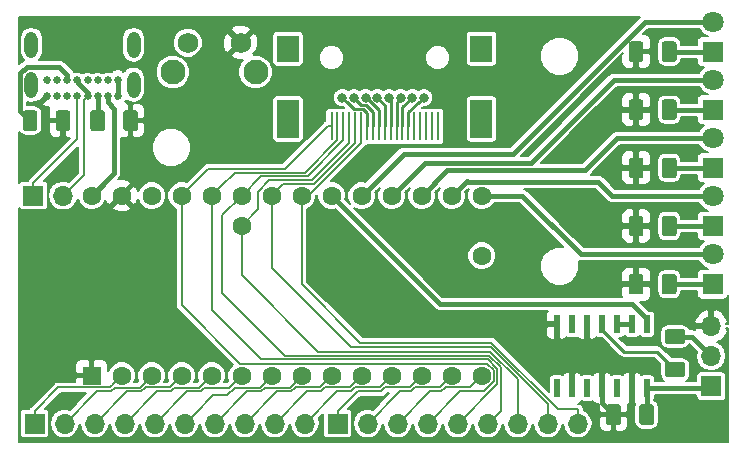
<source format=gbr>
G04 #@! TF.GenerationSoftware,KiCad,Pcbnew,5.0.2+dfsg1-1*
G04 #@! TF.CreationDate,2021-08-19T21:23:57+02:00*
G04 #@! TF.ProjectId,ergodox,6572676f-646f-4782-9e6b-696361645f70,rev?*
G04 #@! TF.SameCoordinates,Original*
G04 #@! TF.FileFunction,Copper,L1,Top*
G04 #@! TF.FilePolarity,Positive*
%FSLAX46Y46*%
G04 Gerber Fmt 4.6, Leading zero omitted, Abs format (unit mm)*
G04 Created by KiCad (PCBNEW 5.0.2+dfsg1-1) date jeu 19 aoû 2021 21:23:57 CEST*
%MOMM*%
%LPD*%
G01*
G04 APERTURE LIST*
G04 #@! TA.AperFunction,ComponentPad*
%ADD10C,0.650000*%
G04 #@! TD*
G04 #@! TA.AperFunction,ComponentPad*
%ADD11O,1.108000X2.216000*%
G04 #@! TD*
G04 #@! TA.AperFunction,ComponentPad*
%ADD12C,2.100000*%
G04 #@! TD*
G04 #@! TA.AperFunction,ComponentPad*
%ADD13C,1.750000*%
G04 #@! TD*
G04 #@! TA.AperFunction,ComponentPad*
%ADD14C,1.600000*%
G04 #@! TD*
G04 #@! TA.AperFunction,ComponentPad*
%ADD15R,1.600000X1.600000*%
G04 #@! TD*
G04 #@! TA.AperFunction,ComponentPad*
%ADD16R,1.700000X1.700000*%
G04 #@! TD*
G04 #@! TA.AperFunction,ComponentPad*
%ADD17O,1.700000X1.700000*%
G04 #@! TD*
G04 #@! TA.AperFunction,ComponentPad*
%ADD18R,1.800000X1.800000*%
G04 #@! TD*
G04 #@! TA.AperFunction,ComponentPad*
%ADD19C,1.800000*%
G04 #@! TD*
G04 #@! TA.AperFunction,Conductor*
%ADD20C,0.100000*%
G04 #@! TD*
G04 #@! TA.AperFunction,SMDPad,CuDef*
%ADD21C,1.250000*%
G04 #@! TD*
G04 #@! TA.AperFunction,SMDPad,CuDef*
%ADD22R,0.280000X2.350000*%
G04 #@! TD*
G04 #@! TA.AperFunction,SMDPad,CuDef*
%ADD23R,1.850000X2.240000*%
G04 #@! TD*
G04 #@! TA.AperFunction,SMDPad,CuDef*
%ADD24R,1.850000X3.200000*%
G04 #@! TD*
G04 #@! TA.AperFunction,SMDPad,CuDef*
%ADD25R,0.600000X1.500000*%
G04 #@! TD*
G04 #@! TA.AperFunction,ViaPad*
%ADD26C,0.800000*%
G04 #@! TD*
G04 #@! TA.AperFunction,Conductor*
%ADD27C,0.200000*%
G04 #@! TD*
G04 #@! TA.AperFunction,Conductor*
%ADD28C,0.400000*%
G04 #@! TD*
G04 #@! TA.AperFunction,Conductor*
%ADD29C,0.250000*%
G04 #@! TD*
G04 APERTURE END LIST*
D10*
G04 #@! TO.P,J22,A1*
G04 #@! TO.N,GND*
X104570000Y-86829000D03*
G04 #@! TO.P,J22,A4*
G04 #@! TO.N,+5V*
X103720000Y-86829000D03*
G04 #@! TO.P,J22,A5*
G04 #@! TO.N,Net-(J22-PadA5)*
X102870000Y-86829000D03*
G04 #@! TO.P,J22,A6*
G04 #@! TO.N,USB_D-*
X102020000Y-86829000D03*
G04 #@! TO.P,J22,A7*
G04 #@! TO.N,USB_D+*
X101170000Y-86829000D03*
G04 #@! TO.P,J22,A8*
G04 #@! TO.N,Net-(J22-PadA8)*
X100320000Y-86829000D03*
G04 #@! TO.P,J22,A9*
G04 #@! TO.N,+5V*
X99470000Y-86829000D03*
G04 #@! TO.P,J22,A12*
G04 #@! TO.N,GND*
X98620000Y-86829000D03*
G04 #@! TO.P,J22,B1*
X98620000Y-85479000D03*
G04 #@! TO.P,J22,B4*
G04 #@! TO.N,+5V*
X99470000Y-85479000D03*
G04 #@! TO.P,J22,B5*
G04 #@! TO.N,Net-(J22-PadB5)*
X100320000Y-85479000D03*
G04 #@! TO.P,J22,B6*
G04 #@! TO.N,USB_D-*
X101170000Y-85479000D03*
G04 #@! TO.P,J22,B7*
G04 #@! TO.N,USB_D+*
X102020000Y-85479000D03*
G04 #@! TO.P,J22,B8*
G04 #@! TO.N,Net-(J22-PadB8)*
X102870000Y-85479000D03*
G04 #@! TO.P,J22,B9*
G04 #@! TO.N,+5V*
X103720000Y-85479000D03*
G04 #@! TO.P,J22,B12*
G04 #@! TO.N,GND*
X104570000Y-85479000D03*
D11*
G04 #@! TO.P,J22,P1*
G04 #@! TO.N,Net-(J22-PadP1)*
X105920000Y-85849000D03*
G04 #@! TO.P,J22,P2*
X97270000Y-85849000D03*
G04 #@! TO.P,J22,P3*
X97270000Y-82469000D03*
G04 #@! TO.P,J22,P4*
X105920000Y-82469000D03*
G04 #@! TD*
D12*
G04 #@! TO.P,SW1,*
G04 #@! TO.N,*
X116250000Y-84786000D03*
D13*
G04 #@! TO.P,SW1,2*
G04 #@! TO.N,GND*
X114990000Y-82296000D03*
G04 #@! TO.P,SW1,1*
G04 #@! TO.N,Net-(SW1-Pad1)*
X110490000Y-82296000D03*
D12*
G04 #@! TO.P,SW1,*
G04 #@! TO.N,*
X109240000Y-84786000D03*
G04 #@! TD*
D14*
G04 #@! TO.P,U2,18*
G04 #@! TO.N,Net-(SW1-Pad1)*
X135382000Y-100330000D03*
G04 #@! TO.P,U2,20*
G04 #@! TO.N,L5*
X135382000Y-95250000D03*
G04 #@! TO.P,U2,14*
G04 #@! TO.N,C2*
X135382000Y-110490000D03*
G04 #@! TO.P,U2,21*
G04 #@! TO.N,L4*
X132842000Y-95250000D03*
G04 #@! TO.P,U2,22*
G04 #@! TO.N,L3*
X130302000Y-95250000D03*
G04 #@! TO.P,U2,23*
G04 #@! TO.N,L2*
X127762000Y-95250000D03*
G04 #@! TO.P,U2,24*
G04 #@! TO.N,L1*
X125222000Y-95250000D03*
G04 #@! TO.P,U2,25*
G04 #@! TO.N,BL_IN*
X122682000Y-95250000D03*
G04 #@! TO.P,U2,26*
G04 #@! TO.N,C8*
X120142000Y-95250000D03*
G04 #@! TO.P,U2,27*
G04 #@! TO.N,C7*
X117602000Y-95250000D03*
G04 #@! TO.P,U2,28*
G04 #@! TO.N,C5*
X115062000Y-95250000D03*
G04 #@! TO.P,U2,29*
G04 #@! TO.N,C4*
X112522000Y-95250000D03*
G04 #@! TO.P,U2,30*
G04 #@! TO.N,C3*
X109982000Y-95250000D03*
G04 #@! TO.P,U2,31*
G04 #@! TO.N,Net-(U2-Pad31)*
X107442000Y-95250000D03*
G04 #@! TO.P,U2,32*
G04 #@! TO.N,GND*
X104902000Y-95250000D03*
G04 #@! TO.P,U2,33*
G04 #@! TO.N,+5V*
X102362000Y-95250000D03*
G04 #@! TO.P,U2,37*
G04 #@! TO.N,C6*
X115062000Y-97790000D03*
G04 #@! TO.P,U2,13*
G04 #@! TO.N,C1*
X132842000Y-110490000D03*
G04 #@! TO.P,U2,12*
G04 #@! TO.N,C0*
X130302000Y-110490000D03*
G04 #@! TO.P,U2,11*
G04 #@! TO.N,R9*
X127762000Y-110490000D03*
G04 #@! TO.P,U2,10*
G04 #@! TO.N,R8*
X125222000Y-110490000D03*
G04 #@! TO.P,U2,9*
G04 #@! TO.N,R7*
X122682000Y-110490000D03*
G04 #@! TO.P,U2,8*
G04 #@! TO.N,R6*
X120142000Y-110490000D03*
G04 #@! TO.P,U2,7*
G04 #@! TO.N,R5*
X117602000Y-110490000D03*
G04 #@! TO.P,U2,6*
G04 #@! TO.N,R4*
X115062000Y-110490000D03*
G04 #@! TO.P,U2,5*
G04 #@! TO.N,R3*
X112522000Y-110490000D03*
G04 #@! TO.P,U2,4*
G04 #@! TO.N,R2*
X109982000Y-110490000D03*
G04 #@! TO.P,U2,3*
G04 #@! TO.N,R1*
X107442000Y-110490000D03*
G04 #@! TO.P,U2,2*
G04 #@! TO.N,R0*
X104902000Y-110490000D03*
D15*
G04 #@! TO.P,U2,1*
G04 #@! TO.N,GND*
X102362000Y-110490000D03*
G04 #@! TD*
D16*
G04 #@! TO.P,J2,1*
G04 #@! TO.N,C0*
X123190000Y-114554000D03*
D17*
G04 #@! TO.P,J2,2*
G04 #@! TO.N,C1*
X125730000Y-114554000D03*
G04 #@! TO.P,J2,3*
G04 #@! TO.N,C2*
X128270000Y-114554000D03*
G04 #@! TO.P,J2,4*
G04 #@! TO.N,C3*
X130810000Y-114554000D03*
G04 #@! TO.P,J2,5*
G04 #@! TO.N,C4*
X133350000Y-114554000D03*
G04 #@! TO.P,J2,6*
G04 #@! TO.N,C5*
X135890000Y-114554000D03*
G04 #@! TO.P,J2,7*
G04 #@! TO.N,C6*
X138430000Y-114554000D03*
G04 #@! TO.P,J2,8*
G04 #@! TO.N,C7*
X140970000Y-114554000D03*
G04 #@! TO.P,J2,9*
G04 #@! TO.N,C8*
X143510000Y-114554000D03*
G04 #@! TD*
D18*
G04 #@! TO.P,D3,1*
G04 #@! TO.N,Net-(D3-Pad1)*
X154940000Y-92900500D03*
D19*
G04 #@! TO.P,D3,2*
G04 #@! TO.N,L3*
X154940000Y-90360500D03*
G04 #@! TD*
D16*
G04 #@! TO.P,J1,1*
G04 #@! TO.N,R0*
X97536000Y-114554000D03*
D17*
G04 #@! TO.P,J1,2*
G04 #@! TO.N,R1*
X100076000Y-114554000D03*
G04 #@! TO.P,J1,3*
G04 #@! TO.N,R2*
X102616000Y-114554000D03*
G04 #@! TO.P,J1,4*
G04 #@! TO.N,R3*
X105156000Y-114554000D03*
G04 #@! TO.P,J1,5*
G04 #@! TO.N,R4*
X107696000Y-114554000D03*
G04 #@! TO.P,J1,6*
G04 #@! TO.N,R5*
X110236000Y-114554000D03*
G04 #@! TO.P,J1,7*
G04 #@! TO.N,R6*
X112776000Y-114554000D03*
G04 #@! TO.P,J1,8*
G04 #@! TO.N,R7*
X115316000Y-114554000D03*
G04 #@! TO.P,J1,9*
G04 #@! TO.N,R8*
X117856000Y-114554000D03*
G04 #@! TO.P,J1,10*
G04 #@! TO.N,R9*
X120396000Y-114554000D03*
G04 #@! TD*
D20*
G04 #@! TO.N,+5V*
G04 #@! TO.C,C1*
G36*
X149754504Y-112918204D02*
X149778773Y-112921804D01*
X149802571Y-112927765D01*
X149825671Y-112936030D01*
X149847849Y-112946520D01*
X149868893Y-112959133D01*
X149888598Y-112973747D01*
X149906777Y-112990223D01*
X149923253Y-113008402D01*
X149937867Y-113028107D01*
X149950480Y-113049151D01*
X149960970Y-113071329D01*
X149969235Y-113094429D01*
X149975196Y-113118227D01*
X149978796Y-113142496D01*
X149980000Y-113167000D01*
X149980000Y-114417000D01*
X149978796Y-114441504D01*
X149975196Y-114465773D01*
X149969235Y-114489571D01*
X149960970Y-114512671D01*
X149950480Y-114534849D01*
X149937867Y-114555893D01*
X149923253Y-114575598D01*
X149906777Y-114593777D01*
X149888598Y-114610253D01*
X149868893Y-114624867D01*
X149847849Y-114637480D01*
X149825671Y-114647970D01*
X149802571Y-114656235D01*
X149778773Y-114662196D01*
X149754504Y-114665796D01*
X149730000Y-114667000D01*
X148980000Y-114667000D01*
X148955496Y-114665796D01*
X148931227Y-114662196D01*
X148907429Y-114656235D01*
X148884329Y-114647970D01*
X148862151Y-114637480D01*
X148841107Y-114624867D01*
X148821402Y-114610253D01*
X148803223Y-114593777D01*
X148786747Y-114575598D01*
X148772133Y-114555893D01*
X148759520Y-114534849D01*
X148749030Y-114512671D01*
X148740765Y-114489571D01*
X148734804Y-114465773D01*
X148731204Y-114441504D01*
X148730000Y-114417000D01*
X148730000Y-113167000D01*
X148731204Y-113142496D01*
X148734804Y-113118227D01*
X148740765Y-113094429D01*
X148749030Y-113071329D01*
X148759520Y-113049151D01*
X148772133Y-113028107D01*
X148786747Y-113008402D01*
X148803223Y-112990223D01*
X148821402Y-112973747D01*
X148841107Y-112959133D01*
X148862151Y-112946520D01*
X148884329Y-112936030D01*
X148907429Y-112927765D01*
X148931227Y-112921804D01*
X148955496Y-112918204D01*
X148980000Y-112917000D01*
X149730000Y-112917000D01*
X149754504Y-112918204D01*
X149754504Y-112918204D01*
G37*
D21*
G04 #@! TD*
G04 #@! TO.P,C1,1*
G04 #@! TO.N,+5V*
X149355000Y-113792000D03*
D20*
G04 #@! TO.N,GND*
G04 #@! TO.C,C1*
G36*
X146954504Y-112918204D02*
X146978773Y-112921804D01*
X147002571Y-112927765D01*
X147025671Y-112936030D01*
X147047849Y-112946520D01*
X147068893Y-112959133D01*
X147088598Y-112973747D01*
X147106777Y-112990223D01*
X147123253Y-113008402D01*
X147137867Y-113028107D01*
X147150480Y-113049151D01*
X147160970Y-113071329D01*
X147169235Y-113094429D01*
X147175196Y-113118227D01*
X147178796Y-113142496D01*
X147180000Y-113167000D01*
X147180000Y-114417000D01*
X147178796Y-114441504D01*
X147175196Y-114465773D01*
X147169235Y-114489571D01*
X147160970Y-114512671D01*
X147150480Y-114534849D01*
X147137867Y-114555893D01*
X147123253Y-114575598D01*
X147106777Y-114593777D01*
X147088598Y-114610253D01*
X147068893Y-114624867D01*
X147047849Y-114637480D01*
X147025671Y-114647970D01*
X147002571Y-114656235D01*
X146978773Y-114662196D01*
X146954504Y-114665796D01*
X146930000Y-114667000D01*
X146180000Y-114667000D01*
X146155496Y-114665796D01*
X146131227Y-114662196D01*
X146107429Y-114656235D01*
X146084329Y-114647970D01*
X146062151Y-114637480D01*
X146041107Y-114624867D01*
X146021402Y-114610253D01*
X146003223Y-114593777D01*
X145986747Y-114575598D01*
X145972133Y-114555893D01*
X145959520Y-114534849D01*
X145949030Y-114512671D01*
X145940765Y-114489571D01*
X145934804Y-114465773D01*
X145931204Y-114441504D01*
X145930000Y-114417000D01*
X145930000Y-113167000D01*
X145931204Y-113142496D01*
X145934804Y-113118227D01*
X145940765Y-113094429D01*
X145949030Y-113071329D01*
X145959520Y-113049151D01*
X145972133Y-113028107D01*
X145986747Y-113008402D01*
X146003223Y-112990223D01*
X146021402Y-112973747D01*
X146041107Y-112959133D01*
X146062151Y-112946520D01*
X146084329Y-112936030D01*
X146107429Y-112927765D01*
X146131227Y-112921804D01*
X146155496Y-112918204D01*
X146180000Y-112917000D01*
X146930000Y-112917000D01*
X146954504Y-112918204D01*
X146954504Y-112918204D01*
G37*
D21*
G04 #@! TD*
G04 #@! TO.P,C1,2*
G04 #@! TO.N,GND*
X146555000Y-113792000D03*
D16*
G04 #@! TO.P,J23,1*
G04 #@! TO.N,USB_D+*
X97409000Y-95250000D03*
D17*
G04 #@! TO.P,J23,2*
G04 #@! TO.N,USB_D-*
X99949000Y-95250000D03*
G04 #@! TD*
D16*
G04 #@! TO.P,J20,1*
G04 #@! TO.N,+5V*
X154813000Y-111379000D03*
D17*
G04 #@! TO.P,J20,2*
G04 #@! TO.N,Net-(J20-Pad2)*
X154813000Y-108839000D03*
G04 #@! TO.P,J20,3*
G04 #@! TO.N,GND*
X154813000Y-106299000D03*
G04 #@! TD*
D22*
G04 #@! TO.P,J21,01*
G04 #@! TO.N,C3*
X122682000Y-89391000D03*
G04 #@! TO.P,J21,02*
G04 #@! TO.N,C4*
X123182000Y-89391000D03*
G04 #@! TO.P,J21,03*
G04 #@! TO.N,C5*
X123682000Y-89391000D03*
G04 #@! TO.P,J21,04*
G04 #@! TO.N,C6*
X124182000Y-89391000D03*
G04 #@! TO.P,J21,05*
G04 #@! TO.N,C7*
X124682000Y-89391000D03*
G04 #@! TO.P,J21,06*
G04 #@! TO.N,C8*
X125182000Y-89391000D03*
G04 #@! TO.P,J21,07*
G04 #@! TO.N,R0*
X125682000Y-89391000D03*
G04 #@! TO.P,J21,08*
G04 #@! TO.N,R1*
X126182000Y-89391000D03*
G04 #@! TO.P,J21,09*
G04 #@! TO.N,R2*
X126682000Y-89391000D03*
G04 #@! TO.P,J21,10*
G04 #@! TO.N,R3*
X127182000Y-89391000D03*
G04 #@! TO.P,J21,11*
G04 #@! TO.N,R4*
X127682000Y-89391000D03*
G04 #@! TO.P,J21,12*
G04 #@! TO.N,C0*
X128182000Y-89391000D03*
G04 #@! TO.P,J21,13*
G04 #@! TO.N,C1*
X128682000Y-89391000D03*
G04 #@! TO.P,J21,14*
G04 #@! TO.N,C2*
X129182000Y-89391000D03*
G04 #@! TO.P,J21,15*
G04 #@! TO.N,Net-(J21-Pad15)*
X129682000Y-89391000D03*
G04 #@! TO.P,J21,16*
G04 #@! TO.N,Net-(J21-Pad16)*
X130182000Y-89391000D03*
G04 #@! TO.P,J21,17*
G04 #@! TO.N,Net-(J21-Pad17)*
X130682000Y-89391000D03*
G04 #@! TO.P,J21,18*
G04 #@! TO.N,Net-(J21-Pad18)*
X131182000Y-89391000D03*
G04 #@! TO.P,J21,19*
G04 #@! TO.N,Net-(J21-Pad19)*
X131682000Y-89391000D03*
D23*
G04 #@! TO.P,J21,S1*
G04 #@! TO.N,Net-(J21-PadS1)*
X135362000Y-82806000D03*
G04 #@! TO.P,J21,S2*
X119002000Y-82806000D03*
D24*
G04 #@! TO.P,J21,S3*
X135362000Y-88766000D03*
G04 #@! TO.P,J21,S4*
X119002000Y-88766000D03*
G04 #@! TD*
D18*
G04 #@! TO.P,D5,1*
G04 #@! TO.N,Net-(D5-Pad1)*
X154940000Y-102743000D03*
D19*
G04 #@! TO.P,D5,2*
G04 #@! TO.N,L5*
X154940000Y-100203000D03*
G04 #@! TD*
G04 #@! TO.P,D4,2*
G04 #@! TO.N,L4*
X154940000Y-95281750D03*
D18*
G04 #@! TO.P,D4,1*
G04 #@! TO.N,Net-(D4-Pad1)*
X154940000Y-97821750D03*
G04 #@! TD*
D19*
G04 #@! TO.P,D2,2*
G04 #@! TO.N,L2*
X154940000Y-85439250D03*
D18*
G04 #@! TO.P,D2,1*
G04 #@! TO.N,Net-(D2-Pad1)*
X154940000Y-87979250D03*
G04 #@! TD*
G04 #@! TO.P,D1,1*
G04 #@! TO.N,Net-(D1-Pad1)*
X154940000Y-83058000D03*
D19*
G04 #@! TO.P,D1,2*
G04 #@! TO.N,L1*
X154940000Y-80518000D03*
G04 #@! TD*
D25*
G04 #@! TO.P,U1,1*
G04 #@! TO.N,BL_IN*
X149395000Y-106139000D03*
G04 #@! TO.P,U1,2*
G04 #@! TO.N,Net-(U1-Pad2)*
X148125000Y-106139000D03*
G04 #@! TO.P,U1,3*
X146855000Y-106139000D03*
G04 #@! TO.P,U1,4*
G04 #@! TO.N,Net-(R1-Pad2)*
X145585000Y-106139000D03*
G04 #@! TO.P,U1,5*
G04 #@! TO.N,GND*
X144315000Y-106139000D03*
G04 #@! TO.P,U1,6*
G04 #@! TO.N,Net-(U1-Pad6)*
X143045000Y-106139000D03*
G04 #@! TO.P,U1,7*
G04 #@! TO.N,GND*
X141775000Y-106139000D03*
G04 #@! TO.P,U1,8*
G04 #@! TO.N,Net-(U1-Pad8)*
X141775000Y-111539000D03*
G04 #@! TO.P,U1,9*
G04 #@! TO.N,GND*
X143045000Y-111539000D03*
G04 #@! TO.P,U1,10*
G04 #@! TO.N,Net-(U1-Pad10)*
X144315000Y-111539000D03*
G04 #@! TO.P,U1,11*
G04 #@! TO.N,GND*
X145585000Y-111539000D03*
G04 #@! TO.P,U1,12*
G04 #@! TO.N,Net-(U1-Pad12)*
X146855000Y-111539000D03*
G04 #@! TO.P,U1,13*
G04 #@! TO.N,GND*
X148125000Y-111539000D03*
G04 #@! TO.P,U1,14*
G04 #@! TO.N,+5V*
X149395000Y-111539000D03*
G04 #@! TD*
D20*
G04 #@! TO.N,Net-(J22-PadB5)*
G04 #@! TO.C,R8*
G36*
X97551504Y-88026204D02*
X97575773Y-88029804D01*
X97599571Y-88035765D01*
X97622671Y-88044030D01*
X97644849Y-88054520D01*
X97665893Y-88067133D01*
X97685598Y-88081747D01*
X97703777Y-88098223D01*
X97720253Y-88116402D01*
X97734867Y-88136107D01*
X97747480Y-88157151D01*
X97757970Y-88179329D01*
X97766235Y-88202429D01*
X97772196Y-88226227D01*
X97775796Y-88250496D01*
X97777000Y-88275000D01*
X97777000Y-89525000D01*
X97775796Y-89549504D01*
X97772196Y-89573773D01*
X97766235Y-89597571D01*
X97757970Y-89620671D01*
X97747480Y-89642849D01*
X97734867Y-89663893D01*
X97720253Y-89683598D01*
X97703777Y-89701777D01*
X97685598Y-89718253D01*
X97665893Y-89732867D01*
X97644849Y-89745480D01*
X97622671Y-89755970D01*
X97599571Y-89764235D01*
X97575773Y-89770196D01*
X97551504Y-89773796D01*
X97527000Y-89775000D01*
X96777000Y-89775000D01*
X96752496Y-89773796D01*
X96728227Y-89770196D01*
X96704429Y-89764235D01*
X96681329Y-89755970D01*
X96659151Y-89745480D01*
X96638107Y-89732867D01*
X96618402Y-89718253D01*
X96600223Y-89701777D01*
X96583747Y-89683598D01*
X96569133Y-89663893D01*
X96556520Y-89642849D01*
X96546030Y-89620671D01*
X96537765Y-89597571D01*
X96531804Y-89573773D01*
X96528204Y-89549504D01*
X96527000Y-89525000D01*
X96527000Y-88275000D01*
X96528204Y-88250496D01*
X96531804Y-88226227D01*
X96537765Y-88202429D01*
X96546030Y-88179329D01*
X96556520Y-88157151D01*
X96569133Y-88136107D01*
X96583747Y-88116402D01*
X96600223Y-88098223D01*
X96618402Y-88081747D01*
X96638107Y-88067133D01*
X96659151Y-88054520D01*
X96681329Y-88044030D01*
X96704429Y-88035765D01*
X96728227Y-88029804D01*
X96752496Y-88026204D01*
X96777000Y-88025000D01*
X97527000Y-88025000D01*
X97551504Y-88026204D01*
X97551504Y-88026204D01*
G37*
D21*
G04 #@! TD*
G04 #@! TO.P,R8,2*
G04 #@! TO.N,Net-(J22-PadB5)*
X97152000Y-88900000D03*
D20*
G04 #@! TO.N,GND*
G04 #@! TO.C,R8*
G36*
X100351504Y-88026204D02*
X100375773Y-88029804D01*
X100399571Y-88035765D01*
X100422671Y-88044030D01*
X100444849Y-88054520D01*
X100465893Y-88067133D01*
X100485598Y-88081747D01*
X100503777Y-88098223D01*
X100520253Y-88116402D01*
X100534867Y-88136107D01*
X100547480Y-88157151D01*
X100557970Y-88179329D01*
X100566235Y-88202429D01*
X100572196Y-88226227D01*
X100575796Y-88250496D01*
X100577000Y-88275000D01*
X100577000Y-89525000D01*
X100575796Y-89549504D01*
X100572196Y-89573773D01*
X100566235Y-89597571D01*
X100557970Y-89620671D01*
X100547480Y-89642849D01*
X100534867Y-89663893D01*
X100520253Y-89683598D01*
X100503777Y-89701777D01*
X100485598Y-89718253D01*
X100465893Y-89732867D01*
X100444849Y-89745480D01*
X100422671Y-89755970D01*
X100399571Y-89764235D01*
X100375773Y-89770196D01*
X100351504Y-89773796D01*
X100327000Y-89775000D01*
X99577000Y-89775000D01*
X99552496Y-89773796D01*
X99528227Y-89770196D01*
X99504429Y-89764235D01*
X99481329Y-89755970D01*
X99459151Y-89745480D01*
X99438107Y-89732867D01*
X99418402Y-89718253D01*
X99400223Y-89701777D01*
X99383747Y-89683598D01*
X99369133Y-89663893D01*
X99356520Y-89642849D01*
X99346030Y-89620671D01*
X99337765Y-89597571D01*
X99331804Y-89573773D01*
X99328204Y-89549504D01*
X99327000Y-89525000D01*
X99327000Y-88275000D01*
X99328204Y-88250496D01*
X99331804Y-88226227D01*
X99337765Y-88202429D01*
X99346030Y-88179329D01*
X99356520Y-88157151D01*
X99369133Y-88136107D01*
X99383747Y-88116402D01*
X99400223Y-88098223D01*
X99418402Y-88081747D01*
X99438107Y-88067133D01*
X99459151Y-88054520D01*
X99481329Y-88044030D01*
X99504429Y-88035765D01*
X99528227Y-88029804D01*
X99552496Y-88026204D01*
X99577000Y-88025000D01*
X100327000Y-88025000D01*
X100351504Y-88026204D01*
X100351504Y-88026204D01*
G37*
D21*
G04 #@! TD*
G04 #@! TO.P,R8,1*
G04 #@! TO.N,GND*
X99952000Y-88900000D03*
D20*
G04 #@! TO.N,Net-(J20-Pad2)*
G04 #@! TO.C,R1*
G36*
X152414504Y-106561204D02*
X152438773Y-106564804D01*
X152462571Y-106570765D01*
X152485671Y-106579030D01*
X152507849Y-106589520D01*
X152528893Y-106602133D01*
X152548598Y-106616747D01*
X152566777Y-106633223D01*
X152583253Y-106651402D01*
X152597867Y-106671107D01*
X152610480Y-106692151D01*
X152620970Y-106714329D01*
X152629235Y-106737429D01*
X152635196Y-106761227D01*
X152638796Y-106785496D01*
X152640000Y-106810000D01*
X152640000Y-107560000D01*
X152638796Y-107584504D01*
X152635196Y-107608773D01*
X152629235Y-107632571D01*
X152620970Y-107655671D01*
X152610480Y-107677849D01*
X152597867Y-107698893D01*
X152583253Y-107718598D01*
X152566777Y-107736777D01*
X152548598Y-107753253D01*
X152528893Y-107767867D01*
X152507849Y-107780480D01*
X152485671Y-107790970D01*
X152462571Y-107799235D01*
X152438773Y-107805196D01*
X152414504Y-107808796D01*
X152390000Y-107810000D01*
X151140000Y-107810000D01*
X151115496Y-107808796D01*
X151091227Y-107805196D01*
X151067429Y-107799235D01*
X151044329Y-107790970D01*
X151022151Y-107780480D01*
X151001107Y-107767867D01*
X150981402Y-107753253D01*
X150963223Y-107736777D01*
X150946747Y-107718598D01*
X150932133Y-107698893D01*
X150919520Y-107677849D01*
X150909030Y-107655671D01*
X150900765Y-107632571D01*
X150894804Y-107608773D01*
X150891204Y-107584504D01*
X150890000Y-107560000D01*
X150890000Y-106810000D01*
X150891204Y-106785496D01*
X150894804Y-106761227D01*
X150900765Y-106737429D01*
X150909030Y-106714329D01*
X150919520Y-106692151D01*
X150932133Y-106671107D01*
X150946747Y-106651402D01*
X150963223Y-106633223D01*
X150981402Y-106616747D01*
X151001107Y-106602133D01*
X151022151Y-106589520D01*
X151044329Y-106579030D01*
X151067429Y-106570765D01*
X151091227Y-106564804D01*
X151115496Y-106561204D01*
X151140000Y-106560000D01*
X152390000Y-106560000D01*
X152414504Y-106561204D01*
X152414504Y-106561204D01*
G37*
D21*
G04 #@! TD*
G04 #@! TO.P,R1,1*
G04 #@! TO.N,Net-(J20-Pad2)*
X151765000Y-107185000D03*
D20*
G04 #@! TO.N,Net-(R1-Pad2)*
G04 #@! TO.C,R1*
G36*
X152414504Y-109361204D02*
X152438773Y-109364804D01*
X152462571Y-109370765D01*
X152485671Y-109379030D01*
X152507849Y-109389520D01*
X152528893Y-109402133D01*
X152548598Y-109416747D01*
X152566777Y-109433223D01*
X152583253Y-109451402D01*
X152597867Y-109471107D01*
X152610480Y-109492151D01*
X152620970Y-109514329D01*
X152629235Y-109537429D01*
X152635196Y-109561227D01*
X152638796Y-109585496D01*
X152640000Y-109610000D01*
X152640000Y-110360000D01*
X152638796Y-110384504D01*
X152635196Y-110408773D01*
X152629235Y-110432571D01*
X152620970Y-110455671D01*
X152610480Y-110477849D01*
X152597867Y-110498893D01*
X152583253Y-110518598D01*
X152566777Y-110536777D01*
X152548598Y-110553253D01*
X152528893Y-110567867D01*
X152507849Y-110580480D01*
X152485671Y-110590970D01*
X152462571Y-110599235D01*
X152438773Y-110605196D01*
X152414504Y-110608796D01*
X152390000Y-110610000D01*
X151140000Y-110610000D01*
X151115496Y-110608796D01*
X151091227Y-110605196D01*
X151067429Y-110599235D01*
X151044329Y-110590970D01*
X151022151Y-110580480D01*
X151001107Y-110567867D01*
X150981402Y-110553253D01*
X150963223Y-110536777D01*
X150946747Y-110518598D01*
X150932133Y-110498893D01*
X150919520Y-110477849D01*
X150909030Y-110455671D01*
X150900765Y-110432571D01*
X150894804Y-110408773D01*
X150891204Y-110384504D01*
X150890000Y-110360000D01*
X150890000Y-109610000D01*
X150891204Y-109585496D01*
X150894804Y-109561227D01*
X150900765Y-109537429D01*
X150909030Y-109514329D01*
X150919520Y-109492151D01*
X150932133Y-109471107D01*
X150946747Y-109451402D01*
X150963223Y-109433223D01*
X150981402Y-109416747D01*
X151001107Y-109402133D01*
X151022151Y-109389520D01*
X151044329Y-109379030D01*
X151067429Y-109370765D01*
X151091227Y-109364804D01*
X151115496Y-109361204D01*
X151140000Y-109360000D01*
X152390000Y-109360000D01*
X152414504Y-109361204D01*
X152414504Y-109361204D01*
G37*
D21*
G04 #@! TD*
G04 #@! TO.P,R1,2*
G04 #@! TO.N,Net-(R1-Pad2)*
X151765000Y-109985000D03*
D20*
G04 #@! TO.N,GND*
G04 #@! TO.C,R2*
G36*
X148862504Y-82184204D02*
X148886773Y-82187804D01*
X148910571Y-82193765D01*
X148933671Y-82202030D01*
X148955849Y-82212520D01*
X148976893Y-82225133D01*
X148996598Y-82239747D01*
X149014777Y-82256223D01*
X149031253Y-82274402D01*
X149045867Y-82294107D01*
X149058480Y-82315151D01*
X149068970Y-82337329D01*
X149077235Y-82360429D01*
X149083196Y-82384227D01*
X149086796Y-82408496D01*
X149088000Y-82433000D01*
X149088000Y-83683000D01*
X149086796Y-83707504D01*
X149083196Y-83731773D01*
X149077235Y-83755571D01*
X149068970Y-83778671D01*
X149058480Y-83800849D01*
X149045867Y-83821893D01*
X149031253Y-83841598D01*
X149014777Y-83859777D01*
X148996598Y-83876253D01*
X148976893Y-83890867D01*
X148955849Y-83903480D01*
X148933671Y-83913970D01*
X148910571Y-83922235D01*
X148886773Y-83928196D01*
X148862504Y-83931796D01*
X148838000Y-83933000D01*
X148088000Y-83933000D01*
X148063496Y-83931796D01*
X148039227Y-83928196D01*
X148015429Y-83922235D01*
X147992329Y-83913970D01*
X147970151Y-83903480D01*
X147949107Y-83890867D01*
X147929402Y-83876253D01*
X147911223Y-83859777D01*
X147894747Y-83841598D01*
X147880133Y-83821893D01*
X147867520Y-83800849D01*
X147857030Y-83778671D01*
X147848765Y-83755571D01*
X147842804Y-83731773D01*
X147839204Y-83707504D01*
X147838000Y-83683000D01*
X147838000Y-82433000D01*
X147839204Y-82408496D01*
X147842804Y-82384227D01*
X147848765Y-82360429D01*
X147857030Y-82337329D01*
X147867520Y-82315151D01*
X147880133Y-82294107D01*
X147894747Y-82274402D01*
X147911223Y-82256223D01*
X147929402Y-82239747D01*
X147949107Y-82225133D01*
X147970151Y-82212520D01*
X147992329Y-82202030D01*
X148015429Y-82193765D01*
X148039227Y-82187804D01*
X148063496Y-82184204D01*
X148088000Y-82183000D01*
X148838000Y-82183000D01*
X148862504Y-82184204D01*
X148862504Y-82184204D01*
G37*
D21*
G04 #@! TD*
G04 #@! TO.P,R2,2*
G04 #@! TO.N,GND*
X148463000Y-83058000D03*
D20*
G04 #@! TO.N,Net-(D1-Pad1)*
G04 #@! TO.C,R2*
G36*
X151662504Y-82184204D02*
X151686773Y-82187804D01*
X151710571Y-82193765D01*
X151733671Y-82202030D01*
X151755849Y-82212520D01*
X151776893Y-82225133D01*
X151796598Y-82239747D01*
X151814777Y-82256223D01*
X151831253Y-82274402D01*
X151845867Y-82294107D01*
X151858480Y-82315151D01*
X151868970Y-82337329D01*
X151877235Y-82360429D01*
X151883196Y-82384227D01*
X151886796Y-82408496D01*
X151888000Y-82433000D01*
X151888000Y-83683000D01*
X151886796Y-83707504D01*
X151883196Y-83731773D01*
X151877235Y-83755571D01*
X151868970Y-83778671D01*
X151858480Y-83800849D01*
X151845867Y-83821893D01*
X151831253Y-83841598D01*
X151814777Y-83859777D01*
X151796598Y-83876253D01*
X151776893Y-83890867D01*
X151755849Y-83903480D01*
X151733671Y-83913970D01*
X151710571Y-83922235D01*
X151686773Y-83928196D01*
X151662504Y-83931796D01*
X151638000Y-83933000D01*
X150888000Y-83933000D01*
X150863496Y-83931796D01*
X150839227Y-83928196D01*
X150815429Y-83922235D01*
X150792329Y-83913970D01*
X150770151Y-83903480D01*
X150749107Y-83890867D01*
X150729402Y-83876253D01*
X150711223Y-83859777D01*
X150694747Y-83841598D01*
X150680133Y-83821893D01*
X150667520Y-83800849D01*
X150657030Y-83778671D01*
X150648765Y-83755571D01*
X150642804Y-83731773D01*
X150639204Y-83707504D01*
X150638000Y-83683000D01*
X150638000Y-82433000D01*
X150639204Y-82408496D01*
X150642804Y-82384227D01*
X150648765Y-82360429D01*
X150657030Y-82337329D01*
X150667520Y-82315151D01*
X150680133Y-82294107D01*
X150694747Y-82274402D01*
X150711223Y-82256223D01*
X150729402Y-82239747D01*
X150749107Y-82225133D01*
X150770151Y-82212520D01*
X150792329Y-82202030D01*
X150815429Y-82193765D01*
X150839227Y-82187804D01*
X150863496Y-82184204D01*
X150888000Y-82183000D01*
X151638000Y-82183000D01*
X151662504Y-82184204D01*
X151662504Y-82184204D01*
G37*
D21*
G04 #@! TD*
G04 #@! TO.P,R2,1*
G04 #@! TO.N,Net-(D1-Pad1)*
X151263000Y-83058000D03*
D20*
G04 #@! TO.N,Net-(D2-Pad1)*
G04 #@! TO.C,R3*
G36*
X151662504Y-87105454D02*
X151686773Y-87109054D01*
X151710571Y-87115015D01*
X151733671Y-87123280D01*
X151755849Y-87133770D01*
X151776893Y-87146383D01*
X151796598Y-87160997D01*
X151814777Y-87177473D01*
X151831253Y-87195652D01*
X151845867Y-87215357D01*
X151858480Y-87236401D01*
X151868970Y-87258579D01*
X151877235Y-87281679D01*
X151883196Y-87305477D01*
X151886796Y-87329746D01*
X151888000Y-87354250D01*
X151888000Y-88604250D01*
X151886796Y-88628754D01*
X151883196Y-88653023D01*
X151877235Y-88676821D01*
X151868970Y-88699921D01*
X151858480Y-88722099D01*
X151845867Y-88743143D01*
X151831253Y-88762848D01*
X151814777Y-88781027D01*
X151796598Y-88797503D01*
X151776893Y-88812117D01*
X151755849Y-88824730D01*
X151733671Y-88835220D01*
X151710571Y-88843485D01*
X151686773Y-88849446D01*
X151662504Y-88853046D01*
X151638000Y-88854250D01*
X150888000Y-88854250D01*
X150863496Y-88853046D01*
X150839227Y-88849446D01*
X150815429Y-88843485D01*
X150792329Y-88835220D01*
X150770151Y-88824730D01*
X150749107Y-88812117D01*
X150729402Y-88797503D01*
X150711223Y-88781027D01*
X150694747Y-88762848D01*
X150680133Y-88743143D01*
X150667520Y-88722099D01*
X150657030Y-88699921D01*
X150648765Y-88676821D01*
X150642804Y-88653023D01*
X150639204Y-88628754D01*
X150638000Y-88604250D01*
X150638000Y-87354250D01*
X150639204Y-87329746D01*
X150642804Y-87305477D01*
X150648765Y-87281679D01*
X150657030Y-87258579D01*
X150667520Y-87236401D01*
X150680133Y-87215357D01*
X150694747Y-87195652D01*
X150711223Y-87177473D01*
X150729402Y-87160997D01*
X150749107Y-87146383D01*
X150770151Y-87133770D01*
X150792329Y-87123280D01*
X150815429Y-87115015D01*
X150839227Y-87109054D01*
X150863496Y-87105454D01*
X150888000Y-87104250D01*
X151638000Y-87104250D01*
X151662504Y-87105454D01*
X151662504Y-87105454D01*
G37*
D21*
G04 #@! TD*
G04 #@! TO.P,R3,1*
G04 #@! TO.N,Net-(D2-Pad1)*
X151263000Y-87979250D03*
D20*
G04 #@! TO.N,GND*
G04 #@! TO.C,R3*
G36*
X148862504Y-87105454D02*
X148886773Y-87109054D01*
X148910571Y-87115015D01*
X148933671Y-87123280D01*
X148955849Y-87133770D01*
X148976893Y-87146383D01*
X148996598Y-87160997D01*
X149014777Y-87177473D01*
X149031253Y-87195652D01*
X149045867Y-87215357D01*
X149058480Y-87236401D01*
X149068970Y-87258579D01*
X149077235Y-87281679D01*
X149083196Y-87305477D01*
X149086796Y-87329746D01*
X149088000Y-87354250D01*
X149088000Y-88604250D01*
X149086796Y-88628754D01*
X149083196Y-88653023D01*
X149077235Y-88676821D01*
X149068970Y-88699921D01*
X149058480Y-88722099D01*
X149045867Y-88743143D01*
X149031253Y-88762848D01*
X149014777Y-88781027D01*
X148996598Y-88797503D01*
X148976893Y-88812117D01*
X148955849Y-88824730D01*
X148933671Y-88835220D01*
X148910571Y-88843485D01*
X148886773Y-88849446D01*
X148862504Y-88853046D01*
X148838000Y-88854250D01*
X148088000Y-88854250D01*
X148063496Y-88853046D01*
X148039227Y-88849446D01*
X148015429Y-88843485D01*
X147992329Y-88835220D01*
X147970151Y-88824730D01*
X147949107Y-88812117D01*
X147929402Y-88797503D01*
X147911223Y-88781027D01*
X147894747Y-88762848D01*
X147880133Y-88743143D01*
X147867520Y-88722099D01*
X147857030Y-88699921D01*
X147848765Y-88676821D01*
X147842804Y-88653023D01*
X147839204Y-88628754D01*
X147838000Y-88604250D01*
X147838000Y-87354250D01*
X147839204Y-87329746D01*
X147842804Y-87305477D01*
X147848765Y-87281679D01*
X147857030Y-87258579D01*
X147867520Y-87236401D01*
X147880133Y-87215357D01*
X147894747Y-87195652D01*
X147911223Y-87177473D01*
X147929402Y-87160997D01*
X147949107Y-87146383D01*
X147970151Y-87133770D01*
X147992329Y-87123280D01*
X148015429Y-87115015D01*
X148039227Y-87109054D01*
X148063496Y-87105454D01*
X148088000Y-87104250D01*
X148838000Y-87104250D01*
X148862504Y-87105454D01*
X148862504Y-87105454D01*
G37*
D21*
G04 #@! TD*
G04 #@! TO.P,R3,2*
G04 #@! TO.N,GND*
X148463000Y-87979250D03*
D20*
G04 #@! TO.N,GND*
G04 #@! TO.C,R4*
G36*
X148862504Y-92026704D02*
X148886773Y-92030304D01*
X148910571Y-92036265D01*
X148933671Y-92044530D01*
X148955849Y-92055020D01*
X148976893Y-92067633D01*
X148996598Y-92082247D01*
X149014777Y-92098723D01*
X149031253Y-92116902D01*
X149045867Y-92136607D01*
X149058480Y-92157651D01*
X149068970Y-92179829D01*
X149077235Y-92202929D01*
X149083196Y-92226727D01*
X149086796Y-92250996D01*
X149088000Y-92275500D01*
X149088000Y-93525500D01*
X149086796Y-93550004D01*
X149083196Y-93574273D01*
X149077235Y-93598071D01*
X149068970Y-93621171D01*
X149058480Y-93643349D01*
X149045867Y-93664393D01*
X149031253Y-93684098D01*
X149014777Y-93702277D01*
X148996598Y-93718753D01*
X148976893Y-93733367D01*
X148955849Y-93745980D01*
X148933671Y-93756470D01*
X148910571Y-93764735D01*
X148886773Y-93770696D01*
X148862504Y-93774296D01*
X148838000Y-93775500D01*
X148088000Y-93775500D01*
X148063496Y-93774296D01*
X148039227Y-93770696D01*
X148015429Y-93764735D01*
X147992329Y-93756470D01*
X147970151Y-93745980D01*
X147949107Y-93733367D01*
X147929402Y-93718753D01*
X147911223Y-93702277D01*
X147894747Y-93684098D01*
X147880133Y-93664393D01*
X147867520Y-93643349D01*
X147857030Y-93621171D01*
X147848765Y-93598071D01*
X147842804Y-93574273D01*
X147839204Y-93550004D01*
X147838000Y-93525500D01*
X147838000Y-92275500D01*
X147839204Y-92250996D01*
X147842804Y-92226727D01*
X147848765Y-92202929D01*
X147857030Y-92179829D01*
X147867520Y-92157651D01*
X147880133Y-92136607D01*
X147894747Y-92116902D01*
X147911223Y-92098723D01*
X147929402Y-92082247D01*
X147949107Y-92067633D01*
X147970151Y-92055020D01*
X147992329Y-92044530D01*
X148015429Y-92036265D01*
X148039227Y-92030304D01*
X148063496Y-92026704D01*
X148088000Y-92025500D01*
X148838000Y-92025500D01*
X148862504Y-92026704D01*
X148862504Y-92026704D01*
G37*
D21*
G04 #@! TD*
G04 #@! TO.P,R4,2*
G04 #@! TO.N,GND*
X148463000Y-92900500D03*
D20*
G04 #@! TO.N,Net-(D3-Pad1)*
G04 #@! TO.C,R4*
G36*
X151662504Y-92026704D02*
X151686773Y-92030304D01*
X151710571Y-92036265D01*
X151733671Y-92044530D01*
X151755849Y-92055020D01*
X151776893Y-92067633D01*
X151796598Y-92082247D01*
X151814777Y-92098723D01*
X151831253Y-92116902D01*
X151845867Y-92136607D01*
X151858480Y-92157651D01*
X151868970Y-92179829D01*
X151877235Y-92202929D01*
X151883196Y-92226727D01*
X151886796Y-92250996D01*
X151888000Y-92275500D01*
X151888000Y-93525500D01*
X151886796Y-93550004D01*
X151883196Y-93574273D01*
X151877235Y-93598071D01*
X151868970Y-93621171D01*
X151858480Y-93643349D01*
X151845867Y-93664393D01*
X151831253Y-93684098D01*
X151814777Y-93702277D01*
X151796598Y-93718753D01*
X151776893Y-93733367D01*
X151755849Y-93745980D01*
X151733671Y-93756470D01*
X151710571Y-93764735D01*
X151686773Y-93770696D01*
X151662504Y-93774296D01*
X151638000Y-93775500D01*
X150888000Y-93775500D01*
X150863496Y-93774296D01*
X150839227Y-93770696D01*
X150815429Y-93764735D01*
X150792329Y-93756470D01*
X150770151Y-93745980D01*
X150749107Y-93733367D01*
X150729402Y-93718753D01*
X150711223Y-93702277D01*
X150694747Y-93684098D01*
X150680133Y-93664393D01*
X150667520Y-93643349D01*
X150657030Y-93621171D01*
X150648765Y-93598071D01*
X150642804Y-93574273D01*
X150639204Y-93550004D01*
X150638000Y-93525500D01*
X150638000Y-92275500D01*
X150639204Y-92250996D01*
X150642804Y-92226727D01*
X150648765Y-92202929D01*
X150657030Y-92179829D01*
X150667520Y-92157651D01*
X150680133Y-92136607D01*
X150694747Y-92116902D01*
X150711223Y-92098723D01*
X150729402Y-92082247D01*
X150749107Y-92067633D01*
X150770151Y-92055020D01*
X150792329Y-92044530D01*
X150815429Y-92036265D01*
X150839227Y-92030304D01*
X150863496Y-92026704D01*
X150888000Y-92025500D01*
X151638000Y-92025500D01*
X151662504Y-92026704D01*
X151662504Y-92026704D01*
G37*
D21*
G04 #@! TD*
G04 #@! TO.P,R4,1*
G04 #@! TO.N,Net-(D3-Pad1)*
X151263000Y-92900500D03*
D20*
G04 #@! TO.N,Net-(D4-Pad1)*
G04 #@! TO.C,R5*
G36*
X151662504Y-96947954D02*
X151686773Y-96951554D01*
X151710571Y-96957515D01*
X151733671Y-96965780D01*
X151755849Y-96976270D01*
X151776893Y-96988883D01*
X151796598Y-97003497D01*
X151814777Y-97019973D01*
X151831253Y-97038152D01*
X151845867Y-97057857D01*
X151858480Y-97078901D01*
X151868970Y-97101079D01*
X151877235Y-97124179D01*
X151883196Y-97147977D01*
X151886796Y-97172246D01*
X151888000Y-97196750D01*
X151888000Y-98446750D01*
X151886796Y-98471254D01*
X151883196Y-98495523D01*
X151877235Y-98519321D01*
X151868970Y-98542421D01*
X151858480Y-98564599D01*
X151845867Y-98585643D01*
X151831253Y-98605348D01*
X151814777Y-98623527D01*
X151796598Y-98640003D01*
X151776893Y-98654617D01*
X151755849Y-98667230D01*
X151733671Y-98677720D01*
X151710571Y-98685985D01*
X151686773Y-98691946D01*
X151662504Y-98695546D01*
X151638000Y-98696750D01*
X150888000Y-98696750D01*
X150863496Y-98695546D01*
X150839227Y-98691946D01*
X150815429Y-98685985D01*
X150792329Y-98677720D01*
X150770151Y-98667230D01*
X150749107Y-98654617D01*
X150729402Y-98640003D01*
X150711223Y-98623527D01*
X150694747Y-98605348D01*
X150680133Y-98585643D01*
X150667520Y-98564599D01*
X150657030Y-98542421D01*
X150648765Y-98519321D01*
X150642804Y-98495523D01*
X150639204Y-98471254D01*
X150638000Y-98446750D01*
X150638000Y-97196750D01*
X150639204Y-97172246D01*
X150642804Y-97147977D01*
X150648765Y-97124179D01*
X150657030Y-97101079D01*
X150667520Y-97078901D01*
X150680133Y-97057857D01*
X150694747Y-97038152D01*
X150711223Y-97019973D01*
X150729402Y-97003497D01*
X150749107Y-96988883D01*
X150770151Y-96976270D01*
X150792329Y-96965780D01*
X150815429Y-96957515D01*
X150839227Y-96951554D01*
X150863496Y-96947954D01*
X150888000Y-96946750D01*
X151638000Y-96946750D01*
X151662504Y-96947954D01*
X151662504Y-96947954D01*
G37*
D21*
G04 #@! TD*
G04 #@! TO.P,R5,1*
G04 #@! TO.N,Net-(D4-Pad1)*
X151263000Y-97821750D03*
D20*
G04 #@! TO.N,GND*
G04 #@! TO.C,R5*
G36*
X148862504Y-96947954D02*
X148886773Y-96951554D01*
X148910571Y-96957515D01*
X148933671Y-96965780D01*
X148955849Y-96976270D01*
X148976893Y-96988883D01*
X148996598Y-97003497D01*
X149014777Y-97019973D01*
X149031253Y-97038152D01*
X149045867Y-97057857D01*
X149058480Y-97078901D01*
X149068970Y-97101079D01*
X149077235Y-97124179D01*
X149083196Y-97147977D01*
X149086796Y-97172246D01*
X149088000Y-97196750D01*
X149088000Y-98446750D01*
X149086796Y-98471254D01*
X149083196Y-98495523D01*
X149077235Y-98519321D01*
X149068970Y-98542421D01*
X149058480Y-98564599D01*
X149045867Y-98585643D01*
X149031253Y-98605348D01*
X149014777Y-98623527D01*
X148996598Y-98640003D01*
X148976893Y-98654617D01*
X148955849Y-98667230D01*
X148933671Y-98677720D01*
X148910571Y-98685985D01*
X148886773Y-98691946D01*
X148862504Y-98695546D01*
X148838000Y-98696750D01*
X148088000Y-98696750D01*
X148063496Y-98695546D01*
X148039227Y-98691946D01*
X148015429Y-98685985D01*
X147992329Y-98677720D01*
X147970151Y-98667230D01*
X147949107Y-98654617D01*
X147929402Y-98640003D01*
X147911223Y-98623527D01*
X147894747Y-98605348D01*
X147880133Y-98585643D01*
X147867520Y-98564599D01*
X147857030Y-98542421D01*
X147848765Y-98519321D01*
X147842804Y-98495523D01*
X147839204Y-98471254D01*
X147838000Y-98446750D01*
X147838000Y-97196750D01*
X147839204Y-97172246D01*
X147842804Y-97147977D01*
X147848765Y-97124179D01*
X147857030Y-97101079D01*
X147867520Y-97078901D01*
X147880133Y-97057857D01*
X147894747Y-97038152D01*
X147911223Y-97019973D01*
X147929402Y-97003497D01*
X147949107Y-96988883D01*
X147970151Y-96976270D01*
X147992329Y-96965780D01*
X148015429Y-96957515D01*
X148039227Y-96951554D01*
X148063496Y-96947954D01*
X148088000Y-96946750D01*
X148838000Y-96946750D01*
X148862504Y-96947954D01*
X148862504Y-96947954D01*
G37*
D21*
G04 #@! TD*
G04 #@! TO.P,R5,2*
G04 #@! TO.N,GND*
X148463000Y-97821750D03*
D20*
G04 #@! TO.N,GND*
G04 #@! TO.C,R6*
G36*
X148862504Y-101869204D02*
X148886773Y-101872804D01*
X148910571Y-101878765D01*
X148933671Y-101887030D01*
X148955849Y-101897520D01*
X148976893Y-101910133D01*
X148996598Y-101924747D01*
X149014777Y-101941223D01*
X149031253Y-101959402D01*
X149045867Y-101979107D01*
X149058480Y-102000151D01*
X149068970Y-102022329D01*
X149077235Y-102045429D01*
X149083196Y-102069227D01*
X149086796Y-102093496D01*
X149088000Y-102118000D01*
X149088000Y-103368000D01*
X149086796Y-103392504D01*
X149083196Y-103416773D01*
X149077235Y-103440571D01*
X149068970Y-103463671D01*
X149058480Y-103485849D01*
X149045867Y-103506893D01*
X149031253Y-103526598D01*
X149014777Y-103544777D01*
X148996598Y-103561253D01*
X148976893Y-103575867D01*
X148955849Y-103588480D01*
X148933671Y-103598970D01*
X148910571Y-103607235D01*
X148886773Y-103613196D01*
X148862504Y-103616796D01*
X148838000Y-103618000D01*
X148088000Y-103618000D01*
X148063496Y-103616796D01*
X148039227Y-103613196D01*
X148015429Y-103607235D01*
X147992329Y-103598970D01*
X147970151Y-103588480D01*
X147949107Y-103575867D01*
X147929402Y-103561253D01*
X147911223Y-103544777D01*
X147894747Y-103526598D01*
X147880133Y-103506893D01*
X147867520Y-103485849D01*
X147857030Y-103463671D01*
X147848765Y-103440571D01*
X147842804Y-103416773D01*
X147839204Y-103392504D01*
X147838000Y-103368000D01*
X147838000Y-102118000D01*
X147839204Y-102093496D01*
X147842804Y-102069227D01*
X147848765Y-102045429D01*
X147857030Y-102022329D01*
X147867520Y-102000151D01*
X147880133Y-101979107D01*
X147894747Y-101959402D01*
X147911223Y-101941223D01*
X147929402Y-101924747D01*
X147949107Y-101910133D01*
X147970151Y-101897520D01*
X147992329Y-101887030D01*
X148015429Y-101878765D01*
X148039227Y-101872804D01*
X148063496Y-101869204D01*
X148088000Y-101868000D01*
X148838000Y-101868000D01*
X148862504Y-101869204D01*
X148862504Y-101869204D01*
G37*
D21*
G04 #@! TD*
G04 #@! TO.P,R6,2*
G04 #@! TO.N,GND*
X148463000Y-102743000D03*
D20*
G04 #@! TO.N,Net-(D5-Pad1)*
G04 #@! TO.C,R6*
G36*
X151662504Y-101869204D02*
X151686773Y-101872804D01*
X151710571Y-101878765D01*
X151733671Y-101887030D01*
X151755849Y-101897520D01*
X151776893Y-101910133D01*
X151796598Y-101924747D01*
X151814777Y-101941223D01*
X151831253Y-101959402D01*
X151845867Y-101979107D01*
X151858480Y-102000151D01*
X151868970Y-102022329D01*
X151877235Y-102045429D01*
X151883196Y-102069227D01*
X151886796Y-102093496D01*
X151888000Y-102118000D01*
X151888000Y-103368000D01*
X151886796Y-103392504D01*
X151883196Y-103416773D01*
X151877235Y-103440571D01*
X151868970Y-103463671D01*
X151858480Y-103485849D01*
X151845867Y-103506893D01*
X151831253Y-103526598D01*
X151814777Y-103544777D01*
X151796598Y-103561253D01*
X151776893Y-103575867D01*
X151755849Y-103588480D01*
X151733671Y-103598970D01*
X151710571Y-103607235D01*
X151686773Y-103613196D01*
X151662504Y-103616796D01*
X151638000Y-103618000D01*
X150888000Y-103618000D01*
X150863496Y-103616796D01*
X150839227Y-103613196D01*
X150815429Y-103607235D01*
X150792329Y-103598970D01*
X150770151Y-103588480D01*
X150749107Y-103575867D01*
X150729402Y-103561253D01*
X150711223Y-103544777D01*
X150694747Y-103526598D01*
X150680133Y-103506893D01*
X150667520Y-103485849D01*
X150657030Y-103463671D01*
X150648765Y-103440571D01*
X150642804Y-103416773D01*
X150639204Y-103392504D01*
X150638000Y-103368000D01*
X150638000Y-102118000D01*
X150639204Y-102093496D01*
X150642804Y-102069227D01*
X150648765Y-102045429D01*
X150657030Y-102022329D01*
X150667520Y-102000151D01*
X150680133Y-101979107D01*
X150694747Y-101959402D01*
X150711223Y-101941223D01*
X150729402Y-101924747D01*
X150749107Y-101910133D01*
X150770151Y-101897520D01*
X150792329Y-101887030D01*
X150815429Y-101878765D01*
X150839227Y-101872804D01*
X150863496Y-101869204D01*
X150888000Y-101868000D01*
X151638000Y-101868000D01*
X151662504Y-101869204D01*
X151662504Y-101869204D01*
G37*
D21*
G04 #@! TD*
G04 #@! TO.P,R6,1*
G04 #@! TO.N,Net-(D5-Pad1)*
X151263000Y-102743000D03*
D20*
G04 #@! TO.N,GND*
G04 #@! TO.C,R7*
G36*
X106069504Y-88026204D02*
X106093773Y-88029804D01*
X106117571Y-88035765D01*
X106140671Y-88044030D01*
X106162849Y-88054520D01*
X106183893Y-88067133D01*
X106203598Y-88081747D01*
X106221777Y-88098223D01*
X106238253Y-88116402D01*
X106252867Y-88136107D01*
X106265480Y-88157151D01*
X106275970Y-88179329D01*
X106284235Y-88202429D01*
X106290196Y-88226227D01*
X106293796Y-88250496D01*
X106295000Y-88275000D01*
X106295000Y-89525000D01*
X106293796Y-89549504D01*
X106290196Y-89573773D01*
X106284235Y-89597571D01*
X106275970Y-89620671D01*
X106265480Y-89642849D01*
X106252867Y-89663893D01*
X106238253Y-89683598D01*
X106221777Y-89701777D01*
X106203598Y-89718253D01*
X106183893Y-89732867D01*
X106162849Y-89745480D01*
X106140671Y-89755970D01*
X106117571Y-89764235D01*
X106093773Y-89770196D01*
X106069504Y-89773796D01*
X106045000Y-89775000D01*
X105295000Y-89775000D01*
X105270496Y-89773796D01*
X105246227Y-89770196D01*
X105222429Y-89764235D01*
X105199329Y-89755970D01*
X105177151Y-89745480D01*
X105156107Y-89732867D01*
X105136402Y-89718253D01*
X105118223Y-89701777D01*
X105101747Y-89683598D01*
X105087133Y-89663893D01*
X105074520Y-89642849D01*
X105064030Y-89620671D01*
X105055765Y-89597571D01*
X105049804Y-89573773D01*
X105046204Y-89549504D01*
X105045000Y-89525000D01*
X105045000Y-88275000D01*
X105046204Y-88250496D01*
X105049804Y-88226227D01*
X105055765Y-88202429D01*
X105064030Y-88179329D01*
X105074520Y-88157151D01*
X105087133Y-88136107D01*
X105101747Y-88116402D01*
X105118223Y-88098223D01*
X105136402Y-88081747D01*
X105156107Y-88067133D01*
X105177151Y-88054520D01*
X105199329Y-88044030D01*
X105222429Y-88035765D01*
X105246227Y-88029804D01*
X105270496Y-88026204D01*
X105295000Y-88025000D01*
X106045000Y-88025000D01*
X106069504Y-88026204D01*
X106069504Y-88026204D01*
G37*
D21*
G04 #@! TD*
G04 #@! TO.P,R7,1*
G04 #@! TO.N,GND*
X105670000Y-88900000D03*
D20*
G04 #@! TO.N,Net-(J22-PadA5)*
G04 #@! TO.C,R7*
G36*
X103269504Y-88026204D02*
X103293773Y-88029804D01*
X103317571Y-88035765D01*
X103340671Y-88044030D01*
X103362849Y-88054520D01*
X103383893Y-88067133D01*
X103403598Y-88081747D01*
X103421777Y-88098223D01*
X103438253Y-88116402D01*
X103452867Y-88136107D01*
X103465480Y-88157151D01*
X103475970Y-88179329D01*
X103484235Y-88202429D01*
X103490196Y-88226227D01*
X103493796Y-88250496D01*
X103495000Y-88275000D01*
X103495000Y-89525000D01*
X103493796Y-89549504D01*
X103490196Y-89573773D01*
X103484235Y-89597571D01*
X103475970Y-89620671D01*
X103465480Y-89642849D01*
X103452867Y-89663893D01*
X103438253Y-89683598D01*
X103421777Y-89701777D01*
X103403598Y-89718253D01*
X103383893Y-89732867D01*
X103362849Y-89745480D01*
X103340671Y-89755970D01*
X103317571Y-89764235D01*
X103293773Y-89770196D01*
X103269504Y-89773796D01*
X103245000Y-89775000D01*
X102495000Y-89775000D01*
X102470496Y-89773796D01*
X102446227Y-89770196D01*
X102422429Y-89764235D01*
X102399329Y-89755970D01*
X102377151Y-89745480D01*
X102356107Y-89732867D01*
X102336402Y-89718253D01*
X102318223Y-89701777D01*
X102301747Y-89683598D01*
X102287133Y-89663893D01*
X102274520Y-89642849D01*
X102264030Y-89620671D01*
X102255765Y-89597571D01*
X102249804Y-89573773D01*
X102246204Y-89549504D01*
X102245000Y-89525000D01*
X102245000Y-88275000D01*
X102246204Y-88250496D01*
X102249804Y-88226227D01*
X102255765Y-88202429D01*
X102264030Y-88179329D01*
X102274520Y-88157151D01*
X102287133Y-88136107D01*
X102301747Y-88116402D01*
X102318223Y-88098223D01*
X102336402Y-88081747D01*
X102356107Y-88067133D01*
X102377151Y-88054520D01*
X102399329Y-88044030D01*
X102422429Y-88035765D01*
X102446227Y-88029804D01*
X102470496Y-88026204D01*
X102495000Y-88025000D01*
X103245000Y-88025000D01*
X103269504Y-88026204D01*
X103269504Y-88026204D01*
G37*
D21*
G04 #@! TD*
G04 #@! TO.P,R7,2*
G04 #@! TO.N,Net-(J22-PadA5)*
X102870000Y-88900000D03*
D26*
G04 #@! TO.N,C2*
X130505200Y-86944200D03*
G04 #@! TO.N,C1*
X129518226Y-86944200D03*
G04 #@! TO.N,C0*
X128531255Y-86944200D03*
G04 #@! TO.N,R4*
X127544284Y-86944200D03*
G04 #@! TO.N,R3*
X126557313Y-86944200D03*
G04 #@! TO.N,R2*
X125570342Y-86944200D03*
G04 #@! TO.N,R1*
X124583371Y-86944200D03*
G04 #@! TO.N,R0*
X123596400Y-86944200D03*
G04 #@! TO.N,GND*
X146697700Y-92913200D03*
X146900900Y-97548700D03*
X146761200Y-88112600D03*
X149987000Y-84455000D03*
G04 #@! TD*
D27*
G04 #@! TO.N,C3*
X110781999Y-94450001D02*
X109982000Y-95250000D01*
X118734020Y-92998980D02*
X112233020Y-92998980D01*
X112233020Y-92998980D02*
X110781999Y-94450001D01*
X122342000Y-89391000D02*
X118734020Y-92998980D01*
X122682000Y-89391000D02*
X122342000Y-89391000D01*
X130302000Y-109474000D02*
X130175000Y-109474000D01*
X109982000Y-104521000D02*
X109982000Y-95250000D01*
X114935000Y-109474000D02*
X109982000Y-104521000D01*
X130302000Y-109474000D02*
X114935000Y-109474000D01*
X135846002Y-109474000D02*
X130302000Y-109474000D01*
X136398000Y-110025998D02*
X135846002Y-109474000D01*
X135561991Y-111790011D02*
X136398000Y-110954002D01*
X136398000Y-110954002D02*
X136398000Y-110025998D01*
X130810000Y-114554000D02*
X133573989Y-111790011D01*
D28*
X130302000Y-114046000D02*
X130810000Y-114554000D01*
D27*
X133573989Y-111790011D02*
X135561991Y-111790011D01*
D29*
G04 #@! TO.N,C2*
X130105201Y-87344199D02*
X130505200Y-86944200D01*
X130043229Y-87344199D02*
X130105201Y-87344199D01*
X129182000Y-89391000D02*
X129182000Y-88205428D01*
X129182000Y-88205428D02*
X130043229Y-87344199D01*
D27*
X135382000Y-110490000D02*
X134381999Y-111490001D01*
X131033989Y-111790011D02*
X128270000Y-114554000D01*
X131966267Y-111790011D02*
X131033989Y-111790011D01*
X134381999Y-111490001D02*
X132318001Y-111490001D01*
X132302002Y-111506000D02*
X132250278Y-111506000D01*
X132318001Y-111490001D02*
X132302002Y-111506000D01*
X132250278Y-111506000D02*
X131966267Y-111790011D01*
G04 #@! TO.N,C4*
X113321999Y-94450001D02*
X112522000Y-95250000D01*
X114473010Y-93298990D02*
X113321999Y-94450001D01*
X123182000Y-90566002D02*
X120449012Y-93298990D01*
X120449012Y-93298990D02*
X114473010Y-93298990D01*
X123182000Y-89391000D02*
X123182000Y-90566002D01*
X116713000Y-109093000D02*
X112522000Y-104902000D01*
X135890000Y-109093000D02*
X116713000Y-109093000D01*
X136698010Y-109901010D02*
X135890000Y-109093000D01*
X112522000Y-104902000D02*
X112522000Y-95250000D01*
X136698010Y-111205990D02*
X136698010Y-109901010D01*
X133350000Y-114554000D02*
X136698010Y-111205990D01*
D28*
X132842000Y-114046000D02*
X133350000Y-114554000D01*
D27*
G04 #@! TO.N,C5*
X123682000Y-90566002D02*
X120649002Y-93599000D01*
X123682000Y-89391000D02*
X123682000Y-90566002D01*
X116713000Y-93599000D02*
X115062000Y-95250000D01*
X120649002Y-93599000D02*
X116713000Y-93599000D01*
X136014269Y-108792991D02*
X118698991Y-108792991D01*
X136998019Y-109776741D02*
X136014269Y-108792991D01*
X118698991Y-108792991D02*
X113411000Y-103505000D01*
X113411000Y-96901000D02*
X115062000Y-95250000D01*
X113411000Y-103505000D02*
X113411000Y-96901000D01*
D28*
X135382000Y-114046000D02*
X135890000Y-114554000D01*
D27*
X135890000Y-114554000D02*
X136998020Y-113445980D01*
X136998020Y-113445980D02*
X136998019Y-109776741D01*
G04 #@! TO.N,C6*
X117422009Y-93949989D02*
X116459000Y-94912998D01*
X120998011Y-93949989D02*
X117422009Y-93949989D01*
X124182000Y-89391000D02*
X124182000Y-90766000D01*
X124182000Y-90766000D02*
X120998011Y-93949989D01*
X116459000Y-96393000D02*
X115062000Y-97790000D01*
X116459000Y-94912998D02*
X116459000Y-96393000D01*
X115062000Y-101981000D02*
X115062000Y-97790000D01*
X121539000Y-108458000D02*
X115062000Y-101981000D01*
X136103556Y-108458000D02*
X121539000Y-108458000D01*
X138430000Y-114554000D02*
X138430000Y-110784444D01*
X138430000Y-110784444D02*
X136103556Y-108458000D01*
G04 #@! TO.N,C7*
X140970000Y-114554000D02*
X140970000Y-112900166D01*
X118401999Y-94450001D02*
X117602000Y-95250000D01*
X118602001Y-94249999D02*
X118401999Y-94450001D01*
X121198001Y-94249999D02*
X118602001Y-94249999D01*
X124682000Y-90766000D02*
X121198001Y-94249999D01*
X124682000Y-89391000D02*
X124682000Y-90766000D01*
X140970000Y-112900166D02*
X136146834Y-108077000D01*
X136146834Y-108077000D02*
X124333000Y-108077000D01*
X117602000Y-101346000D02*
X117602000Y-95250000D01*
X124333000Y-108077000D02*
X117602000Y-101346000D01*
G04 #@! TO.N,C8*
X125182000Y-89391000D02*
X125182000Y-90566002D01*
X120698000Y-95250000D02*
X120142000Y-95250000D01*
X125182000Y-90766000D02*
X120698000Y-95250000D01*
X125182000Y-89391000D02*
X125182000Y-90766000D01*
X120142000Y-102743000D02*
X120142000Y-95250000D01*
X141846031Y-113351919D02*
X136190112Y-107696000D01*
X143510000Y-114554000D02*
X143510000Y-113351919D01*
X125095000Y-107696000D02*
X120142000Y-102743000D01*
X136190112Y-107696000D02*
X125095000Y-107696000D01*
X143510000Y-113351919D02*
X141846031Y-113351919D01*
D29*
G04 #@! TO.N,C1*
X128682000Y-87780426D02*
X129518226Y-86944200D01*
X128682000Y-89391000D02*
X128682000Y-87780426D01*
D27*
X132842000Y-110490000D02*
X131841999Y-111490001D01*
X128493989Y-111790011D02*
X125730000Y-114554000D01*
X129752139Y-111464139D02*
X129426267Y-111790011D01*
X131841999Y-111490001D02*
X129778001Y-111490001D01*
X129778001Y-111490001D02*
X129752139Y-111464139D01*
X129426267Y-111790011D02*
X128493989Y-111790011D01*
D29*
G04 #@! TO.N,C0*
X128182000Y-87293455D02*
X128531255Y-86944200D01*
X128182000Y-89391000D02*
X128182000Y-87293455D01*
D27*
X130302000Y-110490000D02*
X129301999Y-111490001D01*
X123190000Y-113504000D02*
X123190000Y-114554000D01*
X124903989Y-111790011D02*
X123190000Y-113504000D01*
X129301999Y-111490001D02*
X127186277Y-111490001D01*
X126886267Y-111790011D02*
X124903989Y-111790011D01*
X127186277Y-111490001D02*
X126886267Y-111790011D01*
G04 #@! TO.N,R9*
X127762000Y-110490000D02*
X126761999Y-111490001D01*
X123159989Y-111790011D02*
X120396000Y-114554000D01*
X126761999Y-111490001D02*
X124646277Y-111490001D01*
X124346267Y-111790011D02*
X123159989Y-111790011D01*
X124646277Y-111490001D02*
X124346267Y-111790011D01*
G04 #@! TO.N,R8*
X125222000Y-110490000D02*
X124221999Y-111490001D01*
X120619989Y-111790011D02*
X117856000Y-114554000D01*
X121806267Y-111790011D02*
X120619989Y-111790011D01*
X122106277Y-111490001D02*
X121806267Y-111790011D01*
X124221999Y-111490001D02*
X122106277Y-111490001D01*
G04 #@! TO.N,R7*
X122682000Y-110490000D02*
X121681999Y-111490001D01*
X118063990Y-111806010D02*
X115316000Y-114554000D01*
X119602002Y-111506000D02*
X119550278Y-111506000D01*
X119618001Y-111490001D02*
X119602002Y-111506000D01*
X119550278Y-111506000D02*
X119250268Y-111806010D01*
X121681999Y-111490001D02*
X119618001Y-111490001D01*
X119250268Y-111806010D02*
X118063990Y-111806010D01*
G04 #@! TO.N,R6*
X120142000Y-110490000D02*
X119126000Y-111506000D01*
X115523990Y-111806010D02*
X112776000Y-114554000D01*
X116710268Y-111806010D02*
X115523990Y-111806010D01*
X117010278Y-111506000D02*
X116710268Y-111806010D01*
X119126000Y-111506000D02*
X117010278Y-111506000D01*
G04 #@! TO.N,R5*
X117602000Y-110490000D02*
X116586000Y-111506000D01*
X111085999Y-113704001D02*
X110236000Y-114554000D01*
X112662342Y-112127658D02*
X111085999Y-113704001D01*
X113848620Y-112127658D02*
X112662342Y-112127658D01*
X116586000Y-111506000D02*
X114470278Y-111506000D01*
X114470278Y-111506000D02*
X113848620Y-112127658D01*
D29*
G04 #@! TO.N,R4*
X127682000Y-87081916D02*
X127544284Y-86944200D01*
X127682000Y-89391000D02*
X127682000Y-87081916D01*
D27*
X115062000Y-110490000D02*
X114024361Y-111527639D01*
X110422351Y-111827649D02*
X107696000Y-114554000D01*
X111608629Y-111827649D02*
X110422351Y-111827649D01*
X114024361Y-111527639D02*
X111908639Y-111527639D01*
X111908639Y-111527639D02*
X111608629Y-111827649D01*
D29*
G04 #@! TO.N,R3*
X127182000Y-87568887D02*
X126557313Y-86944200D01*
X127182000Y-89391000D02*
X127182000Y-87568887D01*
D27*
X112522000Y-110490000D02*
X111484361Y-111527639D01*
X107919989Y-111790011D02*
X105156000Y-114554000D01*
X109106267Y-111790011D02*
X107919989Y-111790011D01*
X111484361Y-111527639D02*
X109368639Y-111527639D01*
X109368639Y-111527639D02*
X109106267Y-111790011D01*
D29*
G04 #@! TO.N,R2*
X125660200Y-86944200D02*
X125570342Y-86944200D01*
X126682000Y-89391000D02*
X126682000Y-87966000D01*
X126682000Y-87966000D02*
X125660200Y-86944200D01*
D27*
X109982000Y-110490000D02*
X108981999Y-111490001D01*
X105363990Y-111806010D02*
X102616000Y-114554000D01*
X106550268Y-111806010D02*
X105363990Y-111806010D01*
X106902002Y-111506000D02*
X106850278Y-111506000D01*
X106918001Y-111490001D02*
X106902002Y-111506000D01*
X106850278Y-111506000D02*
X106550268Y-111806010D01*
X108981999Y-111490001D02*
X106918001Y-111490001D01*
D29*
G04 #@! TO.N,R1*
X125208372Y-87569201D02*
X124583371Y-86944200D01*
X125580203Y-87569201D02*
X125208372Y-87569201D01*
X126182000Y-89391000D02*
X126182000Y-88170998D01*
X126182000Y-88170998D02*
X125580203Y-87569201D01*
D27*
X107442000Y-110490000D02*
X106426000Y-111506000D01*
X102839990Y-111790010D02*
X100076000Y-114554000D01*
X104026268Y-111790010D02*
X102839990Y-111790010D01*
X106426000Y-111506000D02*
X104310278Y-111506000D01*
X104310278Y-111506000D02*
X104026268Y-111790010D01*
D29*
G04 #@! TO.N,R0*
X123996399Y-87344199D02*
X123596400Y-86944200D01*
X125682000Y-89391000D02*
X125682000Y-88252211D01*
X124571411Y-87919211D02*
X123996399Y-87344199D01*
X125349000Y-87919211D02*
X124571411Y-87919211D01*
X125682000Y-88252211D02*
X125349000Y-87919211D01*
D27*
X104102001Y-111289999D02*
X104902000Y-110490000D01*
X97536000Y-113504000D02*
X99549999Y-111490001D01*
X97536000Y-114554000D02*
X97536000Y-113504000D01*
X99549999Y-111490001D02*
X103901999Y-111490001D01*
X103901999Y-111490001D02*
X104102001Y-111289999D01*
D28*
G04 #@! TO.N,GND*
X145585000Y-112822000D02*
X145585000Y-111539000D01*
X146555000Y-113792000D02*
X145585000Y-112822000D01*
X104570000Y-86829000D02*
X104570000Y-85479000D01*
G04 #@! TO.N,+5V*
X154653000Y-111539000D02*
X154813000Y-111379000D01*
X149395000Y-111539000D02*
X154653000Y-111539000D01*
X103161999Y-94450001D02*
X102362000Y-95250000D01*
X103720000Y-87288619D02*
X103795010Y-87363629D01*
X103795010Y-93816990D02*
X103161999Y-94450001D01*
X103720000Y-86829000D02*
X103720000Y-87288619D01*
X149355000Y-111579000D02*
X149395000Y-111539000D01*
X149355000Y-113792000D02*
X149355000Y-111579000D01*
X103720000Y-87288619D02*
X103720000Y-87337000D01*
X103720000Y-87337000D02*
X104267000Y-87884000D01*
X104267000Y-93345000D02*
X102362000Y-95250000D01*
X104267000Y-87884000D02*
X104267000Y-93345000D01*
G04 #@! TO.N,Net-(J22-PadA5)*
X102870000Y-88900000D02*
X102870000Y-86829000D01*
D27*
G04 #@! TO.N,USB_D+*
X101170000Y-87288619D02*
X101170000Y-86829000D01*
X101170000Y-90439000D02*
X101170000Y-86829000D01*
X97409000Y-95250000D02*
X97409000Y-94200000D01*
X97409000Y-94200000D02*
X101170000Y-90439000D01*
D28*
G04 #@! TO.N,USB_D-*
X102025000Y-86552002D02*
X102025000Y-86829000D01*
X101175000Y-85702002D02*
X102025000Y-86552002D01*
X101175000Y-85479000D02*
X101175000Y-85702002D01*
D27*
X101695001Y-87153999D02*
X101695001Y-93503999D01*
X102020000Y-86829000D02*
X101695001Y-87153999D01*
X99949000Y-95250000D02*
X100838000Y-94361000D01*
X101695001Y-93503999D02*
X100838000Y-94361000D01*
D28*
G04 #@! TO.N,Net-(J22-PadB5)*
X96315990Y-88063990D02*
X97152000Y-88900000D01*
X96887827Y-84328000D02*
X96315990Y-84899837D01*
X99628619Y-84328000D02*
X96887827Y-84328000D01*
X100320000Y-85479000D02*
X100320000Y-85019381D01*
X96315990Y-84899837D02*
X96315990Y-88063990D01*
X100320000Y-85019381D02*
X99628619Y-84328000D01*
G04 #@! TO.N,Net-(D5-Pad1)*
X151263000Y-102743000D02*
X154940000Y-102743000D01*
G04 #@! TO.N,Net-(D4-Pad1)*
X151263000Y-97821750D02*
X154940000Y-97821750D01*
G04 #@! TO.N,Net-(D3-Pad1)*
X151263000Y-92900500D02*
X154940000Y-92900500D01*
G04 #@! TO.N,Net-(D2-Pad1)*
X151263000Y-87979250D02*
X154940000Y-87979250D01*
G04 #@! TO.N,Net-(D1-Pad1)*
X151263000Y-83058000D02*
X154940000Y-83058000D01*
G04 #@! TO.N,Net-(J20-Pad2)*
X153159000Y-107185000D02*
X154813000Y-108839000D01*
X151765000Y-107185000D02*
X153159000Y-107185000D01*
D29*
G04 #@! TO.N,Net-(R1-Pad2)*
X145585000Y-106589000D02*
X147454000Y-108458000D01*
X145585000Y-106139000D02*
X145585000Y-106589000D01*
X150238000Y-108458000D02*
X151765000Y-109985000D01*
X147454000Y-108458000D02*
X150238000Y-108458000D01*
D28*
G04 #@! TO.N,BL_IN*
X122682000Y-95250000D02*
X131826000Y-104394000D01*
X149395000Y-105689000D02*
X149395000Y-106139000D01*
X148100000Y-104394000D02*
X149395000Y-105689000D01*
X131826000Y-104394000D02*
X148100000Y-104394000D01*
G04 #@! TO.N,L1*
X149225166Y-80518000D02*
X154940000Y-80518000D01*
X138049166Y-91694000D02*
X149225166Y-80518000D01*
X125222000Y-95250000D02*
X128778000Y-91694000D01*
X128778000Y-91694000D02*
X138049166Y-91694000D01*
G04 #@! TO.N,L2*
X127762000Y-95250000D02*
X130556000Y-92456000D01*
X130556000Y-92456000D02*
X139573000Y-92456000D01*
X146589750Y-85439250D02*
X154940000Y-85439250D01*
X139573000Y-92456000D02*
X146589750Y-85439250D01*
G04 #@! TO.N,L3*
X130302000Y-95250000D02*
X132461000Y-93091000D01*
X132461000Y-93091000D02*
X144145000Y-93091000D01*
X146875500Y-90360500D02*
X154940000Y-90360500D01*
X144145000Y-93091000D02*
X146875500Y-90360500D01*
G04 #@! TO.N,L4*
X132842000Y-95250000D02*
X134112000Y-93980000D01*
X134207510Y-94075510D02*
X145256510Y-94075510D01*
X134112000Y-93980000D02*
X134207510Y-94075510D01*
X146462750Y-95281750D02*
X154940000Y-95281750D01*
X145256510Y-94075510D02*
X146462750Y-95281750D01*
G04 #@! TO.N,L5*
X143772002Y-100203000D02*
X153667208Y-100203000D01*
X153667208Y-100203000D02*
X154940000Y-100203000D01*
X138819002Y-95250000D02*
X143772002Y-100203000D01*
X135382000Y-95250000D02*
X138819002Y-95250000D01*
G04 #@! TO.N,Net-(U1-Pad2)*
X148125000Y-106139000D02*
X146855000Y-106139000D01*
G04 #@! TD*
D27*
G04 #@! TO.N,GND*
G36*
X148759119Y-80135519D02*
X137800639Y-91094000D01*
X128837085Y-91094000D01*
X128777999Y-91082247D01*
X128718913Y-91094000D01*
X128718909Y-91094000D01*
X128543892Y-91128813D01*
X128345425Y-91261425D01*
X128311953Y-91311519D01*
X125540441Y-94083032D01*
X125460695Y-94050000D01*
X124983305Y-94050000D01*
X124542255Y-94232689D01*
X124204689Y-94570255D01*
X124022000Y-95011305D01*
X124022000Y-95488695D01*
X124200741Y-95920214D01*
X123848968Y-95568441D01*
X123882000Y-95488695D01*
X123882000Y-95011305D01*
X123699311Y-94570255D01*
X123361745Y-94232689D01*
X122920695Y-94050000D01*
X122605106Y-94050000D01*
X125500732Y-91154375D01*
X125542480Y-91126480D01*
X125644472Y-90973836D01*
X125822000Y-90973836D01*
X125932000Y-90951955D01*
X126042000Y-90973836D01*
X126322000Y-90973836D01*
X126432000Y-90951955D01*
X126542000Y-90973836D01*
X126822000Y-90973836D01*
X126932000Y-90951955D01*
X127042000Y-90973836D01*
X127322000Y-90973836D01*
X127432000Y-90951955D01*
X127542000Y-90973836D01*
X127822000Y-90973836D01*
X127932000Y-90951955D01*
X128042000Y-90973836D01*
X128322000Y-90973836D01*
X128432000Y-90951955D01*
X128542000Y-90973836D01*
X128822000Y-90973836D01*
X128932000Y-90951955D01*
X129042000Y-90973836D01*
X129322000Y-90973836D01*
X129432000Y-90951955D01*
X129542000Y-90973836D01*
X129822000Y-90973836D01*
X129932000Y-90951955D01*
X130042000Y-90973836D01*
X130322000Y-90973836D01*
X130432000Y-90951955D01*
X130542000Y-90973836D01*
X130822000Y-90973836D01*
X130932000Y-90951955D01*
X131042000Y-90973836D01*
X131322000Y-90973836D01*
X131432000Y-90951955D01*
X131542000Y-90973836D01*
X131822000Y-90973836D01*
X131978072Y-90942791D01*
X132110384Y-90854384D01*
X132198791Y-90722072D01*
X132229836Y-90566000D01*
X132229836Y-88216000D01*
X132198791Y-88059928D01*
X132110384Y-87927616D01*
X131978072Y-87839209D01*
X131822000Y-87808164D01*
X131542000Y-87808164D01*
X131432000Y-87830045D01*
X131322000Y-87808164D01*
X131042000Y-87808164D01*
X130932000Y-87830045D01*
X130822000Y-87808164D01*
X130542000Y-87808164D01*
X130432000Y-87830045D01*
X130348049Y-87813345D01*
X130451532Y-87744200D01*
X130664330Y-87744200D01*
X130958364Y-87622407D01*
X131183407Y-87397364D01*
X131279241Y-87166000D01*
X134029164Y-87166000D01*
X134029164Y-90366000D01*
X134060209Y-90522072D01*
X134148616Y-90654384D01*
X134280928Y-90742791D01*
X134437000Y-90773836D01*
X136287000Y-90773836D01*
X136443072Y-90742791D01*
X136575384Y-90654384D01*
X136663791Y-90522072D01*
X136694836Y-90366000D01*
X136694836Y-87166000D01*
X136663791Y-87009928D01*
X136575384Y-86877616D01*
X136443072Y-86789209D01*
X136287000Y-86758164D01*
X134437000Y-86758164D01*
X134280928Y-86789209D01*
X134148616Y-86877616D01*
X134060209Y-87009928D01*
X134029164Y-87166000D01*
X131279241Y-87166000D01*
X131305200Y-87103330D01*
X131305200Y-86785070D01*
X131183407Y-86491036D01*
X130958364Y-86265993D01*
X130664330Y-86144200D01*
X130346070Y-86144200D01*
X130052036Y-86265993D01*
X130011713Y-86306316D01*
X129971390Y-86265993D01*
X129677356Y-86144200D01*
X129359096Y-86144200D01*
X129065062Y-86265993D01*
X129024741Y-86306315D01*
X128984419Y-86265993D01*
X128690385Y-86144200D01*
X128372125Y-86144200D01*
X128078091Y-86265993D01*
X128037770Y-86306315D01*
X127997448Y-86265993D01*
X127703414Y-86144200D01*
X127385154Y-86144200D01*
X127091120Y-86265993D01*
X127050799Y-86306315D01*
X127010477Y-86265993D01*
X126716443Y-86144200D01*
X126398183Y-86144200D01*
X126104149Y-86265993D01*
X126063828Y-86306315D01*
X126023506Y-86265993D01*
X125729472Y-86144200D01*
X125411212Y-86144200D01*
X125117178Y-86265993D01*
X125076857Y-86306315D01*
X125036535Y-86265993D01*
X124742501Y-86144200D01*
X124424241Y-86144200D01*
X124130207Y-86265993D01*
X124089886Y-86306315D01*
X124049564Y-86265993D01*
X123755530Y-86144200D01*
X123437270Y-86144200D01*
X123143236Y-86265993D01*
X122918193Y-86491036D01*
X122796400Y-86785070D01*
X122796400Y-87103330D01*
X122918193Y-87397364D01*
X123143236Y-87622407D01*
X123437270Y-87744200D01*
X123653938Y-87744200D01*
X123661729Y-87751991D01*
X123661732Y-87751993D01*
X123717903Y-87808164D01*
X123542000Y-87808164D01*
X123432000Y-87830045D01*
X123322000Y-87808164D01*
X123042000Y-87808164D01*
X122932000Y-87830045D01*
X122822000Y-87808164D01*
X122542000Y-87808164D01*
X122385928Y-87839209D01*
X122253616Y-87927616D01*
X122165209Y-88059928D01*
X122134164Y-88216000D01*
X122134164Y-88928528D01*
X121981520Y-89030520D01*
X121953625Y-89072268D01*
X118526914Y-92498980D01*
X112282266Y-92498980D01*
X112233020Y-92489184D01*
X112048879Y-92525813D01*
X112037930Y-92527991D01*
X111872540Y-92638500D01*
X111844646Y-92680247D01*
X110463268Y-94061626D01*
X110463265Y-94061628D01*
X110400440Y-94124453D01*
X110220695Y-94050000D01*
X109743305Y-94050000D01*
X109302255Y-94232689D01*
X108964689Y-94570255D01*
X108782000Y-95011305D01*
X108782000Y-95488695D01*
X108964689Y-95929745D01*
X109302255Y-96267311D01*
X109482001Y-96341764D01*
X109482000Y-104471759D01*
X109472205Y-104521000D01*
X109482000Y-104570241D01*
X109482000Y-104570242D01*
X109511011Y-104716089D01*
X109621520Y-104881480D01*
X109663271Y-104909377D01*
X114304419Y-109550525D01*
X114044689Y-109810255D01*
X113862000Y-110251305D01*
X113862000Y-110728695D01*
X113936453Y-110908441D01*
X113817255Y-111027639D01*
X113598173Y-111027639D01*
X113722000Y-110728695D01*
X113722000Y-110251305D01*
X113539311Y-109810255D01*
X113201745Y-109472689D01*
X112760695Y-109290000D01*
X112283305Y-109290000D01*
X111842255Y-109472689D01*
X111504689Y-109810255D01*
X111322000Y-110251305D01*
X111322000Y-110728695D01*
X111396453Y-110908441D01*
X111277255Y-111027639D01*
X111058173Y-111027639D01*
X111182000Y-110728695D01*
X111182000Y-110251305D01*
X110999311Y-109810255D01*
X110661745Y-109472689D01*
X110220695Y-109290000D01*
X109743305Y-109290000D01*
X109302255Y-109472689D01*
X108964689Y-109810255D01*
X108782000Y-110251305D01*
X108782000Y-110728695D01*
X108856453Y-110908441D01*
X108774893Y-110990001D01*
X108533763Y-110990001D01*
X108642000Y-110728695D01*
X108642000Y-110251305D01*
X108459311Y-109810255D01*
X108121745Y-109472689D01*
X107680695Y-109290000D01*
X107203305Y-109290000D01*
X106762255Y-109472689D01*
X106424689Y-109810255D01*
X106242000Y-110251305D01*
X106242000Y-110728695D01*
X106316453Y-110908441D01*
X106218894Y-111006000D01*
X105987136Y-111006000D01*
X106102000Y-110728695D01*
X106102000Y-110251305D01*
X105919311Y-109810255D01*
X105581745Y-109472689D01*
X105140695Y-109290000D01*
X104663305Y-109290000D01*
X104222255Y-109472689D01*
X103884689Y-109810255D01*
X103770000Y-110087139D01*
X103770000Y-109569062D01*
X103677438Y-109345596D01*
X103506405Y-109174563D01*
X103282939Y-109082000D01*
X102668000Y-109082000D01*
X102516000Y-109234000D01*
X102516000Y-110336000D01*
X102536000Y-110336000D01*
X102536000Y-110644000D01*
X102516000Y-110644000D01*
X102516000Y-110664000D01*
X102208000Y-110664000D01*
X102208000Y-110644000D01*
X101106000Y-110644000D01*
X100954000Y-110796000D01*
X100954000Y-110990001D01*
X99599242Y-110990001D01*
X99549999Y-110980206D01*
X99500756Y-110990001D01*
X99354909Y-111019012D01*
X99189519Y-111129521D01*
X99161625Y-111171268D01*
X97217268Y-113115626D01*
X97175521Y-113143520D01*
X97147627Y-113185267D01*
X97073529Y-113296164D01*
X96686000Y-113296164D01*
X96529928Y-113327209D01*
X96397616Y-113415616D01*
X96309209Y-113547928D01*
X96278164Y-113704000D01*
X96278164Y-115404000D01*
X96309209Y-115560072D01*
X96397616Y-115692384D01*
X96529928Y-115780791D01*
X96686000Y-115811836D01*
X98386000Y-115811836D01*
X98542072Y-115780791D01*
X98674384Y-115692384D01*
X98762791Y-115560072D01*
X98793836Y-115404000D01*
X98793836Y-113704000D01*
X98762791Y-113547928D01*
X98674384Y-113415616D01*
X98542072Y-113327209D01*
X98440168Y-113306939D01*
X99757106Y-111990001D01*
X101932892Y-111990001D01*
X100549247Y-113373647D01*
X100199109Y-113304000D01*
X99952891Y-113304000D01*
X99588275Y-113376527D01*
X99174801Y-113652801D01*
X98898527Y-114066275D01*
X98801512Y-114554000D01*
X98898527Y-115041725D01*
X99174801Y-115455199D01*
X99588275Y-115731473D01*
X99952891Y-115804000D01*
X100199109Y-115804000D01*
X100563725Y-115731473D01*
X100977199Y-115455199D01*
X101253473Y-115041725D01*
X101346000Y-114576563D01*
X101438527Y-115041725D01*
X101714801Y-115455199D01*
X102128275Y-115731473D01*
X102492891Y-115804000D01*
X102739109Y-115804000D01*
X103103725Y-115731473D01*
X103517199Y-115455199D01*
X103793473Y-115041725D01*
X103886000Y-114576563D01*
X103978527Y-115041725D01*
X104254801Y-115455199D01*
X104668275Y-115731473D01*
X105032891Y-115804000D01*
X105279109Y-115804000D01*
X105643725Y-115731473D01*
X106057199Y-115455199D01*
X106333473Y-115041725D01*
X106426000Y-114576563D01*
X106518527Y-115041725D01*
X106794801Y-115455199D01*
X107208275Y-115731473D01*
X107572891Y-115804000D01*
X107819109Y-115804000D01*
X108183725Y-115731473D01*
X108597199Y-115455199D01*
X108873473Y-115041725D01*
X108966000Y-114576563D01*
X109058527Y-115041725D01*
X109334801Y-115455199D01*
X109748275Y-115731473D01*
X110112891Y-115804000D01*
X110359109Y-115804000D01*
X110723725Y-115731473D01*
X111137199Y-115455199D01*
X111413473Y-115041725D01*
X111506000Y-114576563D01*
X111598527Y-115041725D01*
X111874801Y-115455199D01*
X112288275Y-115731473D01*
X112652891Y-115804000D01*
X112899109Y-115804000D01*
X113263725Y-115731473D01*
X113677199Y-115455199D01*
X113953473Y-115041725D01*
X114046000Y-114576563D01*
X114138527Y-115041725D01*
X114414801Y-115455199D01*
X114828275Y-115731473D01*
X115192891Y-115804000D01*
X115439109Y-115804000D01*
X115803725Y-115731473D01*
X116217199Y-115455199D01*
X116493473Y-115041725D01*
X116586000Y-114576563D01*
X116678527Y-115041725D01*
X116954801Y-115455199D01*
X117368275Y-115731473D01*
X117732891Y-115804000D01*
X117979109Y-115804000D01*
X118343725Y-115731473D01*
X118757199Y-115455199D01*
X119033473Y-115041725D01*
X119126000Y-114576563D01*
X119218527Y-115041725D01*
X119494801Y-115455199D01*
X119908275Y-115731473D01*
X120272891Y-115804000D01*
X120519109Y-115804000D01*
X120883725Y-115731473D01*
X121297199Y-115455199D01*
X121573473Y-115041725D01*
X121670488Y-114554000D01*
X121576353Y-114080753D01*
X121932164Y-113724942D01*
X121932164Y-115404000D01*
X121963209Y-115560072D01*
X122051616Y-115692384D01*
X122183928Y-115780791D01*
X122340000Y-115811836D01*
X124040000Y-115811836D01*
X124196072Y-115780791D01*
X124328384Y-115692384D01*
X124416791Y-115560072D01*
X124447836Y-115404000D01*
X124447836Y-113704000D01*
X124416791Y-113547928D01*
X124328384Y-113415616D01*
X124196072Y-113327209D01*
X124094168Y-113306939D01*
X125111096Y-112290011D01*
X126837026Y-112290011D01*
X126886267Y-112299806D01*
X126935508Y-112290011D01*
X126935510Y-112290011D01*
X127081357Y-112261000D01*
X127246747Y-112150491D01*
X127274644Y-112108740D01*
X127393383Y-111990001D01*
X127586892Y-111990001D01*
X126203247Y-113373647D01*
X125853109Y-113304000D01*
X125606891Y-113304000D01*
X125242275Y-113376527D01*
X124828801Y-113652801D01*
X124552527Y-114066275D01*
X124455512Y-114554000D01*
X124552527Y-115041725D01*
X124828801Y-115455199D01*
X125242275Y-115731473D01*
X125606891Y-115804000D01*
X125853109Y-115804000D01*
X126217725Y-115731473D01*
X126631199Y-115455199D01*
X126907473Y-115041725D01*
X127000000Y-114576563D01*
X127092527Y-115041725D01*
X127368801Y-115455199D01*
X127782275Y-115731473D01*
X128146891Y-115804000D01*
X128393109Y-115804000D01*
X128757725Y-115731473D01*
X129171199Y-115455199D01*
X129447473Y-115041725D01*
X129540000Y-114576563D01*
X129632527Y-115041725D01*
X129908801Y-115455199D01*
X130322275Y-115731473D01*
X130686891Y-115804000D01*
X130933109Y-115804000D01*
X131297725Y-115731473D01*
X131711199Y-115455199D01*
X131987473Y-115041725D01*
X132080000Y-114576563D01*
X132172527Y-115041725D01*
X132448801Y-115455199D01*
X132862275Y-115731473D01*
X133226891Y-115804000D01*
X133473109Y-115804000D01*
X133837725Y-115731473D01*
X134251199Y-115455199D01*
X134527473Y-115041725D01*
X134620000Y-114576563D01*
X134712527Y-115041725D01*
X134988801Y-115455199D01*
X135402275Y-115731473D01*
X135766891Y-115804000D01*
X136013109Y-115804000D01*
X136377725Y-115731473D01*
X136791199Y-115455199D01*
X137067473Y-115041725D01*
X137160000Y-114576563D01*
X137252527Y-115041725D01*
X137528801Y-115455199D01*
X137942275Y-115731473D01*
X138306891Y-115804000D01*
X138553109Y-115804000D01*
X138917725Y-115731473D01*
X139331199Y-115455199D01*
X139607473Y-115041725D01*
X139700000Y-114576563D01*
X139792527Y-115041725D01*
X140068801Y-115455199D01*
X140482275Y-115731473D01*
X140846891Y-115804000D01*
X141093109Y-115804000D01*
X141457725Y-115731473D01*
X141871199Y-115455199D01*
X142147473Y-115041725D01*
X142240000Y-114576563D01*
X142332527Y-115041725D01*
X142608801Y-115455199D01*
X143022275Y-115731473D01*
X143386891Y-115804000D01*
X143633109Y-115804000D01*
X143997725Y-115731473D01*
X144411199Y-115455199D01*
X144687473Y-115041725D01*
X144784488Y-114554000D01*
X144693784Y-114098000D01*
X145322000Y-114098000D01*
X145322000Y-114787938D01*
X145414562Y-115011404D01*
X145585595Y-115182437D01*
X145809061Y-115275000D01*
X146249000Y-115275000D01*
X146401000Y-115123000D01*
X146401000Y-113946000D01*
X146709000Y-113946000D01*
X146709000Y-115123000D01*
X146861000Y-115275000D01*
X147300939Y-115275000D01*
X147524405Y-115182437D01*
X147695438Y-115011404D01*
X147788000Y-114787938D01*
X147788000Y-114098000D01*
X147636000Y-113946000D01*
X146709000Y-113946000D01*
X146401000Y-113946000D01*
X145474000Y-113946000D01*
X145322000Y-114098000D01*
X144693784Y-114098000D01*
X144687473Y-114066275D01*
X144411199Y-113652801D01*
X144012885Y-113386657D01*
X144019795Y-113351919D01*
X143980989Y-113156829D01*
X143870480Y-112991439D01*
X143705090Y-112880930D01*
X143569735Y-112854006D01*
X143689404Y-112804438D01*
X143840419Y-112653423D01*
X143858928Y-112665791D01*
X144015000Y-112696836D01*
X144615000Y-112696836D01*
X144771072Y-112665791D01*
X144789581Y-112653423D01*
X144940596Y-112804438D01*
X145164062Y-112897000D01*
X145283000Y-112897000D01*
X145322000Y-112858000D01*
X145322000Y-113486000D01*
X145474000Y-113638000D01*
X146401000Y-113638000D01*
X146401000Y-113618000D01*
X146709000Y-113618000D01*
X146709000Y-113638000D01*
X147636000Y-113638000D01*
X147788000Y-113486000D01*
X147788000Y-112897000D01*
X147823000Y-112897000D01*
X147975000Y-112745000D01*
X147975000Y-111693000D01*
X147951000Y-111693000D01*
X147951000Y-111385000D01*
X147975000Y-111385000D01*
X147975000Y-110333000D01*
X147823000Y-110181000D01*
X147704062Y-110181000D01*
X147480596Y-110273562D01*
X147329581Y-110424577D01*
X147311072Y-110412209D01*
X147155000Y-110381164D01*
X146555000Y-110381164D01*
X146398928Y-110412209D01*
X146380419Y-110424577D01*
X146229404Y-110273562D01*
X146005938Y-110181000D01*
X145887000Y-110181000D01*
X145735000Y-110333000D01*
X145735000Y-111385000D01*
X145759000Y-111385000D01*
X145759000Y-111693000D01*
X145735000Y-111693000D01*
X145735000Y-111713000D01*
X145435000Y-111713000D01*
X145435000Y-111693000D01*
X145411000Y-111693000D01*
X145411000Y-111385000D01*
X145435000Y-111385000D01*
X145435000Y-110333000D01*
X145283000Y-110181000D01*
X145164062Y-110181000D01*
X144940596Y-110273562D01*
X144789581Y-110424577D01*
X144771072Y-110412209D01*
X144615000Y-110381164D01*
X144015000Y-110381164D01*
X143858928Y-110412209D01*
X143840419Y-110424577D01*
X143689404Y-110273562D01*
X143465938Y-110181000D01*
X143347000Y-110181000D01*
X143195000Y-110333000D01*
X143195000Y-111385000D01*
X143219000Y-111385000D01*
X143219000Y-111693000D01*
X143195000Y-111693000D01*
X143195000Y-111713000D01*
X142895000Y-111713000D01*
X142895000Y-111693000D01*
X142871000Y-111693000D01*
X142871000Y-111385000D01*
X142895000Y-111385000D01*
X142895000Y-110333000D01*
X142743000Y-110181000D01*
X142624062Y-110181000D01*
X142400596Y-110273562D01*
X142249581Y-110424577D01*
X142231072Y-110412209D01*
X142075000Y-110381164D01*
X141475000Y-110381164D01*
X141318928Y-110412209D01*
X141186616Y-110500616D01*
X141098209Y-110632928D01*
X141067164Y-110789000D01*
X141067164Y-111865945D01*
X136578489Y-107377271D01*
X136550592Y-107335520D01*
X136385202Y-107225011D01*
X136239355Y-107196000D01*
X136239353Y-107196000D01*
X136190112Y-107186205D01*
X136140871Y-107196000D01*
X125302107Y-107196000D01*
X124551107Y-106445000D01*
X140867000Y-106445000D01*
X140867000Y-107009939D01*
X140959563Y-107233405D01*
X141130596Y-107404438D01*
X141354062Y-107497000D01*
X141473000Y-107497000D01*
X141625000Y-107345000D01*
X141625000Y-106293000D01*
X141019000Y-106293000D01*
X140867000Y-106445000D01*
X124551107Y-106445000D01*
X120642000Y-102535894D01*
X120642000Y-96341764D01*
X120821745Y-96267311D01*
X121159311Y-95929745D01*
X121342000Y-95488695D01*
X121342000Y-95313106D01*
X121482000Y-95173106D01*
X121482000Y-95488695D01*
X121664689Y-95929745D01*
X122002255Y-96267311D01*
X122443305Y-96450000D01*
X122920695Y-96450000D01*
X123000441Y-96416968D01*
X131359952Y-104776480D01*
X131393425Y-104826575D01*
X131443519Y-104860047D01*
X131591891Y-104959187D01*
X131633687Y-104967501D01*
X131766909Y-104994000D01*
X131766912Y-104994000D01*
X131826000Y-105005753D01*
X131885088Y-104994000D01*
X141010158Y-104994000D01*
X140959563Y-105044595D01*
X140867000Y-105268061D01*
X140867000Y-105833000D01*
X141019000Y-105985000D01*
X141625000Y-105985000D01*
X141625000Y-105965000D01*
X141925000Y-105965000D01*
X141925000Y-105985000D01*
X141949000Y-105985000D01*
X141949000Y-106293000D01*
X141925000Y-106293000D01*
X141925000Y-107345000D01*
X142077000Y-107497000D01*
X142195938Y-107497000D01*
X142419404Y-107404438D01*
X142570419Y-107253423D01*
X142588928Y-107265791D01*
X142745000Y-107296836D01*
X143345000Y-107296836D01*
X143501072Y-107265791D01*
X143519581Y-107253423D01*
X143670596Y-107404438D01*
X143894062Y-107497000D01*
X144013000Y-107497000D01*
X144165000Y-107345000D01*
X144165000Y-106293000D01*
X144141000Y-106293000D01*
X144141000Y-105985000D01*
X144165000Y-105985000D01*
X144165000Y-105965000D01*
X144465000Y-105965000D01*
X144465000Y-105985000D01*
X144489000Y-105985000D01*
X144489000Y-106293000D01*
X144465000Y-106293000D01*
X144465000Y-107345000D01*
X144617000Y-107497000D01*
X144735938Y-107497000D01*
X144959404Y-107404438D01*
X145110419Y-107253423D01*
X145128928Y-107265791D01*
X145285000Y-107296836D01*
X145550375Y-107296836D01*
X147046205Y-108792667D01*
X147075496Y-108836504D01*
X147213910Y-108928989D01*
X147249155Y-108952539D01*
X147453999Y-108993285D01*
X147505705Y-108983000D01*
X150020539Y-108983000D01*
X150509602Y-109472063D01*
X150482164Y-109610000D01*
X150482164Y-110360000D01*
X150532239Y-110611743D01*
X150674840Y-110825160D01*
X150845213Y-110939000D01*
X150102836Y-110939000D01*
X150102836Y-110789000D01*
X150071791Y-110632928D01*
X149983384Y-110500616D01*
X149851072Y-110412209D01*
X149695000Y-110381164D01*
X149095000Y-110381164D01*
X148938928Y-110412209D01*
X148920419Y-110424577D01*
X148769404Y-110273562D01*
X148545938Y-110181000D01*
X148427000Y-110181000D01*
X148275000Y-110333000D01*
X148275000Y-111385000D01*
X148299000Y-111385000D01*
X148299000Y-111693000D01*
X148275000Y-111693000D01*
X148275000Y-112745000D01*
X148401486Y-112871486D01*
X148372239Y-112915257D01*
X148322164Y-113167000D01*
X148322164Y-114417000D01*
X148372239Y-114668743D01*
X148514840Y-114882160D01*
X148728257Y-115024761D01*
X148980000Y-115074836D01*
X149730000Y-115074836D01*
X149981743Y-115024761D01*
X150195160Y-114882160D01*
X150337761Y-114668743D01*
X150387836Y-114417000D01*
X150387836Y-113167000D01*
X150337761Y-112915257D01*
X150195160Y-112701840D01*
X149991259Y-112565598D01*
X150071791Y-112445072D01*
X150102836Y-112289000D01*
X150102836Y-112139000D01*
X153555164Y-112139000D01*
X153555164Y-112229000D01*
X153586209Y-112385072D01*
X153674616Y-112517384D01*
X153806928Y-112605791D01*
X153963000Y-112636836D01*
X155663000Y-112636836D01*
X155819072Y-112605791D01*
X155951384Y-112517384D01*
X156039791Y-112385072D01*
X156070836Y-112229000D01*
X156070836Y-110529000D01*
X156039791Y-110372928D01*
X155951384Y-110240616D01*
X155819072Y-110152209D01*
X155663000Y-110121164D01*
X153963000Y-110121164D01*
X153806928Y-110152209D01*
X153674616Y-110240616D01*
X153586209Y-110372928D01*
X153555164Y-110529000D01*
X153555164Y-110939000D01*
X152684787Y-110939000D01*
X152855160Y-110825160D01*
X152997761Y-110611743D01*
X153047836Y-110360000D01*
X153047836Y-109610000D01*
X152997761Y-109358257D01*
X152855160Y-109144840D01*
X152641743Y-109002239D01*
X152390000Y-108952164D01*
X151474626Y-108952164D01*
X150645797Y-108123336D01*
X150616504Y-108079496D01*
X150442845Y-107963461D01*
X150289706Y-107933000D01*
X150238000Y-107922715D01*
X150186294Y-107933000D01*
X147671462Y-107933000D01*
X147035298Y-107296836D01*
X147155000Y-107296836D01*
X147311072Y-107265791D01*
X147443384Y-107177384D01*
X147490000Y-107107617D01*
X147536616Y-107177384D01*
X147668928Y-107265791D01*
X147825000Y-107296836D01*
X148425000Y-107296836D01*
X148581072Y-107265791D01*
X148713384Y-107177384D01*
X148760000Y-107107617D01*
X148806616Y-107177384D01*
X148938928Y-107265791D01*
X149095000Y-107296836D01*
X149695000Y-107296836D01*
X149851072Y-107265791D01*
X149983384Y-107177384D01*
X150071791Y-107045072D01*
X150102836Y-106889000D01*
X150102836Y-105920090D01*
X153405097Y-105920090D01*
X153516111Y-106145000D01*
X154659000Y-106145000D01*
X154659000Y-105001144D01*
X154434089Y-104891085D01*
X153924146Y-105143259D01*
X153549523Y-105571384D01*
X153405097Y-105920090D01*
X150102836Y-105920090D01*
X150102836Y-105389000D01*
X150071791Y-105232928D01*
X149983384Y-105100616D01*
X149851072Y-105012209D01*
X149695000Y-104981164D01*
X149535693Y-104981164D01*
X148780527Y-104226000D01*
X149208939Y-104226000D01*
X149432405Y-104133437D01*
X149603438Y-103962404D01*
X149696000Y-103738938D01*
X149696000Y-103049000D01*
X149544000Y-102897000D01*
X148617000Y-102897000D01*
X148617000Y-102917000D01*
X148309000Y-102917000D01*
X148309000Y-102897000D01*
X147382000Y-102897000D01*
X147230000Y-103049000D01*
X147230000Y-103738938D01*
X147252807Y-103794000D01*
X132074528Y-103794000D01*
X128371833Y-100091305D01*
X134182000Y-100091305D01*
X134182000Y-100568695D01*
X134364689Y-101009745D01*
X134702255Y-101347311D01*
X135143305Y-101530000D01*
X135620695Y-101530000D01*
X136061745Y-101347311D01*
X136399311Y-101009745D01*
X136582000Y-100568695D01*
X136582000Y-100091305D01*
X136399311Y-99650255D01*
X136061745Y-99312689D01*
X135620695Y-99130000D01*
X135143305Y-99130000D01*
X134702255Y-99312689D01*
X134364689Y-99650255D01*
X134182000Y-100091305D01*
X128371833Y-100091305D01*
X124551786Y-96271259D01*
X124983305Y-96450000D01*
X125460695Y-96450000D01*
X125901745Y-96267311D01*
X126239311Y-95929745D01*
X126422000Y-95488695D01*
X126422000Y-95011305D01*
X126388968Y-94931559D01*
X126740741Y-94579786D01*
X126562000Y-95011305D01*
X126562000Y-95488695D01*
X126744689Y-95929745D01*
X127082255Y-96267311D01*
X127523305Y-96450000D01*
X128000695Y-96450000D01*
X128441745Y-96267311D01*
X128779311Y-95929745D01*
X128962000Y-95488695D01*
X128962000Y-95011305D01*
X128928968Y-94931559D01*
X129280741Y-94579786D01*
X129102000Y-95011305D01*
X129102000Y-95488695D01*
X129284689Y-95929745D01*
X129622255Y-96267311D01*
X130063305Y-96450000D01*
X130540695Y-96450000D01*
X130981745Y-96267311D01*
X131319311Y-95929745D01*
X131502000Y-95488695D01*
X131502000Y-95011305D01*
X131468968Y-94931559D01*
X131820741Y-94579787D01*
X131642000Y-95011305D01*
X131642000Y-95488695D01*
X131824689Y-95929745D01*
X132162255Y-96267311D01*
X132603305Y-96450000D01*
X133080695Y-96450000D01*
X133521745Y-96267311D01*
X133859311Y-95929745D01*
X134042000Y-95488695D01*
X134042000Y-95011305D01*
X134008968Y-94931559D01*
X134264626Y-94675902D01*
X134266598Y-94675510D01*
X134321091Y-94675510D01*
X134182000Y-95011305D01*
X134182000Y-95488695D01*
X134364689Y-95929745D01*
X134702255Y-96267311D01*
X135143305Y-96450000D01*
X135620695Y-96450000D01*
X136061745Y-96267311D01*
X136399311Y-95929745D01*
X136432342Y-95850000D01*
X138570475Y-95850000D01*
X142289474Y-99569000D01*
X141657795Y-99569000D01*
X141051350Y-99820198D01*
X140587198Y-100284350D01*
X140336000Y-100890795D01*
X140336000Y-101547205D01*
X140587198Y-102153650D01*
X141051350Y-102617802D01*
X141657795Y-102869000D01*
X142314205Y-102869000D01*
X142920650Y-102617802D01*
X143384802Y-102153650D01*
X143553216Y-101747062D01*
X147230000Y-101747062D01*
X147230000Y-102437000D01*
X147382000Y-102589000D01*
X148309000Y-102589000D01*
X148309000Y-101412000D01*
X148617000Y-101412000D01*
X148617000Y-102589000D01*
X149544000Y-102589000D01*
X149696000Y-102437000D01*
X149696000Y-101747062D01*
X149603438Y-101523596D01*
X149432405Y-101352563D01*
X149208939Y-101260000D01*
X148769000Y-101260000D01*
X148617000Y-101412000D01*
X148309000Y-101412000D01*
X148157000Y-101260000D01*
X147717061Y-101260000D01*
X147493595Y-101352563D01*
X147322562Y-101523596D01*
X147230000Y-101747062D01*
X143553216Y-101747062D01*
X143636000Y-101547205D01*
X143636000Y-100890795D01*
X143589463Y-100778445D01*
X143712911Y-100803000D01*
X143712914Y-100803000D01*
X143772002Y-100814753D01*
X143831090Y-100803000D01*
X153781418Y-100803000D01*
X153837913Y-100939391D01*
X154203609Y-101305087D01*
X154517643Y-101435164D01*
X154040000Y-101435164D01*
X153883928Y-101466209D01*
X153751616Y-101554616D01*
X153663209Y-101686928D01*
X153632164Y-101843000D01*
X153632164Y-102143000D01*
X152295836Y-102143000D01*
X152295836Y-102118000D01*
X152245761Y-101866257D01*
X152103160Y-101652840D01*
X151889743Y-101510239D01*
X151638000Y-101460164D01*
X150888000Y-101460164D01*
X150636257Y-101510239D01*
X150422840Y-101652840D01*
X150280239Y-101866257D01*
X150230164Y-102118000D01*
X150230164Y-103368000D01*
X150280239Y-103619743D01*
X150422840Y-103833160D01*
X150636257Y-103975761D01*
X150888000Y-104025836D01*
X151638000Y-104025836D01*
X151889743Y-103975761D01*
X152103160Y-103833160D01*
X152245761Y-103619743D01*
X152295836Y-103368000D01*
X152295836Y-103343000D01*
X153632164Y-103343000D01*
X153632164Y-103643000D01*
X153663209Y-103799072D01*
X153751616Y-103931384D01*
X153883928Y-104019791D01*
X154040000Y-104050836D01*
X155840000Y-104050836D01*
X155996072Y-104019791D01*
X156128384Y-103931384D01*
X156216791Y-103799072D01*
X156243000Y-103667310D01*
X156243000Y-106144998D01*
X156109890Y-106144998D01*
X156220903Y-105920090D01*
X156076477Y-105571384D01*
X155701854Y-105143259D01*
X155191911Y-104891085D01*
X154967000Y-105001144D01*
X154967000Y-106145000D01*
X154987000Y-106145000D01*
X154987000Y-106453000D01*
X154967000Y-106453000D01*
X154967000Y-106473000D01*
X154659000Y-106473000D01*
X154659000Y-106453000D01*
X153516111Y-106453000D01*
X153423688Y-106640246D01*
X153393108Y-106619813D01*
X153218091Y-106585000D01*
X153218086Y-106585000D01*
X153159000Y-106573247D01*
X153099914Y-106585000D01*
X153003081Y-106585000D01*
X152997761Y-106558257D01*
X152855160Y-106344840D01*
X152641743Y-106202239D01*
X152390000Y-106152164D01*
X151140000Y-106152164D01*
X150888257Y-106202239D01*
X150674840Y-106344840D01*
X150532239Y-106558257D01*
X150482164Y-106810000D01*
X150482164Y-107560000D01*
X150532239Y-107811743D01*
X150674840Y-108025160D01*
X150888257Y-108167761D01*
X151140000Y-108217836D01*
X152390000Y-108217836D01*
X152641743Y-108167761D01*
X152855160Y-108025160D01*
X152973510Y-107848037D01*
X153609184Y-108483711D01*
X153538512Y-108839000D01*
X153635527Y-109326725D01*
X153911801Y-109740199D01*
X154325275Y-110016473D01*
X154689891Y-110089000D01*
X154936109Y-110089000D01*
X155300725Y-110016473D01*
X155714199Y-109740199D01*
X155990473Y-109326725D01*
X156087488Y-108839000D01*
X155990473Y-108351275D01*
X155714199Y-107937801D01*
X155300725Y-107661527D01*
X155288579Y-107659111D01*
X155701854Y-107454741D01*
X156076477Y-107026616D01*
X156220903Y-106677910D01*
X156109890Y-106453002D01*
X156243000Y-106453002D01*
X156243000Y-116111000D01*
X96233000Y-116111000D01*
X96233000Y-109569062D01*
X100954000Y-109569062D01*
X100954000Y-110184000D01*
X101106000Y-110336000D01*
X102208000Y-110336000D01*
X102208000Y-109234000D01*
X102056000Y-109082000D01*
X101441061Y-109082000D01*
X101217595Y-109174563D01*
X101046562Y-109345596D01*
X100954000Y-109569062D01*
X96233000Y-109569062D01*
X96233000Y-96332087D01*
X96270616Y-96388384D01*
X96402928Y-96476791D01*
X96559000Y-96507836D01*
X98259000Y-96507836D01*
X98415072Y-96476791D01*
X98547384Y-96388384D01*
X98635791Y-96256072D01*
X98666836Y-96100000D01*
X98666836Y-94400000D01*
X98635791Y-94243928D01*
X98547384Y-94111616D01*
X98415072Y-94023209D01*
X98313167Y-94002939D01*
X101195002Y-91121105D01*
X101195002Y-93296891D01*
X100519269Y-93972625D01*
X100519266Y-93972627D01*
X100422246Y-94069647D01*
X100072109Y-94000000D01*
X99825891Y-94000000D01*
X99461275Y-94072527D01*
X99047801Y-94348801D01*
X98771527Y-94762275D01*
X98674512Y-95250000D01*
X98771527Y-95737725D01*
X99047801Y-96151199D01*
X99461275Y-96427473D01*
X99825891Y-96500000D01*
X100072109Y-96500000D01*
X100436725Y-96427473D01*
X100850199Y-96151199D01*
X101126473Y-95737725D01*
X101171464Y-95511542D01*
X101344689Y-95929745D01*
X101682255Y-96267311D01*
X102123305Y-96450000D01*
X102600695Y-96450000D01*
X103041745Y-96267311D01*
X103049087Y-96259969D01*
X104109820Y-96259969D01*
X104187643Y-96495229D01*
X104718548Y-96673815D01*
X105277382Y-96635637D01*
X105616357Y-96495229D01*
X105694180Y-96259969D01*
X104902000Y-95467789D01*
X104109820Y-96259969D01*
X103049087Y-96259969D01*
X103379311Y-95929745D01*
X103514808Y-95602626D01*
X103516363Y-95625382D01*
X103656771Y-95964357D01*
X103892031Y-96042180D01*
X104684211Y-95250000D01*
X105119789Y-95250000D01*
X105911969Y-96042180D01*
X106147229Y-95964357D01*
X106277998Y-95575603D01*
X106424689Y-95929745D01*
X106762255Y-96267311D01*
X107203305Y-96450000D01*
X107680695Y-96450000D01*
X108121745Y-96267311D01*
X108459311Y-95929745D01*
X108642000Y-95488695D01*
X108642000Y-95011305D01*
X108459311Y-94570255D01*
X108121745Y-94232689D01*
X107680695Y-94050000D01*
X107203305Y-94050000D01*
X106762255Y-94232689D01*
X106424689Y-94570255D01*
X106289192Y-94897374D01*
X106287637Y-94874618D01*
X106147229Y-94535643D01*
X105911969Y-94457820D01*
X105119789Y-95250000D01*
X104684211Y-95250000D01*
X104670069Y-95235858D01*
X104887858Y-95018069D01*
X104902000Y-95032211D01*
X105694180Y-94240031D01*
X105616357Y-94004771D01*
X105085452Y-93826185D01*
X104601265Y-93859263D01*
X104649481Y-93811047D01*
X104699575Y-93777575D01*
X104752018Y-93699089D01*
X104832187Y-93579109D01*
X104852099Y-93479001D01*
X104867000Y-93404091D01*
X104867000Y-93404088D01*
X104878753Y-93345000D01*
X104867000Y-93285912D01*
X104867000Y-90857795D01*
X107443000Y-90857795D01*
X107443000Y-91514205D01*
X107694198Y-92120650D01*
X108158350Y-92584802D01*
X108764795Y-92836000D01*
X109421205Y-92836000D01*
X110027650Y-92584802D01*
X110491802Y-92120650D01*
X110743000Y-91514205D01*
X110743000Y-90857795D01*
X110491802Y-90251350D01*
X110027650Y-89787198D01*
X109421205Y-89536000D01*
X108764795Y-89536000D01*
X108158350Y-89787198D01*
X107694198Y-90251350D01*
X107443000Y-90857795D01*
X104867000Y-90857795D01*
X104867000Y-90359364D01*
X104924061Y-90383000D01*
X105364000Y-90383000D01*
X105516000Y-90231000D01*
X105516000Y-89054000D01*
X105824000Y-89054000D01*
X105824000Y-90231000D01*
X105976000Y-90383000D01*
X106415939Y-90383000D01*
X106639405Y-90290437D01*
X106810438Y-90119404D01*
X106903000Y-89895938D01*
X106903000Y-89206000D01*
X106751000Y-89054000D01*
X105824000Y-89054000D01*
X105516000Y-89054000D01*
X105496000Y-89054000D01*
X105496000Y-88746000D01*
X105516000Y-88746000D01*
X105516000Y-87569000D01*
X105824000Y-87569000D01*
X105824000Y-88746000D01*
X106751000Y-88746000D01*
X106903000Y-88594000D01*
X106903000Y-87904062D01*
X106810438Y-87680596D01*
X106639405Y-87509563D01*
X106415939Y-87417000D01*
X105976000Y-87417000D01*
X105824000Y-87569000D01*
X105516000Y-87569000D01*
X105364000Y-87417000D01*
X105324540Y-87417000D01*
X105350166Y-87391374D01*
X105233483Y-87274692D01*
X105419969Y-87256184D01*
X105429276Y-87222473D01*
X105547768Y-87301647D01*
X105920000Y-87375689D01*
X106292231Y-87301647D01*
X106495242Y-87166000D01*
X117669164Y-87166000D01*
X117669164Y-90366000D01*
X117700209Y-90522072D01*
X117788616Y-90654384D01*
X117920928Y-90742791D01*
X118077000Y-90773836D01*
X119927000Y-90773836D01*
X120083072Y-90742791D01*
X120215384Y-90654384D01*
X120303791Y-90522072D01*
X120334836Y-90366000D01*
X120334836Y-87166000D01*
X120303791Y-87009928D01*
X120215384Y-86877616D01*
X120083072Y-86789209D01*
X119927000Y-86758164D01*
X118077000Y-86758164D01*
X117920928Y-86789209D01*
X117788616Y-86877616D01*
X117700209Y-87009928D01*
X117669164Y-87166000D01*
X106495242Y-87166000D01*
X106607795Y-87090795D01*
X106818647Y-86775232D01*
X106874000Y-86496955D01*
X106874000Y-85201045D01*
X106818647Y-84922768D01*
X106607795Y-84607205D01*
X106443725Y-84497577D01*
X107790000Y-84497577D01*
X107790000Y-85074423D01*
X108010750Y-85607359D01*
X108418641Y-86015250D01*
X108951577Y-86236000D01*
X109528423Y-86236000D01*
X110061359Y-86015250D01*
X110469250Y-85607359D01*
X110690000Y-85074423D01*
X110690000Y-84497577D01*
X110469250Y-83964641D01*
X110061359Y-83556750D01*
X109528423Y-83336000D01*
X108951577Y-83336000D01*
X108418641Y-83556750D01*
X108010750Y-83964641D01*
X107790000Y-84497577D01*
X106443725Y-84497577D01*
X106292232Y-84396353D01*
X105920000Y-84322311D01*
X105547769Y-84396353D01*
X105232206Y-84607205D01*
X105155518Y-84721978D01*
X105132374Y-84698834D01*
X105015692Y-84815517D01*
X104997184Y-84629031D01*
X104639398Y-84530256D01*
X104271047Y-84575917D01*
X104142816Y-84629031D01*
X104124308Y-84815517D01*
X104007626Y-84698834D01*
X103926613Y-84779847D01*
X103864212Y-84754000D01*
X103575788Y-84754000D01*
X103309320Y-84864374D01*
X103295000Y-84878694D01*
X103280680Y-84864374D01*
X103014212Y-84754000D01*
X102725788Y-84754000D01*
X102459320Y-84864374D01*
X102445000Y-84878694D01*
X102430680Y-84864374D01*
X102164212Y-84754000D01*
X101875788Y-84754000D01*
X101609320Y-84864374D01*
X101595000Y-84878694D01*
X101580680Y-84864374D01*
X101314212Y-84754000D01*
X101025788Y-84754000D01*
X100890142Y-84810186D01*
X100885187Y-84785273D01*
X100752575Y-84586806D01*
X100702481Y-84553334D01*
X100094667Y-83945521D01*
X100061194Y-83895425D01*
X99862727Y-83762813D01*
X99687710Y-83728000D01*
X99687705Y-83728000D01*
X99628619Y-83716247D01*
X99569533Y-83728000D01*
X97932046Y-83728000D01*
X97957795Y-83710795D01*
X98168647Y-83395232D01*
X98224000Y-83116955D01*
X98224000Y-83116954D01*
X104966000Y-83116954D01*
X105021353Y-83395231D01*
X105232205Y-83710795D01*
X105547768Y-83921647D01*
X105920000Y-83995689D01*
X106292231Y-83921647D01*
X106607795Y-83710795D01*
X106818647Y-83395232D01*
X106874000Y-83116955D01*
X106874000Y-82042387D01*
X109215000Y-82042387D01*
X109215000Y-82549613D01*
X109409107Y-83018230D01*
X109767770Y-83376893D01*
X110236387Y-83571000D01*
X110743613Y-83571000D01*
X111212230Y-83376893D01*
X111228710Y-83360413D01*
X114143376Y-83360413D01*
X114230447Y-83603435D01*
X114788598Y-83794581D01*
X115217779Y-83767612D01*
X115020750Y-83964641D01*
X114800000Y-84497577D01*
X114800000Y-85074423D01*
X115020750Y-85607359D01*
X115428641Y-86015250D01*
X115961577Y-86236000D01*
X116538423Y-86236000D01*
X117071359Y-86015250D01*
X117479250Y-85607359D01*
X117700000Y-85074423D01*
X117700000Y-84497577D01*
X117479250Y-83964641D01*
X117071359Y-83556750D01*
X116538423Y-83336000D01*
X116085597Y-83336000D01*
X116166694Y-83254903D01*
X116054414Y-83142623D01*
X116297435Y-83055553D01*
X116488581Y-82497402D01*
X116451581Y-81908589D01*
X116359382Y-81686000D01*
X117669164Y-81686000D01*
X117669164Y-83926000D01*
X117700209Y-84082072D01*
X117788616Y-84214384D01*
X117920928Y-84302791D01*
X118077000Y-84333836D01*
X119927000Y-84333836D01*
X120083072Y-84302791D01*
X120215384Y-84214384D01*
X120303791Y-84082072D01*
X120334836Y-83926000D01*
X120334836Y-83355153D01*
X121622000Y-83355153D01*
X121622000Y-83776847D01*
X121783375Y-84166442D01*
X122081558Y-84464625D01*
X122471153Y-84626000D01*
X122892847Y-84626000D01*
X123282442Y-84464625D01*
X123580625Y-84166442D01*
X123742000Y-83776847D01*
X123742000Y-83355153D01*
X130622000Y-83355153D01*
X130622000Y-83776847D01*
X130783375Y-84166442D01*
X131081558Y-84464625D01*
X131471153Y-84626000D01*
X131892847Y-84626000D01*
X132282442Y-84464625D01*
X132580625Y-84166442D01*
X132742000Y-83776847D01*
X132742000Y-83355153D01*
X132580625Y-82965558D01*
X132282442Y-82667375D01*
X131892847Y-82506000D01*
X131471153Y-82506000D01*
X131081558Y-82667375D01*
X130783375Y-82965558D01*
X130622000Y-83355153D01*
X123742000Y-83355153D01*
X123580625Y-82965558D01*
X123282442Y-82667375D01*
X122892847Y-82506000D01*
X122471153Y-82506000D01*
X122081558Y-82667375D01*
X121783375Y-82965558D01*
X121622000Y-83355153D01*
X120334836Y-83355153D01*
X120334836Y-81686000D01*
X134029164Y-81686000D01*
X134029164Y-83926000D01*
X134060209Y-84082072D01*
X134148616Y-84214384D01*
X134280928Y-84302791D01*
X134437000Y-84333836D01*
X136287000Y-84333836D01*
X136443072Y-84302791D01*
X136575384Y-84214384D01*
X136663791Y-84082072D01*
X136694836Y-83926000D01*
X136694836Y-83110795D01*
X140336000Y-83110795D01*
X140336000Y-83767205D01*
X140587198Y-84373650D01*
X141051350Y-84837802D01*
X141657795Y-85089000D01*
X142314205Y-85089000D01*
X142920650Y-84837802D01*
X143384802Y-84373650D01*
X143636000Y-83767205D01*
X143636000Y-83110795D01*
X143384802Y-82504350D01*
X142920650Y-82040198D01*
X142314205Y-81789000D01*
X141657795Y-81789000D01*
X141051350Y-82040198D01*
X140587198Y-82504350D01*
X140336000Y-83110795D01*
X136694836Y-83110795D01*
X136694836Y-81686000D01*
X136663791Y-81529928D01*
X136575384Y-81397616D01*
X136443072Y-81309209D01*
X136287000Y-81278164D01*
X134437000Y-81278164D01*
X134280928Y-81309209D01*
X134148616Y-81397616D01*
X134060209Y-81529928D01*
X134029164Y-81686000D01*
X120334836Y-81686000D01*
X120303791Y-81529928D01*
X120215384Y-81397616D01*
X120083072Y-81309209D01*
X119927000Y-81278164D01*
X118077000Y-81278164D01*
X117920928Y-81309209D01*
X117788616Y-81397616D01*
X117700209Y-81529928D01*
X117669164Y-81686000D01*
X116359382Y-81686000D01*
X116297435Y-81536447D01*
X116054413Y-81449376D01*
X115207789Y-82296000D01*
X115221931Y-82310142D01*
X115004142Y-82527931D01*
X114990000Y-82513789D01*
X114143376Y-83360413D01*
X111228710Y-83360413D01*
X111570893Y-83018230D01*
X111765000Y-82549613D01*
X111765000Y-82094598D01*
X113491419Y-82094598D01*
X113528419Y-82683411D01*
X113682565Y-83055553D01*
X113925587Y-83142624D01*
X114772211Y-82296000D01*
X113925587Y-81449376D01*
X113682565Y-81536447D01*
X113491419Y-82094598D01*
X111765000Y-82094598D01*
X111765000Y-82042387D01*
X111570893Y-81573770D01*
X111228710Y-81231587D01*
X114143376Y-81231587D01*
X114990000Y-82078211D01*
X115836624Y-81231587D01*
X115749553Y-80988565D01*
X115191402Y-80797419D01*
X114602589Y-80834419D01*
X114230447Y-80988565D01*
X114143376Y-81231587D01*
X111228710Y-81231587D01*
X111212230Y-81215107D01*
X110743613Y-81021000D01*
X110236387Y-81021000D01*
X109767770Y-81215107D01*
X109409107Y-81573770D01*
X109215000Y-82042387D01*
X106874000Y-82042387D01*
X106874000Y-81821045D01*
X106818647Y-81542768D01*
X106607795Y-81227205D01*
X106292232Y-81016353D01*
X105920000Y-80942311D01*
X105547769Y-81016353D01*
X105232206Y-81227205D01*
X105021354Y-81542768D01*
X104966001Y-81821045D01*
X104966000Y-83116954D01*
X98224000Y-83116954D01*
X98224000Y-81821045D01*
X98168647Y-81542768D01*
X97957795Y-81227205D01*
X97642232Y-81016353D01*
X97270000Y-80942311D01*
X96897769Y-81016353D01*
X96582206Y-81227205D01*
X96371354Y-81542768D01*
X96316001Y-81821045D01*
X96316000Y-83116954D01*
X96371353Y-83395231D01*
X96582205Y-83710795D01*
X96658602Y-83761842D01*
X96653719Y-83762813D01*
X96455252Y-83895425D01*
X96421780Y-83945519D01*
X96233000Y-84134299D01*
X96233000Y-80104000D01*
X148780180Y-80104000D01*
X148759119Y-80135519D01*
X148759119Y-80135519D01*
G37*
X148759119Y-80135519D02*
X137800639Y-91094000D01*
X128837085Y-91094000D01*
X128777999Y-91082247D01*
X128718913Y-91094000D01*
X128718909Y-91094000D01*
X128543892Y-91128813D01*
X128345425Y-91261425D01*
X128311953Y-91311519D01*
X125540441Y-94083032D01*
X125460695Y-94050000D01*
X124983305Y-94050000D01*
X124542255Y-94232689D01*
X124204689Y-94570255D01*
X124022000Y-95011305D01*
X124022000Y-95488695D01*
X124200741Y-95920214D01*
X123848968Y-95568441D01*
X123882000Y-95488695D01*
X123882000Y-95011305D01*
X123699311Y-94570255D01*
X123361745Y-94232689D01*
X122920695Y-94050000D01*
X122605106Y-94050000D01*
X125500732Y-91154375D01*
X125542480Y-91126480D01*
X125644472Y-90973836D01*
X125822000Y-90973836D01*
X125932000Y-90951955D01*
X126042000Y-90973836D01*
X126322000Y-90973836D01*
X126432000Y-90951955D01*
X126542000Y-90973836D01*
X126822000Y-90973836D01*
X126932000Y-90951955D01*
X127042000Y-90973836D01*
X127322000Y-90973836D01*
X127432000Y-90951955D01*
X127542000Y-90973836D01*
X127822000Y-90973836D01*
X127932000Y-90951955D01*
X128042000Y-90973836D01*
X128322000Y-90973836D01*
X128432000Y-90951955D01*
X128542000Y-90973836D01*
X128822000Y-90973836D01*
X128932000Y-90951955D01*
X129042000Y-90973836D01*
X129322000Y-90973836D01*
X129432000Y-90951955D01*
X129542000Y-90973836D01*
X129822000Y-90973836D01*
X129932000Y-90951955D01*
X130042000Y-90973836D01*
X130322000Y-90973836D01*
X130432000Y-90951955D01*
X130542000Y-90973836D01*
X130822000Y-90973836D01*
X130932000Y-90951955D01*
X131042000Y-90973836D01*
X131322000Y-90973836D01*
X131432000Y-90951955D01*
X131542000Y-90973836D01*
X131822000Y-90973836D01*
X131978072Y-90942791D01*
X132110384Y-90854384D01*
X132198791Y-90722072D01*
X132229836Y-90566000D01*
X132229836Y-88216000D01*
X132198791Y-88059928D01*
X132110384Y-87927616D01*
X131978072Y-87839209D01*
X131822000Y-87808164D01*
X131542000Y-87808164D01*
X131432000Y-87830045D01*
X131322000Y-87808164D01*
X131042000Y-87808164D01*
X130932000Y-87830045D01*
X130822000Y-87808164D01*
X130542000Y-87808164D01*
X130432000Y-87830045D01*
X130348049Y-87813345D01*
X130451532Y-87744200D01*
X130664330Y-87744200D01*
X130958364Y-87622407D01*
X131183407Y-87397364D01*
X131279241Y-87166000D01*
X134029164Y-87166000D01*
X134029164Y-90366000D01*
X134060209Y-90522072D01*
X134148616Y-90654384D01*
X134280928Y-90742791D01*
X134437000Y-90773836D01*
X136287000Y-90773836D01*
X136443072Y-90742791D01*
X136575384Y-90654384D01*
X136663791Y-90522072D01*
X136694836Y-90366000D01*
X136694836Y-87166000D01*
X136663791Y-87009928D01*
X136575384Y-86877616D01*
X136443072Y-86789209D01*
X136287000Y-86758164D01*
X134437000Y-86758164D01*
X134280928Y-86789209D01*
X134148616Y-86877616D01*
X134060209Y-87009928D01*
X134029164Y-87166000D01*
X131279241Y-87166000D01*
X131305200Y-87103330D01*
X131305200Y-86785070D01*
X131183407Y-86491036D01*
X130958364Y-86265993D01*
X130664330Y-86144200D01*
X130346070Y-86144200D01*
X130052036Y-86265993D01*
X130011713Y-86306316D01*
X129971390Y-86265993D01*
X129677356Y-86144200D01*
X129359096Y-86144200D01*
X129065062Y-86265993D01*
X129024741Y-86306315D01*
X128984419Y-86265993D01*
X128690385Y-86144200D01*
X128372125Y-86144200D01*
X128078091Y-86265993D01*
X128037770Y-86306315D01*
X127997448Y-86265993D01*
X127703414Y-86144200D01*
X127385154Y-86144200D01*
X127091120Y-86265993D01*
X127050799Y-86306315D01*
X127010477Y-86265993D01*
X126716443Y-86144200D01*
X126398183Y-86144200D01*
X126104149Y-86265993D01*
X126063828Y-86306315D01*
X126023506Y-86265993D01*
X125729472Y-86144200D01*
X125411212Y-86144200D01*
X125117178Y-86265993D01*
X125076857Y-86306315D01*
X125036535Y-86265993D01*
X124742501Y-86144200D01*
X124424241Y-86144200D01*
X124130207Y-86265993D01*
X124089886Y-86306315D01*
X124049564Y-86265993D01*
X123755530Y-86144200D01*
X123437270Y-86144200D01*
X123143236Y-86265993D01*
X122918193Y-86491036D01*
X122796400Y-86785070D01*
X122796400Y-87103330D01*
X122918193Y-87397364D01*
X123143236Y-87622407D01*
X123437270Y-87744200D01*
X123653938Y-87744200D01*
X123661729Y-87751991D01*
X123661732Y-87751993D01*
X123717903Y-87808164D01*
X123542000Y-87808164D01*
X123432000Y-87830045D01*
X123322000Y-87808164D01*
X123042000Y-87808164D01*
X122932000Y-87830045D01*
X122822000Y-87808164D01*
X122542000Y-87808164D01*
X122385928Y-87839209D01*
X122253616Y-87927616D01*
X122165209Y-88059928D01*
X122134164Y-88216000D01*
X122134164Y-88928528D01*
X121981520Y-89030520D01*
X121953625Y-89072268D01*
X118526914Y-92498980D01*
X112282266Y-92498980D01*
X112233020Y-92489184D01*
X112048879Y-92525813D01*
X112037930Y-92527991D01*
X111872540Y-92638500D01*
X111844646Y-92680247D01*
X110463268Y-94061626D01*
X110463265Y-94061628D01*
X110400440Y-94124453D01*
X110220695Y-94050000D01*
X109743305Y-94050000D01*
X109302255Y-94232689D01*
X108964689Y-94570255D01*
X108782000Y-95011305D01*
X108782000Y-95488695D01*
X108964689Y-95929745D01*
X109302255Y-96267311D01*
X109482001Y-96341764D01*
X109482000Y-104471759D01*
X109472205Y-104521000D01*
X109482000Y-104570241D01*
X109482000Y-104570242D01*
X109511011Y-104716089D01*
X109621520Y-104881480D01*
X109663271Y-104909377D01*
X114304419Y-109550525D01*
X114044689Y-109810255D01*
X113862000Y-110251305D01*
X113862000Y-110728695D01*
X113936453Y-110908441D01*
X113817255Y-111027639D01*
X113598173Y-111027639D01*
X113722000Y-110728695D01*
X113722000Y-110251305D01*
X113539311Y-109810255D01*
X113201745Y-109472689D01*
X112760695Y-109290000D01*
X112283305Y-109290000D01*
X111842255Y-109472689D01*
X111504689Y-109810255D01*
X111322000Y-110251305D01*
X111322000Y-110728695D01*
X111396453Y-110908441D01*
X111277255Y-111027639D01*
X111058173Y-111027639D01*
X111182000Y-110728695D01*
X111182000Y-110251305D01*
X110999311Y-109810255D01*
X110661745Y-109472689D01*
X110220695Y-109290000D01*
X109743305Y-109290000D01*
X109302255Y-109472689D01*
X108964689Y-109810255D01*
X108782000Y-110251305D01*
X108782000Y-110728695D01*
X108856453Y-110908441D01*
X108774893Y-110990001D01*
X108533763Y-110990001D01*
X108642000Y-110728695D01*
X108642000Y-110251305D01*
X108459311Y-109810255D01*
X108121745Y-109472689D01*
X107680695Y-109290000D01*
X107203305Y-109290000D01*
X106762255Y-109472689D01*
X106424689Y-109810255D01*
X106242000Y-110251305D01*
X106242000Y-110728695D01*
X106316453Y-110908441D01*
X106218894Y-111006000D01*
X105987136Y-111006000D01*
X106102000Y-110728695D01*
X106102000Y-110251305D01*
X105919311Y-109810255D01*
X105581745Y-109472689D01*
X105140695Y-109290000D01*
X104663305Y-109290000D01*
X104222255Y-109472689D01*
X103884689Y-109810255D01*
X103770000Y-110087139D01*
X103770000Y-109569062D01*
X103677438Y-109345596D01*
X103506405Y-109174563D01*
X103282939Y-109082000D01*
X102668000Y-109082000D01*
X102516000Y-109234000D01*
X102516000Y-110336000D01*
X102536000Y-110336000D01*
X102536000Y-110644000D01*
X102516000Y-110644000D01*
X102516000Y-110664000D01*
X102208000Y-110664000D01*
X102208000Y-110644000D01*
X101106000Y-110644000D01*
X100954000Y-110796000D01*
X100954000Y-110990001D01*
X99599242Y-110990001D01*
X99549999Y-110980206D01*
X99500756Y-110990001D01*
X99354909Y-111019012D01*
X99189519Y-111129521D01*
X99161625Y-111171268D01*
X97217268Y-113115626D01*
X97175521Y-113143520D01*
X97147627Y-113185267D01*
X97073529Y-113296164D01*
X96686000Y-113296164D01*
X96529928Y-113327209D01*
X96397616Y-113415616D01*
X96309209Y-113547928D01*
X96278164Y-113704000D01*
X96278164Y-115404000D01*
X96309209Y-115560072D01*
X96397616Y-115692384D01*
X96529928Y-115780791D01*
X96686000Y-115811836D01*
X98386000Y-115811836D01*
X98542072Y-115780791D01*
X98674384Y-115692384D01*
X98762791Y-115560072D01*
X98793836Y-115404000D01*
X98793836Y-113704000D01*
X98762791Y-113547928D01*
X98674384Y-113415616D01*
X98542072Y-113327209D01*
X98440168Y-113306939D01*
X99757106Y-111990001D01*
X101932892Y-111990001D01*
X100549247Y-113373647D01*
X100199109Y-113304000D01*
X99952891Y-113304000D01*
X99588275Y-113376527D01*
X99174801Y-113652801D01*
X98898527Y-114066275D01*
X98801512Y-114554000D01*
X98898527Y-115041725D01*
X99174801Y-115455199D01*
X99588275Y-115731473D01*
X99952891Y-115804000D01*
X100199109Y-115804000D01*
X100563725Y-115731473D01*
X100977199Y-115455199D01*
X101253473Y-115041725D01*
X101346000Y-114576563D01*
X101438527Y-115041725D01*
X101714801Y-115455199D01*
X102128275Y-115731473D01*
X102492891Y-115804000D01*
X102739109Y-115804000D01*
X103103725Y-115731473D01*
X103517199Y-115455199D01*
X103793473Y-115041725D01*
X103886000Y-114576563D01*
X103978527Y-115041725D01*
X104254801Y-115455199D01*
X104668275Y-115731473D01*
X105032891Y-115804000D01*
X105279109Y-115804000D01*
X105643725Y-115731473D01*
X106057199Y-115455199D01*
X106333473Y-115041725D01*
X106426000Y-114576563D01*
X106518527Y-115041725D01*
X106794801Y-115455199D01*
X107208275Y-115731473D01*
X107572891Y-115804000D01*
X107819109Y-115804000D01*
X108183725Y-115731473D01*
X108597199Y-115455199D01*
X108873473Y-115041725D01*
X108966000Y-114576563D01*
X109058527Y-115041725D01*
X109334801Y-115455199D01*
X109748275Y-115731473D01*
X110112891Y-115804000D01*
X110359109Y-115804000D01*
X110723725Y-115731473D01*
X111137199Y-115455199D01*
X111413473Y-115041725D01*
X111506000Y-114576563D01*
X111598527Y-115041725D01*
X111874801Y-115455199D01*
X112288275Y-115731473D01*
X112652891Y-115804000D01*
X112899109Y-115804000D01*
X113263725Y-115731473D01*
X113677199Y-115455199D01*
X113953473Y-115041725D01*
X114046000Y-114576563D01*
X114138527Y-115041725D01*
X114414801Y-115455199D01*
X114828275Y-115731473D01*
X115192891Y-115804000D01*
X115439109Y-115804000D01*
X115803725Y-115731473D01*
X116217199Y-115455199D01*
X116493473Y-115041725D01*
X116586000Y-114576563D01*
X116678527Y-115041725D01*
X116954801Y-115455199D01*
X117368275Y-115731473D01*
X117732891Y-115804000D01*
X117979109Y-115804000D01*
X118343725Y-115731473D01*
X118757199Y-115455199D01*
X119033473Y-115041725D01*
X119126000Y-114576563D01*
X119218527Y-115041725D01*
X119494801Y-115455199D01*
X119908275Y-115731473D01*
X120272891Y-115804000D01*
X120519109Y-115804000D01*
X120883725Y-115731473D01*
X121297199Y-115455199D01*
X121573473Y-115041725D01*
X121670488Y-114554000D01*
X121576353Y-114080753D01*
X121932164Y-113724942D01*
X121932164Y-115404000D01*
X121963209Y-115560072D01*
X122051616Y-115692384D01*
X122183928Y-115780791D01*
X122340000Y-115811836D01*
X124040000Y-115811836D01*
X124196072Y-115780791D01*
X124328384Y-115692384D01*
X124416791Y-115560072D01*
X124447836Y-115404000D01*
X124447836Y-113704000D01*
X124416791Y-113547928D01*
X124328384Y-113415616D01*
X124196072Y-113327209D01*
X124094168Y-113306939D01*
X125111096Y-112290011D01*
X126837026Y-112290011D01*
X126886267Y-112299806D01*
X126935508Y-112290011D01*
X126935510Y-112290011D01*
X127081357Y-112261000D01*
X127246747Y-112150491D01*
X127274644Y-112108740D01*
X127393383Y-111990001D01*
X127586892Y-111990001D01*
X126203247Y-113373647D01*
X125853109Y-113304000D01*
X125606891Y-113304000D01*
X125242275Y-113376527D01*
X124828801Y-113652801D01*
X124552527Y-114066275D01*
X124455512Y-114554000D01*
X124552527Y-115041725D01*
X124828801Y-115455199D01*
X125242275Y-115731473D01*
X125606891Y-115804000D01*
X125853109Y-115804000D01*
X126217725Y-115731473D01*
X126631199Y-115455199D01*
X126907473Y-115041725D01*
X127000000Y-114576563D01*
X127092527Y-115041725D01*
X127368801Y-115455199D01*
X127782275Y-115731473D01*
X128146891Y-115804000D01*
X128393109Y-115804000D01*
X128757725Y-115731473D01*
X129171199Y-115455199D01*
X129447473Y-115041725D01*
X129540000Y-114576563D01*
X129632527Y-115041725D01*
X129908801Y-115455199D01*
X130322275Y-115731473D01*
X130686891Y-115804000D01*
X130933109Y-115804000D01*
X131297725Y-115731473D01*
X131711199Y-115455199D01*
X131987473Y-115041725D01*
X132080000Y-114576563D01*
X132172527Y-115041725D01*
X132448801Y-115455199D01*
X132862275Y-115731473D01*
X133226891Y-115804000D01*
X133473109Y-115804000D01*
X133837725Y-115731473D01*
X134251199Y-115455199D01*
X134527473Y-115041725D01*
X134620000Y-114576563D01*
X134712527Y-115041725D01*
X134988801Y-115455199D01*
X135402275Y-115731473D01*
X135766891Y-115804000D01*
X136013109Y-115804000D01*
X136377725Y-115731473D01*
X136791199Y-115455199D01*
X137067473Y-115041725D01*
X137160000Y-114576563D01*
X137252527Y-115041725D01*
X137528801Y-115455199D01*
X137942275Y-115731473D01*
X138306891Y-115804000D01*
X138553109Y-115804000D01*
X138917725Y-115731473D01*
X139331199Y-115455199D01*
X139607473Y-115041725D01*
X139700000Y-114576563D01*
X139792527Y-115041725D01*
X140068801Y-115455199D01*
X140482275Y-115731473D01*
X140846891Y-115804000D01*
X141093109Y-115804000D01*
X141457725Y-115731473D01*
X141871199Y-115455199D01*
X142147473Y-115041725D01*
X142240000Y-114576563D01*
X142332527Y-115041725D01*
X142608801Y-115455199D01*
X143022275Y-115731473D01*
X143386891Y-115804000D01*
X143633109Y-115804000D01*
X143997725Y-115731473D01*
X144411199Y-115455199D01*
X144687473Y-115041725D01*
X144784488Y-114554000D01*
X144693784Y-114098000D01*
X145322000Y-114098000D01*
X145322000Y-114787938D01*
X145414562Y-115011404D01*
X145585595Y-115182437D01*
X145809061Y-115275000D01*
X146249000Y-115275000D01*
X146401000Y-115123000D01*
X146401000Y-113946000D01*
X146709000Y-113946000D01*
X146709000Y-115123000D01*
X146861000Y-115275000D01*
X147300939Y-115275000D01*
X147524405Y-115182437D01*
X147695438Y-115011404D01*
X147788000Y-114787938D01*
X147788000Y-114098000D01*
X147636000Y-113946000D01*
X146709000Y-113946000D01*
X146401000Y-113946000D01*
X145474000Y-113946000D01*
X145322000Y-114098000D01*
X144693784Y-114098000D01*
X144687473Y-114066275D01*
X144411199Y-113652801D01*
X144012885Y-113386657D01*
X144019795Y-113351919D01*
X143980989Y-113156829D01*
X143870480Y-112991439D01*
X143705090Y-112880930D01*
X143569735Y-112854006D01*
X143689404Y-112804438D01*
X143840419Y-112653423D01*
X143858928Y-112665791D01*
X144015000Y-112696836D01*
X144615000Y-112696836D01*
X144771072Y-112665791D01*
X144789581Y-112653423D01*
X144940596Y-112804438D01*
X145164062Y-112897000D01*
X145283000Y-112897000D01*
X145322000Y-112858000D01*
X145322000Y-113486000D01*
X145474000Y-113638000D01*
X146401000Y-113638000D01*
X146401000Y-113618000D01*
X146709000Y-113618000D01*
X146709000Y-113638000D01*
X147636000Y-113638000D01*
X147788000Y-113486000D01*
X147788000Y-112897000D01*
X147823000Y-112897000D01*
X147975000Y-112745000D01*
X147975000Y-111693000D01*
X147951000Y-111693000D01*
X147951000Y-111385000D01*
X147975000Y-111385000D01*
X147975000Y-110333000D01*
X147823000Y-110181000D01*
X147704062Y-110181000D01*
X147480596Y-110273562D01*
X147329581Y-110424577D01*
X147311072Y-110412209D01*
X147155000Y-110381164D01*
X146555000Y-110381164D01*
X146398928Y-110412209D01*
X146380419Y-110424577D01*
X146229404Y-110273562D01*
X146005938Y-110181000D01*
X145887000Y-110181000D01*
X145735000Y-110333000D01*
X145735000Y-111385000D01*
X145759000Y-111385000D01*
X145759000Y-111693000D01*
X145735000Y-111693000D01*
X145735000Y-111713000D01*
X145435000Y-111713000D01*
X145435000Y-111693000D01*
X145411000Y-111693000D01*
X145411000Y-111385000D01*
X145435000Y-111385000D01*
X145435000Y-110333000D01*
X145283000Y-110181000D01*
X145164062Y-110181000D01*
X144940596Y-110273562D01*
X144789581Y-110424577D01*
X144771072Y-110412209D01*
X144615000Y-110381164D01*
X144015000Y-110381164D01*
X143858928Y-110412209D01*
X143840419Y-110424577D01*
X143689404Y-110273562D01*
X143465938Y-110181000D01*
X143347000Y-110181000D01*
X143195000Y-110333000D01*
X143195000Y-111385000D01*
X143219000Y-111385000D01*
X143219000Y-111693000D01*
X143195000Y-111693000D01*
X143195000Y-111713000D01*
X142895000Y-111713000D01*
X142895000Y-111693000D01*
X142871000Y-111693000D01*
X142871000Y-111385000D01*
X142895000Y-111385000D01*
X142895000Y-110333000D01*
X142743000Y-110181000D01*
X142624062Y-110181000D01*
X142400596Y-110273562D01*
X142249581Y-110424577D01*
X142231072Y-110412209D01*
X142075000Y-110381164D01*
X141475000Y-110381164D01*
X141318928Y-110412209D01*
X141186616Y-110500616D01*
X141098209Y-110632928D01*
X141067164Y-110789000D01*
X141067164Y-111865945D01*
X136578489Y-107377271D01*
X136550592Y-107335520D01*
X136385202Y-107225011D01*
X136239355Y-107196000D01*
X136239353Y-107196000D01*
X136190112Y-107186205D01*
X136140871Y-107196000D01*
X125302107Y-107196000D01*
X124551107Y-106445000D01*
X140867000Y-106445000D01*
X140867000Y-107009939D01*
X140959563Y-107233405D01*
X141130596Y-107404438D01*
X141354062Y-107497000D01*
X141473000Y-107497000D01*
X141625000Y-107345000D01*
X141625000Y-106293000D01*
X141019000Y-106293000D01*
X140867000Y-106445000D01*
X124551107Y-106445000D01*
X120642000Y-102535894D01*
X120642000Y-96341764D01*
X120821745Y-96267311D01*
X121159311Y-95929745D01*
X121342000Y-95488695D01*
X121342000Y-95313106D01*
X121482000Y-95173106D01*
X121482000Y-95488695D01*
X121664689Y-95929745D01*
X122002255Y-96267311D01*
X122443305Y-96450000D01*
X122920695Y-96450000D01*
X123000441Y-96416968D01*
X131359952Y-104776480D01*
X131393425Y-104826575D01*
X131443519Y-104860047D01*
X131591891Y-104959187D01*
X131633687Y-104967501D01*
X131766909Y-104994000D01*
X131766912Y-104994000D01*
X131826000Y-105005753D01*
X131885088Y-104994000D01*
X141010158Y-104994000D01*
X140959563Y-105044595D01*
X140867000Y-105268061D01*
X140867000Y-105833000D01*
X141019000Y-105985000D01*
X141625000Y-105985000D01*
X141625000Y-105965000D01*
X141925000Y-105965000D01*
X141925000Y-105985000D01*
X141949000Y-105985000D01*
X141949000Y-106293000D01*
X141925000Y-106293000D01*
X141925000Y-107345000D01*
X142077000Y-107497000D01*
X142195938Y-107497000D01*
X142419404Y-107404438D01*
X142570419Y-107253423D01*
X142588928Y-107265791D01*
X142745000Y-107296836D01*
X143345000Y-107296836D01*
X143501072Y-107265791D01*
X143519581Y-107253423D01*
X143670596Y-107404438D01*
X143894062Y-107497000D01*
X144013000Y-107497000D01*
X144165000Y-107345000D01*
X144165000Y-106293000D01*
X144141000Y-106293000D01*
X144141000Y-105985000D01*
X144165000Y-105985000D01*
X144165000Y-105965000D01*
X144465000Y-105965000D01*
X144465000Y-105985000D01*
X144489000Y-105985000D01*
X144489000Y-106293000D01*
X144465000Y-106293000D01*
X144465000Y-107345000D01*
X144617000Y-107497000D01*
X144735938Y-107497000D01*
X144959404Y-107404438D01*
X145110419Y-107253423D01*
X145128928Y-107265791D01*
X145285000Y-107296836D01*
X145550375Y-107296836D01*
X147046205Y-108792667D01*
X147075496Y-108836504D01*
X147213910Y-108928989D01*
X147249155Y-108952539D01*
X147453999Y-108993285D01*
X147505705Y-108983000D01*
X150020539Y-108983000D01*
X150509602Y-109472063D01*
X150482164Y-109610000D01*
X150482164Y-110360000D01*
X150532239Y-110611743D01*
X150674840Y-110825160D01*
X150845213Y-110939000D01*
X150102836Y-110939000D01*
X150102836Y-110789000D01*
X150071791Y-110632928D01*
X149983384Y-110500616D01*
X149851072Y-110412209D01*
X149695000Y-110381164D01*
X149095000Y-110381164D01*
X148938928Y-110412209D01*
X148920419Y-110424577D01*
X148769404Y-110273562D01*
X148545938Y-110181000D01*
X148427000Y-110181000D01*
X148275000Y-110333000D01*
X148275000Y-111385000D01*
X148299000Y-111385000D01*
X148299000Y-111693000D01*
X148275000Y-111693000D01*
X148275000Y-112745000D01*
X148401486Y-112871486D01*
X148372239Y-112915257D01*
X148322164Y-113167000D01*
X148322164Y-114417000D01*
X148372239Y-114668743D01*
X148514840Y-114882160D01*
X148728257Y-115024761D01*
X148980000Y-115074836D01*
X149730000Y-115074836D01*
X149981743Y-115024761D01*
X150195160Y-114882160D01*
X150337761Y-114668743D01*
X150387836Y-114417000D01*
X150387836Y-113167000D01*
X150337761Y-112915257D01*
X150195160Y-112701840D01*
X149991259Y-112565598D01*
X150071791Y-112445072D01*
X150102836Y-112289000D01*
X150102836Y-112139000D01*
X153555164Y-112139000D01*
X153555164Y-112229000D01*
X153586209Y-112385072D01*
X153674616Y-112517384D01*
X153806928Y-112605791D01*
X153963000Y-112636836D01*
X155663000Y-112636836D01*
X155819072Y-112605791D01*
X155951384Y-112517384D01*
X156039791Y-112385072D01*
X156070836Y-112229000D01*
X156070836Y-110529000D01*
X156039791Y-110372928D01*
X155951384Y-110240616D01*
X155819072Y-110152209D01*
X155663000Y-110121164D01*
X153963000Y-110121164D01*
X153806928Y-110152209D01*
X153674616Y-110240616D01*
X153586209Y-110372928D01*
X153555164Y-110529000D01*
X153555164Y-110939000D01*
X152684787Y-110939000D01*
X152855160Y-110825160D01*
X152997761Y-110611743D01*
X153047836Y-110360000D01*
X153047836Y-109610000D01*
X152997761Y-109358257D01*
X152855160Y-109144840D01*
X152641743Y-109002239D01*
X152390000Y-108952164D01*
X151474626Y-108952164D01*
X150645797Y-108123336D01*
X150616504Y-108079496D01*
X150442845Y-107963461D01*
X150289706Y-107933000D01*
X150238000Y-107922715D01*
X150186294Y-107933000D01*
X147671462Y-107933000D01*
X147035298Y-107296836D01*
X147155000Y-107296836D01*
X147311072Y-107265791D01*
X147443384Y-107177384D01*
X147490000Y-107107617D01*
X147536616Y-107177384D01*
X147668928Y-107265791D01*
X147825000Y-107296836D01*
X148425000Y-107296836D01*
X148581072Y-107265791D01*
X148713384Y-107177384D01*
X148760000Y-107107617D01*
X148806616Y-107177384D01*
X148938928Y-107265791D01*
X149095000Y-107296836D01*
X149695000Y-107296836D01*
X149851072Y-107265791D01*
X149983384Y-107177384D01*
X150071791Y-107045072D01*
X150102836Y-106889000D01*
X150102836Y-105920090D01*
X153405097Y-105920090D01*
X153516111Y-106145000D01*
X154659000Y-106145000D01*
X154659000Y-105001144D01*
X154434089Y-104891085D01*
X153924146Y-105143259D01*
X153549523Y-105571384D01*
X153405097Y-105920090D01*
X150102836Y-105920090D01*
X150102836Y-105389000D01*
X150071791Y-105232928D01*
X149983384Y-105100616D01*
X149851072Y-105012209D01*
X149695000Y-104981164D01*
X149535693Y-104981164D01*
X148780527Y-104226000D01*
X149208939Y-104226000D01*
X149432405Y-104133437D01*
X149603438Y-103962404D01*
X149696000Y-103738938D01*
X149696000Y-103049000D01*
X149544000Y-102897000D01*
X148617000Y-102897000D01*
X148617000Y-102917000D01*
X148309000Y-102917000D01*
X148309000Y-102897000D01*
X147382000Y-102897000D01*
X147230000Y-103049000D01*
X147230000Y-103738938D01*
X147252807Y-103794000D01*
X132074528Y-103794000D01*
X128371833Y-100091305D01*
X134182000Y-100091305D01*
X134182000Y-100568695D01*
X134364689Y-101009745D01*
X134702255Y-101347311D01*
X135143305Y-101530000D01*
X135620695Y-101530000D01*
X136061745Y-101347311D01*
X136399311Y-101009745D01*
X136582000Y-100568695D01*
X136582000Y-100091305D01*
X136399311Y-99650255D01*
X136061745Y-99312689D01*
X135620695Y-99130000D01*
X135143305Y-99130000D01*
X134702255Y-99312689D01*
X134364689Y-99650255D01*
X134182000Y-100091305D01*
X128371833Y-100091305D01*
X124551786Y-96271259D01*
X124983305Y-96450000D01*
X125460695Y-96450000D01*
X125901745Y-96267311D01*
X126239311Y-95929745D01*
X126422000Y-95488695D01*
X126422000Y-95011305D01*
X126388968Y-94931559D01*
X126740741Y-94579786D01*
X126562000Y-95011305D01*
X126562000Y-95488695D01*
X126744689Y-95929745D01*
X127082255Y-96267311D01*
X127523305Y-96450000D01*
X128000695Y-96450000D01*
X128441745Y-96267311D01*
X128779311Y-95929745D01*
X128962000Y-95488695D01*
X128962000Y-95011305D01*
X128928968Y-94931559D01*
X129280741Y-94579786D01*
X129102000Y-95011305D01*
X129102000Y-95488695D01*
X129284689Y-95929745D01*
X129622255Y-96267311D01*
X130063305Y-96450000D01*
X130540695Y-96450000D01*
X130981745Y-96267311D01*
X131319311Y-95929745D01*
X131502000Y-95488695D01*
X131502000Y-95011305D01*
X131468968Y-94931559D01*
X131820741Y-94579787D01*
X131642000Y-95011305D01*
X131642000Y-95488695D01*
X131824689Y-95929745D01*
X132162255Y-96267311D01*
X132603305Y-96450000D01*
X133080695Y-96450000D01*
X133521745Y-96267311D01*
X133859311Y-95929745D01*
X134042000Y-95488695D01*
X134042000Y-95011305D01*
X134008968Y-94931559D01*
X134264626Y-94675902D01*
X134266598Y-94675510D01*
X134321091Y-94675510D01*
X134182000Y-95011305D01*
X134182000Y-95488695D01*
X134364689Y-95929745D01*
X134702255Y-96267311D01*
X135143305Y-96450000D01*
X135620695Y-96450000D01*
X136061745Y-96267311D01*
X136399311Y-95929745D01*
X136432342Y-95850000D01*
X138570475Y-95850000D01*
X142289474Y-99569000D01*
X141657795Y-99569000D01*
X141051350Y-99820198D01*
X140587198Y-100284350D01*
X140336000Y-100890795D01*
X140336000Y-101547205D01*
X140587198Y-102153650D01*
X141051350Y-102617802D01*
X141657795Y-102869000D01*
X142314205Y-102869000D01*
X142920650Y-102617802D01*
X143384802Y-102153650D01*
X143553216Y-101747062D01*
X147230000Y-101747062D01*
X147230000Y-102437000D01*
X147382000Y-102589000D01*
X148309000Y-102589000D01*
X148309000Y-101412000D01*
X148617000Y-101412000D01*
X148617000Y-102589000D01*
X149544000Y-102589000D01*
X149696000Y-102437000D01*
X149696000Y-101747062D01*
X149603438Y-101523596D01*
X149432405Y-101352563D01*
X149208939Y-101260000D01*
X148769000Y-101260000D01*
X148617000Y-101412000D01*
X148309000Y-101412000D01*
X148157000Y-101260000D01*
X147717061Y-101260000D01*
X147493595Y-101352563D01*
X147322562Y-101523596D01*
X147230000Y-101747062D01*
X143553216Y-101747062D01*
X143636000Y-101547205D01*
X143636000Y-100890795D01*
X143589463Y-100778445D01*
X143712911Y-100803000D01*
X143712914Y-100803000D01*
X143772002Y-100814753D01*
X143831090Y-100803000D01*
X153781418Y-100803000D01*
X153837913Y-100939391D01*
X154203609Y-101305087D01*
X154517643Y-101435164D01*
X154040000Y-101435164D01*
X153883928Y-101466209D01*
X153751616Y-101554616D01*
X153663209Y-101686928D01*
X153632164Y-101843000D01*
X153632164Y-102143000D01*
X152295836Y-102143000D01*
X152295836Y-102118000D01*
X152245761Y-101866257D01*
X152103160Y-101652840D01*
X151889743Y-101510239D01*
X151638000Y-101460164D01*
X150888000Y-101460164D01*
X150636257Y-101510239D01*
X150422840Y-101652840D01*
X150280239Y-101866257D01*
X150230164Y-102118000D01*
X150230164Y-103368000D01*
X150280239Y-103619743D01*
X150422840Y-103833160D01*
X150636257Y-103975761D01*
X150888000Y-104025836D01*
X151638000Y-104025836D01*
X151889743Y-103975761D01*
X152103160Y-103833160D01*
X152245761Y-103619743D01*
X152295836Y-103368000D01*
X152295836Y-103343000D01*
X153632164Y-103343000D01*
X153632164Y-103643000D01*
X153663209Y-103799072D01*
X153751616Y-103931384D01*
X153883928Y-104019791D01*
X154040000Y-104050836D01*
X155840000Y-104050836D01*
X155996072Y-104019791D01*
X156128384Y-103931384D01*
X156216791Y-103799072D01*
X156243000Y-103667310D01*
X156243000Y-106144998D01*
X156109890Y-106144998D01*
X156220903Y-105920090D01*
X156076477Y-105571384D01*
X155701854Y-105143259D01*
X155191911Y-104891085D01*
X154967000Y-105001144D01*
X154967000Y-106145000D01*
X154987000Y-106145000D01*
X154987000Y-106453000D01*
X154967000Y-106453000D01*
X154967000Y-106473000D01*
X154659000Y-106473000D01*
X154659000Y-106453000D01*
X153516111Y-106453000D01*
X153423688Y-106640246D01*
X153393108Y-106619813D01*
X153218091Y-106585000D01*
X153218086Y-106585000D01*
X153159000Y-106573247D01*
X153099914Y-106585000D01*
X153003081Y-106585000D01*
X152997761Y-106558257D01*
X152855160Y-106344840D01*
X152641743Y-106202239D01*
X152390000Y-106152164D01*
X151140000Y-106152164D01*
X150888257Y-106202239D01*
X150674840Y-106344840D01*
X150532239Y-106558257D01*
X150482164Y-106810000D01*
X150482164Y-107560000D01*
X150532239Y-107811743D01*
X150674840Y-108025160D01*
X150888257Y-108167761D01*
X151140000Y-108217836D01*
X152390000Y-108217836D01*
X152641743Y-108167761D01*
X152855160Y-108025160D01*
X152973510Y-107848037D01*
X153609184Y-108483711D01*
X153538512Y-108839000D01*
X153635527Y-109326725D01*
X153911801Y-109740199D01*
X154325275Y-110016473D01*
X154689891Y-110089000D01*
X154936109Y-110089000D01*
X155300725Y-110016473D01*
X155714199Y-109740199D01*
X155990473Y-109326725D01*
X156087488Y-108839000D01*
X155990473Y-108351275D01*
X155714199Y-107937801D01*
X155300725Y-107661527D01*
X155288579Y-107659111D01*
X155701854Y-107454741D01*
X156076477Y-107026616D01*
X156220903Y-106677910D01*
X156109890Y-106453002D01*
X156243000Y-106453002D01*
X156243000Y-116111000D01*
X96233000Y-116111000D01*
X96233000Y-109569062D01*
X100954000Y-109569062D01*
X100954000Y-110184000D01*
X101106000Y-110336000D01*
X102208000Y-110336000D01*
X102208000Y-109234000D01*
X102056000Y-109082000D01*
X101441061Y-109082000D01*
X101217595Y-109174563D01*
X101046562Y-109345596D01*
X100954000Y-109569062D01*
X96233000Y-109569062D01*
X96233000Y-96332087D01*
X96270616Y-96388384D01*
X96402928Y-96476791D01*
X96559000Y-96507836D01*
X98259000Y-96507836D01*
X98415072Y-96476791D01*
X98547384Y-96388384D01*
X98635791Y-96256072D01*
X98666836Y-96100000D01*
X98666836Y-94400000D01*
X98635791Y-94243928D01*
X98547384Y-94111616D01*
X98415072Y-94023209D01*
X98313167Y-94002939D01*
X101195002Y-91121105D01*
X101195002Y-93296891D01*
X100519269Y-93972625D01*
X100519266Y-93972627D01*
X100422246Y-94069647D01*
X100072109Y-94000000D01*
X99825891Y-94000000D01*
X99461275Y-94072527D01*
X99047801Y-94348801D01*
X98771527Y-94762275D01*
X98674512Y-95250000D01*
X98771527Y-95737725D01*
X99047801Y-96151199D01*
X99461275Y-96427473D01*
X99825891Y-96500000D01*
X100072109Y-96500000D01*
X100436725Y-96427473D01*
X100850199Y-96151199D01*
X101126473Y-95737725D01*
X101171464Y-95511542D01*
X101344689Y-95929745D01*
X101682255Y-96267311D01*
X102123305Y-96450000D01*
X102600695Y-96450000D01*
X103041745Y-96267311D01*
X103049087Y-96259969D01*
X104109820Y-96259969D01*
X104187643Y-96495229D01*
X104718548Y-96673815D01*
X105277382Y-96635637D01*
X105616357Y-96495229D01*
X105694180Y-96259969D01*
X104902000Y-95467789D01*
X104109820Y-96259969D01*
X103049087Y-96259969D01*
X103379311Y-95929745D01*
X103514808Y-95602626D01*
X103516363Y-95625382D01*
X103656771Y-95964357D01*
X103892031Y-96042180D01*
X104684211Y-95250000D01*
X105119789Y-95250000D01*
X105911969Y-96042180D01*
X106147229Y-95964357D01*
X106277998Y-95575603D01*
X106424689Y-95929745D01*
X106762255Y-96267311D01*
X107203305Y-96450000D01*
X107680695Y-96450000D01*
X108121745Y-96267311D01*
X108459311Y-95929745D01*
X108642000Y-95488695D01*
X108642000Y-95011305D01*
X108459311Y-94570255D01*
X108121745Y-94232689D01*
X107680695Y-94050000D01*
X107203305Y-94050000D01*
X106762255Y-94232689D01*
X106424689Y-94570255D01*
X106289192Y-94897374D01*
X106287637Y-94874618D01*
X106147229Y-94535643D01*
X105911969Y-94457820D01*
X105119789Y-95250000D01*
X104684211Y-95250000D01*
X104670069Y-95235858D01*
X104887858Y-95018069D01*
X104902000Y-95032211D01*
X105694180Y-94240031D01*
X105616357Y-94004771D01*
X105085452Y-93826185D01*
X104601265Y-93859263D01*
X104649481Y-93811047D01*
X104699575Y-93777575D01*
X104752018Y-93699089D01*
X104832187Y-93579109D01*
X104852099Y-93479001D01*
X104867000Y-93404091D01*
X104867000Y-93404088D01*
X104878753Y-93345000D01*
X104867000Y-93285912D01*
X104867000Y-90857795D01*
X107443000Y-90857795D01*
X107443000Y-91514205D01*
X107694198Y-92120650D01*
X108158350Y-92584802D01*
X108764795Y-92836000D01*
X109421205Y-92836000D01*
X110027650Y-92584802D01*
X110491802Y-92120650D01*
X110743000Y-91514205D01*
X110743000Y-90857795D01*
X110491802Y-90251350D01*
X110027650Y-89787198D01*
X109421205Y-89536000D01*
X108764795Y-89536000D01*
X108158350Y-89787198D01*
X107694198Y-90251350D01*
X107443000Y-90857795D01*
X104867000Y-90857795D01*
X104867000Y-90359364D01*
X104924061Y-90383000D01*
X105364000Y-90383000D01*
X105516000Y-90231000D01*
X105516000Y-89054000D01*
X105824000Y-89054000D01*
X105824000Y-90231000D01*
X105976000Y-90383000D01*
X106415939Y-90383000D01*
X106639405Y-90290437D01*
X106810438Y-90119404D01*
X106903000Y-89895938D01*
X106903000Y-89206000D01*
X106751000Y-89054000D01*
X105824000Y-89054000D01*
X105516000Y-89054000D01*
X105496000Y-89054000D01*
X105496000Y-88746000D01*
X105516000Y-88746000D01*
X105516000Y-87569000D01*
X105824000Y-87569000D01*
X105824000Y-88746000D01*
X106751000Y-88746000D01*
X106903000Y-88594000D01*
X106903000Y-87904062D01*
X106810438Y-87680596D01*
X106639405Y-87509563D01*
X106415939Y-87417000D01*
X105976000Y-87417000D01*
X105824000Y-87569000D01*
X105516000Y-87569000D01*
X105364000Y-87417000D01*
X105324540Y-87417000D01*
X105350166Y-87391374D01*
X105233483Y-87274692D01*
X105419969Y-87256184D01*
X105429276Y-87222473D01*
X105547768Y-87301647D01*
X105920000Y-87375689D01*
X106292231Y-87301647D01*
X106495242Y-87166000D01*
X117669164Y-87166000D01*
X117669164Y-90366000D01*
X117700209Y-90522072D01*
X117788616Y-90654384D01*
X117920928Y-90742791D01*
X118077000Y-90773836D01*
X119927000Y-90773836D01*
X120083072Y-90742791D01*
X120215384Y-90654384D01*
X120303791Y-90522072D01*
X120334836Y-90366000D01*
X120334836Y-87166000D01*
X120303791Y-87009928D01*
X120215384Y-86877616D01*
X120083072Y-86789209D01*
X119927000Y-86758164D01*
X118077000Y-86758164D01*
X117920928Y-86789209D01*
X117788616Y-86877616D01*
X117700209Y-87009928D01*
X117669164Y-87166000D01*
X106495242Y-87166000D01*
X106607795Y-87090795D01*
X106818647Y-86775232D01*
X106874000Y-86496955D01*
X106874000Y-85201045D01*
X106818647Y-84922768D01*
X106607795Y-84607205D01*
X106443725Y-84497577D01*
X107790000Y-84497577D01*
X107790000Y-85074423D01*
X108010750Y-85607359D01*
X108418641Y-86015250D01*
X108951577Y-86236000D01*
X109528423Y-86236000D01*
X110061359Y-86015250D01*
X110469250Y-85607359D01*
X110690000Y-85074423D01*
X110690000Y-84497577D01*
X110469250Y-83964641D01*
X110061359Y-83556750D01*
X109528423Y-83336000D01*
X108951577Y-83336000D01*
X108418641Y-83556750D01*
X108010750Y-83964641D01*
X107790000Y-84497577D01*
X106443725Y-84497577D01*
X106292232Y-84396353D01*
X105920000Y-84322311D01*
X105547769Y-84396353D01*
X105232206Y-84607205D01*
X105155518Y-84721978D01*
X105132374Y-84698834D01*
X105015692Y-84815517D01*
X104997184Y-84629031D01*
X104639398Y-84530256D01*
X104271047Y-84575917D01*
X104142816Y-84629031D01*
X104124308Y-84815517D01*
X104007626Y-84698834D01*
X103926613Y-84779847D01*
X103864212Y-84754000D01*
X103575788Y-84754000D01*
X103309320Y-84864374D01*
X103295000Y-84878694D01*
X103280680Y-84864374D01*
X103014212Y-84754000D01*
X102725788Y-84754000D01*
X102459320Y-84864374D01*
X102445000Y-84878694D01*
X102430680Y-84864374D01*
X102164212Y-84754000D01*
X101875788Y-84754000D01*
X101609320Y-84864374D01*
X101595000Y-84878694D01*
X101580680Y-84864374D01*
X101314212Y-84754000D01*
X101025788Y-84754000D01*
X100890142Y-84810186D01*
X100885187Y-84785273D01*
X100752575Y-84586806D01*
X100702481Y-84553334D01*
X100094667Y-83945521D01*
X100061194Y-83895425D01*
X99862727Y-83762813D01*
X99687710Y-83728000D01*
X99687705Y-83728000D01*
X99628619Y-83716247D01*
X99569533Y-83728000D01*
X97932046Y-83728000D01*
X97957795Y-83710795D01*
X98168647Y-83395232D01*
X98224000Y-83116955D01*
X98224000Y-83116954D01*
X104966000Y-83116954D01*
X105021353Y-83395231D01*
X105232205Y-83710795D01*
X105547768Y-83921647D01*
X105920000Y-83995689D01*
X106292231Y-83921647D01*
X106607795Y-83710795D01*
X106818647Y-83395232D01*
X106874000Y-83116955D01*
X106874000Y-82042387D01*
X109215000Y-82042387D01*
X109215000Y-82549613D01*
X109409107Y-83018230D01*
X109767770Y-83376893D01*
X110236387Y-83571000D01*
X110743613Y-83571000D01*
X111212230Y-83376893D01*
X111228710Y-83360413D01*
X114143376Y-83360413D01*
X114230447Y-83603435D01*
X114788598Y-83794581D01*
X115217779Y-83767612D01*
X115020750Y-83964641D01*
X114800000Y-84497577D01*
X114800000Y-85074423D01*
X115020750Y-85607359D01*
X115428641Y-86015250D01*
X115961577Y-86236000D01*
X116538423Y-86236000D01*
X117071359Y-86015250D01*
X117479250Y-85607359D01*
X117700000Y-85074423D01*
X117700000Y-84497577D01*
X117479250Y-83964641D01*
X117071359Y-83556750D01*
X116538423Y-83336000D01*
X116085597Y-83336000D01*
X116166694Y-83254903D01*
X116054414Y-83142623D01*
X116297435Y-83055553D01*
X116488581Y-82497402D01*
X116451581Y-81908589D01*
X116359382Y-81686000D01*
X117669164Y-81686000D01*
X117669164Y-83926000D01*
X117700209Y-84082072D01*
X117788616Y-84214384D01*
X117920928Y-84302791D01*
X118077000Y-84333836D01*
X119927000Y-84333836D01*
X120083072Y-84302791D01*
X120215384Y-84214384D01*
X120303791Y-84082072D01*
X120334836Y-83926000D01*
X120334836Y-83355153D01*
X121622000Y-83355153D01*
X121622000Y-83776847D01*
X121783375Y-84166442D01*
X122081558Y-84464625D01*
X122471153Y-84626000D01*
X122892847Y-84626000D01*
X123282442Y-84464625D01*
X123580625Y-84166442D01*
X123742000Y-83776847D01*
X123742000Y-83355153D01*
X130622000Y-83355153D01*
X130622000Y-83776847D01*
X130783375Y-84166442D01*
X131081558Y-84464625D01*
X131471153Y-84626000D01*
X131892847Y-84626000D01*
X132282442Y-84464625D01*
X132580625Y-84166442D01*
X132742000Y-83776847D01*
X132742000Y-83355153D01*
X132580625Y-82965558D01*
X132282442Y-82667375D01*
X131892847Y-82506000D01*
X131471153Y-82506000D01*
X131081558Y-82667375D01*
X130783375Y-82965558D01*
X130622000Y-83355153D01*
X123742000Y-83355153D01*
X123580625Y-82965558D01*
X123282442Y-82667375D01*
X122892847Y-82506000D01*
X122471153Y-82506000D01*
X122081558Y-82667375D01*
X121783375Y-82965558D01*
X121622000Y-83355153D01*
X120334836Y-83355153D01*
X120334836Y-81686000D01*
X134029164Y-81686000D01*
X134029164Y-83926000D01*
X134060209Y-84082072D01*
X134148616Y-84214384D01*
X134280928Y-84302791D01*
X134437000Y-84333836D01*
X136287000Y-84333836D01*
X136443072Y-84302791D01*
X136575384Y-84214384D01*
X136663791Y-84082072D01*
X136694836Y-83926000D01*
X136694836Y-83110795D01*
X140336000Y-83110795D01*
X140336000Y-83767205D01*
X140587198Y-84373650D01*
X141051350Y-84837802D01*
X141657795Y-85089000D01*
X142314205Y-85089000D01*
X142920650Y-84837802D01*
X143384802Y-84373650D01*
X143636000Y-83767205D01*
X143636000Y-83110795D01*
X143384802Y-82504350D01*
X142920650Y-82040198D01*
X142314205Y-81789000D01*
X141657795Y-81789000D01*
X141051350Y-82040198D01*
X140587198Y-82504350D01*
X140336000Y-83110795D01*
X136694836Y-83110795D01*
X136694836Y-81686000D01*
X136663791Y-81529928D01*
X136575384Y-81397616D01*
X136443072Y-81309209D01*
X136287000Y-81278164D01*
X134437000Y-81278164D01*
X134280928Y-81309209D01*
X134148616Y-81397616D01*
X134060209Y-81529928D01*
X134029164Y-81686000D01*
X120334836Y-81686000D01*
X120303791Y-81529928D01*
X120215384Y-81397616D01*
X120083072Y-81309209D01*
X119927000Y-81278164D01*
X118077000Y-81278164D01*
X117920928Y-81309209D01*
X117788616Y-81397616D01*
X117700209Y-81529928D01*
X117669164Y-81686000D01*
X116359382Y-81686000D01*
X116297435Y-81536447D01*
X116054413Y-81449376D01*
X115207789Y-82296000D01*
X115221931Y-82310142D01*
X115004142Y-82527931D01*
X114990000Y-82513789D01*
X114143376Y-83360413D01*
X111228710Y-83360413D01*
X111570893Y-83018230D01*
X111765000Y-82549613D01*
X111765000Y-82094598D01*
X113491419Y-82094598D01*
X113528419Y-82683411D01*
X113682565Y-83055553D01*
X113925587Y-83142624D01*
X114772211Y-82296000D01*
X113925587Y-81449376D01*
X113682565Y-81536447D01*
X113491419Y-82094598D01*
X111765000Y-82094598D01*
X111765000Y-82042387D01*
X111570893Y-81573770D01*
X111228710Y-81231587D01*
X114143376Y-81231587D01*
X114990000Y-82078211D01*
X115836624Y-81231587D01*
X115749553Y-80988565D01*
X115191402Y-80797419D01*
X114602589Y-80834419D01*
X114230447Y-80988565D01*
X114143376Y-81231587D01*
X111228710Y-81231587D01*
X111212230Y-81215107D01*
X110743613Y-81021000D01*
X110236387Y-81021000D01*
X109767770Y-81215107D01*
X109409107Y-81573770D01*
X109215000Y-82042387D01*
X106874000Y-82042387D01*
X106874000Y-81821045D01*
X106818647Y-81542768D01*
X106607795Y-81227205D01*
X106292232Y-81016353D01*
X105920000Y-80942311D01*
X105547769Y-81016353D01*
X105232206Y-81227205D01*
X105021354Y-81542768D01*
X104966001Y-81821045D01*
X104966000Y-83116954D01*
X98224000Y-83116954D01*
X98224000Y-81821045D01*
X98168647Y-81542768D01*
X97957795Y-81227205D01*
X97642232Y-81016353D01*
X97270000Y-80942311D01*
X96897769Y-81016353D01*
X96582206Y-81227205D01*
X96371354Y-81542768D01*
X96316001Y-81821045D01*
X96316000Y-83116954D01*
X96371353Y-83395231D01*
X96582205Y-83710795D01*
X96658602Y-83761842D01*
X96653719Y-83762813D01*
X96455252Y-83895425D01*
X96421780Y-83945519D01*
X96233000Y-84134299D01*
X96233000Y-80104000D01*
X148780180Y-80104000D01*
X148759119Y-80135519D01*
G36*
X145996703Y-95664231D02*
X146030175Y-95714325D01*
X146228642Y-95846937D01*
X146403659Y-95881750D01*
X146403663Y-95881750D01*
X146462750Y-95893503D01*
X146521836Y-95881750D01*
X153781418Y-95881750D01*
X153837913Y-96018141D01*
X154203609Y-96383837D01*
X154517643Y-96513914D01*
X154040000Y-96513914D01*
X153883928Y-96544959D01*
X153751616Y-96633366D01*
X153663209Y-96765678D01*
X153632164Y-96921750D01*
X153632164Y-97221750D01*
X152295836Y-97221750D01*
X152295836Y-97196750D01*
X152245761Y-96945007D01*
X152103160Y-96731590D01*
X151889743Y-96588989D01*
X151638000Y-96538914D01*
X150888000Y-96538914D01*
X150636257Y-96588989D01*
X150422840Y-96731590D01*
X150280239Y-96945007D01*
X150230164Y-97196750D01*
X150230164Y-98446750D01*
X150280239Y-98698493D01*
X150422840Y-98911910D01*
X150636257Y-99054511D01*
X150888000Y-99104586D01*
X151638000Y-99104586D01*
X151889743Y-99054511D01*
X152103160Y-98911910D01*
X152245761Y-98698493D01*
X152295836Y-98446750D01*
X152295836Y-98421750D01*
X153632164Y-98421750D01*
X153632164Y-98721750D01*
X153663209Y-98877822D01*
X153751616Y-99010134D01*
X153883928Y-99098541D01*
X154040000Y-99129586D01*
X154174936Y-99129586D01*
X153837913Y-99466609D01*
X153781418Y-99603000D01*
X144020530Y-99603000D01*
X142545280Y-98127750D01*
X147230000Y-98127750D01*
X147230000Y-98817688D01*
X147322562Y-99041154D01*
X147493595Y-99212187D01*
X147717061Y-99304750D01*
X148157000Y-99304750D01*
X148309000Y-99152750D01*
X148309000Y-97975750D01*
X148617000Y-97975750D01*
X148617000Y-99152750D01*
X148769000Y-99304750D01*
X149208939Y-99304750D01*
X149432405Y-99212187D01*
X149603438Y-99041154D01*
X149696000Y-98817688D01*
X149696000Y-98127750D01*
X149544000Y-97975750D01*
X148617000Y-97975750D01*
X148309000Y-97975750D01*
X147382000Y-97975750D01*
X147230000Y-98127750D01*
X142545280Y-98127750D01*
X141243342Y-96825812D01*
X147230000Y-96825812D01*
X147230000Y-97515750D01*
X147382000Y-97667750D01*
X148309000Y-97667750D01*
X148309000Y-96490750D01*
X148617000Y-96490750D01*
X148617000Y-97667750D01*
X149544000Y-97667750D01*
X149696000Y-97515750D01*
X149696000Y-96825812D01*
X149603438Y-96602346D01*
X149432405Y-96431313D01*
X149208939Y-96338750D01*
X148769000Y-96338750D01*
X148617000Y-96490750D01*
X148309000Y-96490750D01*
X148157000Y-96338750D01*
X147717061Y-96338750D01*
X147493595Y-96431313D01*
X147322562Y-96602346D01*
X147230000Y-96825812D01*
X141243342Y-96825812D01*
X139285051Y-94867522D01*
X139251577Y-94817425D01*
X139053110Y-94684813D01*
X139006341Y-94675510D01*
X145007983Y-94675510D01*
X145996703Y-95664231D01*
X145996703Y-95664231D01*
G37*
X145996703Y-95664231D02*
X146030175Y-95714325D01*
X146228642Y-95846937D01*
X146403659Y-95881750D01*
X146403663Y-95881750D01*
X146462750Y-95893503D01*
X146521836Y-95881750D01*
X153781418Y-95881750D01*
X153837913Y-96018141D01*
X154203609Y-96383837D01*
X154517643Y-96513914D01*
X154040000Y-96513914D01*
X153883928Y-96544959D01*
X153751616Y-96633366D01*
X153663209Y-96765678D01*
X153632164Y-96921750D01*
X153632164Y-97221750D01*
X152295836Y-97221750D01*
X152295836Y-97196750D01*
X152245761Y-96945007D01*
X152103160Y-96731590D01*
X151889743Y-96588989D01*
X151638000Y-96538914D01*
X150888000Y-96538914D01*
X150636257Y-96588989D01*
X150422840Y-96731590D01*
X150280239Y-96945007D01*
X150230164Y-97196750D01*
X150230164Y-98446750D01*
X150280239Y-98698493D01*
X150422840Y-98911910D01*
X150636257Y-99054511D01*
X150888000Y-99104586D01*
X151638000Y-99104586D01*
X151889743Y-99054511D01*
X152103160Y-98911910D01*
X152245761Y-98698493D01*
X152295836Y-98446750D01*
X152295836Y-98421750D01*
X153632164Y-98421750D01*
X153632164Y-98721750D01*
X153663209Y-98877822D01*
X153751616Y-99010134D01*
X153883928Y-99098541D01*
X154040000Y-99129586D01*
X154174936Y-99129586D01*
X153837913Y-99466609D01*
X153781418Y-99603000D01*
X144020530Y-99603000D01*
X142545280Y-98127750D01*
X147230000Y-98127750D01*
X147230000Y-98817688D01*
X147322562Y-99041154D01*
X147493595Y-99212187D01*
X147717061Y-99304750D01*
X148157000Y-99304750D01*
X148309000Y-99152750D01*
X148309000Y-97975750D01*
X148617000Y-97975750D01*
X148617000Y-99152750D01*
X148769000Y-99304750D01*
X149208939Y-99304750D01*
X149432405Y-99212187D01*
X149603438Y-99041154D01*
X149696000Y-98817688D01*
X149696000Y-98127750D01*
X149544000Y-97975750D01*
X148617000Y-97975750D01*
X148309000Y-97975750D01*
X147382000Y-97975750D01*
X147230000Y-98127750D01*
X142545280Y-98127750D01*
X141243342Y-96825812D01*
X147230000Y-96825812D01*
X147230000Y-97515750D01*
X147382000Y-97667750D01*
X148309000Y-97667750D01*
X148309000Y-96490750D01*
X148617000Y-96490750D01*
X148617000Y-97667750D01*
X149544000Y-97667750D01*
X149696000Y-97515750D01*
X149696000Y-96825812D01*
X149603438Y-96602346D01*
X149432405Y-96431313D01*
X149208939Y-96338750D01*
X148769000Y-96338750D01*
X148617000Y-96490750D01*
X148309000Y-96490750D01*
X148157000Y-96338750D01*
X147717061Y-96338750D01*
X147493595Y-96431313D01*
X147322562Y-96602346D01*
X147230000Y-96825812D01*
X141243342Y-96825812D01*
X139285051Y-94867522D01*
X139251577Y-94817425D01*
X139053110Y-94684813D01*
X139006341Y-94675510D01*
X145007983Y-94675510D01*
X145996703Y-95664231D01*
G36*
X153837913Y-91096891D02*
X154203609Y-91462587D01*
X154517643Y-91592664D01*
X154040000Y-91592664D01*
X153883928Y-91623709D01*
X153751616Y-91712116D01*
X153663209Y-91844428D01*
X153632164Y-92000500D01*
X153632164Y-92300500D01*
X152295836Y-92300500D01*
X152295836Y-92275500D01*
X152245761Y-92023757D01*
X152103160Y-91810340D01*
X151889743Y-91667739D01*
X151638000Y-91617664D01*
X150888000Y-91617664D01*
X150636257Y-91667739D01*
X150422840Y-91810340D01*
X150280239Y-92023757D01*
X150230164Y-92275500D01*
X150230164Y-93525500D01*
X150280239Y-93777243D01*
X150422840Y-93990660D01*
X150636257Y-94133261D01*
X150888000Y-94183336D01*
X151638000Y-94183336D01*
X151889743Y-94133261D01*
X152103160Y-93990660D01*
X152245761Y-93777243D01*
X152295836Y-93525500D01*
X152295836Y-93500500D01*
X153632164Y-93500500D01*
X153632164Y-93800500D01*
X153663209Y-93956572D01*
X153751616Y-94088884D01*
X153883928Y-94177291D01*
X154040000Y-94208336D01*
X154174936Y-94208336D01*
X153837913Y-94545359D01*
X153781418Y-94681750D01*
X146711278Y-94681750D01*
X145722559Y-93693031D01*
X145689085Y-93642935D01*
X145490618Y-93510323D01*
X145315601Y-93475510D01*
X145315596Y-93475510D01*
X145256510Y-93463757D01*
X145197424Y-93475510D01*
X144609691Y-93475510D01*
X144611049Y-93473478D01*
X144878027Y-93206500D01*
X147230000Y-93206500D01*
X147230000Y-93896438D01*
X147322562Y-94119904D01*
X147493595Y-94290937D01*
X147717061Y-94383500D01*
X148157000Y-94383500D01*
X148309000Y-94231500D01*
X148309000Y-93054500D01*
X148617000Y-93054500D01*
X148617000Y-94231500D01*
X148769000Y-94383500D01*
X149208939Y-94383500D01*
X149432405Y-94290937D01*
X149603438Y-94119904D01*
X149696000Y-93896438D01*
X149696000Y-93206500D01*
X149544000Y-93054500D01*
X148617000Y-93054500D01*
X148309000Y-93054500D01*
X147382000Y-93054500D01*
X147230000Y-93206500D01*
X144878027Y-93206500D01*
X146179965Y-91904562D01*
X147230000Y-91904562D01*
X147230000Y-92594500D01*
X147382000Y-92746500D01*
X148309000Y-92746500D01*
X148309000Y-91569500D01*
X148617000Y-91569500D01*
X148617000Y-92746500D01*
X149544000Y-92746500D01*
X149696000Y-92594500D01*
X149696000Y-91904562D01*
X149603438Y-91681096D01*
X149432405Y-91510063D01*
X149208939Y-91417500D01*
X148769000Y-91417500D01*
X148617000Y-91569500D01*
X148309000Y-91569500D01*
X148157000Y-91417500D01*
X147717061Y-91417500D01*
X147493595Y-91510063D01*
X147322562Y-91681096D01*
X147230000Y-91904562D01*
X146179965Y-91904562D01*
X147124028Y-90960500D01*
X153781418Y-90960500D01*
X153837913Y-91096891D01*
X153837913Y-91096891D01*
G37*
X153837913Y-91096891D02*
X154203609Y-91462587D01*
X154517643Y-91592664D01*
X154040000Y-91592664D01*
X153883928Y-91623709D01*
X153751616Y-91712116D01*
X153663209Y-91844428D01*
X153632164Y-92000500D01*
X153632164Y-92300500D01*
X152295836Y-92300500D01*
X152295836Y-92275500D01*
X152245761Y-92023757D01*
X152103160Y-91810340D01*
X151889743Y-91667739D01*
X151638000Y-91617664D01*
X150888000Y-91617664D01*
X150636257Y-91667739D01*
X150422840Y-91810340D01*
X150280239Y-92023757D01*
X150230164Y-92275500D01*
X150230164Y-93525500D01*
X150280239Y-93777243D01*
X150422840Y-93990660D01*
X150636257Y-94133261D01*
X150888000Y-94183336D01*
X151638000Y-94183336D01*
X151889743Y-94133261D01*
X152103160Y-93990660D01*
X152245761Y-93777243D01*
X152295836Y-93525500D01*
X152295836Y-93500500D01*
X153632164Y-93500500D01*
X153632164Y-93800500D01*
X153663209Y-93956572D01*
X153751616Y-94088884D01*
X153883928Y-94177291D01*
X154040000Y-94208336D01*
X154174936Y-94208336D01*
X153837913Y-94545359D01*
X153781418Y-94681750D01*
X146711278Y-94681750D01*
X145722559Y-93693031D01*
X145689085Y-93642935D01*
X145490618Y-93510323D01*
X145315601Y-93475510D01*
X145315596Y-93475510D01*
X145256510Y-93463757D01*
X145197424Y-93475510D01*
X144609691Y-93475510D01*
X144611049Y-93473478D01*
X144878027Y-93206500D01*
X147230000Y-93206500D01*
X147230000Y-93896438D01*
X147322562Y-94119904D01*
X147493595Y-94290937D01*
X147717061Y-94383500D01*
X148157000Y-94383500D01*
X148309000Y-94231500D01*
X148309000Y-93054500D01*
X148617000Y-93054500D01*
X148617000Y-94231500D01*
X148769000Y-94383500D01*
X149208939Y-94383500D01*
X149432405Y-94290937D01*
X149603438Y-94119904D01*
X149696000Y-93896438D01*
X149696000Y-93206500D01*
X149544000Y-93054500D01*
X148617000Y-93054500D01*
X148309000Y-93054500D01*
X147382000Y-93054500D01*
X147230000Y-93206500D01*
X144878027Y-93206500D01*
X146179965Y-91904562D01*
X147230000Y-91904562D01*
X147230000Y-92594500D01*
X147382000Y-92746500D01*
X148309000Y-92746500D01*
X148309000Y-91569500D01*
X148617000Y-91569500D01*
X148617000Y-92746500D01*
X149544000Y-92746500D01*
X149696000Y-92594500D01*
X149696000Y-91904562D01*
X149603438Y-91681096D01*
X149432405Y-91510063D01*
X149208939Y-91417500D01*
X148769000Y-91417500D01*
X148617000Y-91569500D01*
X148309000Y-91569500D01*
X148157000Y-91417500D01*
X147717061Y-91417500D01*
X147493595Y-91510063D01*
X147322562Y-91681096D01*
X147230000Y-91904562D01*
X146179965Y-91904562D01*
X147124028Y-90960500D01*
X153781418Y-90960500D01*
X153837913Y-91096891D01*
G36*
X98745000Y-86707927D02*
X98745000Y-86950073D01*
X98634142Y-87060931D01*
X98620000Y-87046789D01*
X98174308Y-87492480D01*
X98192816Y-87678969D01*
X98550602Y-87777744D01*
X98783269Y-87748903D01*
X98719000Y-87904062D01*
X98719000Y-88594000D01*
X98871000Y-88746000D01*
X99798000Y-88746000D01*
X99798000Y-88726000D01*
X100106000Y-88726000D01*
X100106000Y-88746000D01*
X100126000Y-88746000D01*
X100126000Y-89054000D01*
X100106000Y-89054000D01*
X100106000Y-90231000D01*
X100258000Y-90383000D01*
X100518893Y-90383000D01*
X97090269Y-93811625D01*
X97048521Y-93839520D01*
X96974709Y-93949989D01*
X96946529Y-93992164D01*
X96559000Y-93992164D01*
X96402928Y-94023209D01*
X96270616Y-94111616D01*
X96233000Y-94167913D01*
X96233000Y-89872168D01*
X96311840Y-89990160D01*
X96525257Y-90132761D01*
X96777000Y-90182836D01*
X97527000Y-90182836D01*
X97778743Y-90132761D01*
X97992160Y-89990160D01*
X98134761Y-89776743D01*
X98184836Y-89525000D01*
X98184836Y-89206000D01*
X98719000Y-89206000D01*
X98719000Y-89895938D01*
X98811562Y-90119404D01*
X98982595Y-90290437D01*
X99206061Y-90383000D01*
X99646000Y-90383000D01*
X99798000Y-90231000D01*
X99798000Y-89054000D01*
X98871000Y-89054000D01*
X98719000Y-89206000D01*
X98184836Y-89206000D01*
X98184836Y-88275000D01*
X98134761Y-88023257D01*
X97992160Y-87809840D01*
X97778743Y-87667239D01*
X97527000Y-87617164D01*
X96915990Y-87617164D01*
X96915990Y-87305272D01*
X97270000Y-87375689D01*
X97642231Y-87301647D01*
X97757077Y-87224910D01*
X97770031Y-87256184D01*
X97956520Y-87274692D01*
X98402211Y-86829000D01*
X98388069Y-86814858D01*
X98605858Y-86597069D01*
X98620000Y-86611211D01*
X98634142Y-86597069D01*
X98745000Y-86707927D01*
X98745000Y-86707927D01*
G37*
X98745000Y-86707927D02*
X98745000Y-86950073D01*
X98634142Y-87060931D01*
X98620000Y-87046789D01*
X98174308Y-87492480D01*
X98192816Y-87678969D01*
X98550602Y-87777744D01*
X98783269Y-87748903D01*
X98719000Y-87904062D01*
X98719000Y-88594000D01*
X98871000Y-88746000D01*
X99798000Y-88746000D01*
X99798000Y-88726000D01*
X100106000Y-88726000D01*
X100106000Y-88746000D01*
X100126000Y-88746000D01*
X100126000Y-89054000D01*
X100106000Y-89054000D01*
X100106000Y-90231000D01*
X100258000Y-90383000D01*
X100518893Y-90383000D01*
X97090269Y-93811625D01*
X97048521Y-93839520D01*
X96974709Y-93949989D01*
X96946529Y-93992164D01*
X96559000Y-93992164D01*
X96402928Y-94023209D01*
X96270616Y-94111616D01*
X96233000Y-94167913D01*
X96233000Y-89872168D01*
X96311840Y-89990160D01*
X96525257Y-90132761D01*
X96777000Y-90182836D01*
X97527000Y-90182836D01*
X97778743Y-90132761D01*
X97992160Y-89990160D01*
X98134761Y-89776743D01*
X98184836Y-89525000D01*
X98184836Y-89206000D01*
X98719000Y-89206000D01*
X98719000Y-89895938D01*
X98811562Y-90119404D01*
X98982595Y-90290437D01*
X99206061Y-90383000D01*
X99646000Y-90383000D01*
X99798000Y-90231000D01*
X99798000Y-89054000D01*
X98871000Y-89054000D01*
X98719000Y-89206000D01*
X98184836Y-89206000D01*
X98184836Y-88275000D01*
X98134761Y-88023257D01*
X97992160Y-87809840D01*
X97778743Y-87667239D01*
X97527000Y-87617164D01*
X96915990Y-87617164D01*
X96915990Y-87305272D01*
X97270000Y-87375689D01*
X97642231Y-87301647D01*
X97757077Y-87224910D01*
X97770031Y-87256184D01*
X97956520Y-87274692D01*
X98402211Y-86829000D01*
X98388069Y-86814858D01*
X98605858Y-86597069D01*
X98620000Y-86611211D01*
X98634142Y-86597069D01*
X98745000Y-86707927D01*
G36*
X153837913Y-86175641D02*
X154203609Y-86541337D01*
X154517643Y-86671414D01*
X154040000Y-86671414D01*
X153883928Y-86702459D01*
X153751616Y-86790866D01*
X153663209Y-86923178D01*
X153632164Y-87079250D01*
X153632164Y-87379250D01*
X152295836Y-87379250D01*
X152295836Y-87354250D01*
X152245761Y-87102507D01*
X152103160Y-86889090D01*
X151889743Y-86746489D01*
X151638000Y-86696414D01*
X150888000Y-86696414D01*
X150636257Y-86746489D01*
X150422840Y-86889090D01*
X150280239Y-87102507D01*
X150230164Y-87354250D01*
X150230164Y-88604250D01*
X150280239Y-88855993D01*
X150422840Y-89069410D01*
X150636257Y-89212011D01*
X150888000Y-89262086D01*
X151638000Y-89262086D01*
X151889743Y-89212011D01*
X152103160Y-89069410D01*
X152245761Y-88855993D01*
X152295836Y-88604250D01*
X152295836Y-88579250D01*
X153632164Y-88579250D01*
X153632164Y-88879250D01*
X153663209Y-89035322D01*
X153751616Y-89167634D01*
X153883928Y-89256041D01*
X154040000Y-89287086D01*
X154174936Y-89287086D01*
X153837913Y-89624109D01*
X153781418Y-89760500D01*
X146934586Y-89760500D01*
X146875499Y-89748747D01*
X146816413Y-89760500D01*
X146816409Y-89760500D01*
X146641392Y-89795313D01*
X146442925Y-89927925D01*
X146409453Y-89978019D01*
X143896473Y-92491000D01*
X140386527Y-92491000D01*
X144592277Y-88285250D01*
X147230000Y-88285250D01*
X147230000Y-88975188D01*
X147322562Y-89198654D01*
X147493595Y-89369687D01*
X147717061Y-89462250D01*
X148157000Y-89462250D01*
X148309000Y-89310250D01*
X148309000Y-88133250D01*
X148617000Y-88133250D01*
X148617000Y-89310250D01*
X148769000Y-89462250D01*
X149208939Y-89462250D01*
X149432405Y-89369687D01*
X149603438Y-89198654D01*
X149696000Y-88975188D01*
X149696000Y-88285250D01*
X149544000Y-88133250D01*
X148617000Y-88133250D01*
X148309000Y-88133250D01*
X147382000Y-88133250D01*
X147230000Y-88285250D01*
X144592277Y-88285250D01*
X145894215Y-86983312D01*
X147230000Y-86983312D01*
X147230000Y-87673250D01*
X147382000Y-87825250D01*
X148309000Y-87825250D01*
X148309000Y-86648250D01*
X148617000Y-86648250D01*
X148617000Y-87825250D01*
X149544000Y-87825250D01*
X149696000Y-87673250D01*
X149696000Y-86983312D01*
X149603438Y-86759846D01*
X149432405Y-86588813D01*
X149208939Y-86496250D01*
X148769000Y-86496250D01*
X148617000Y-86648250D01*
X148309000Y-86648250D01*
X148157000Y-86496250D01*
X147717061Y-86496250D01*
X147493595Y-86588813D01*
X147322562Y-86759846D01*
X147230000Y-86983312D01*
X145894215Y-86983312D01*
X146838278Y-86039250D01*
X153781418Y-86039250D01*
X153837913Y-86175641D01*
X153837913Y-86175641D01*
G37*
X153837913Y-86175641D02*
X154203609Y-86541337D01*
X154517643Y-86671414D01*
X154040000Y-86671414D01*
X153883928Y-86702459D01*
X153751616Y-86790866D01*
X153663209Y-86923178D01*
X153632164Y-87079250D01*
X153632164Y-87379250D01*
X152295836Y-87379250D01*
X152295836Y-87354250D01*
X152245761Y-87102507D01*
X152103160Y-86889090D01*
X151889743Y-86746489D01*
X151638000Y-86696414D01*
X150888000Y-86696414D01*
X150636257Y-86746489D01*
X150422840Y-86889090D01*
X150280239Y-87102507D01*
X150230164Y-87354250D01*
X150230164Y-88604250D01*
X150280239Y-88855993D01*
X150422840Y-89069410D01*
X150636257Y-89212011D01*
X150888000Y-89262086D01*
X151638000Y-89262086D01*
X151889743Y-89212011D01*
X152103160Y-89069410D01*
X152245761Y-88855993D01*
X152295836Y-88604250D01*
X152295836Y-88579250D01*
X153632164Y-88579250D01*
X153632164Y-88879250D01*
X153663209Y-89035322D01*
X153751616Y-89167634D01*
X153883928Y-89256041D01*
X154040000Y-89287086D01*
X154174936Y-89287086D01*
X153837913Y-89624109D01*
X153781418Y-89760500D01*
X146934586Y-89760500D01*
X146875499Y-89748747D01*
X146816413Y-89760500D01*
X146816409Y-89760500D01*
X146641392Y-89795313D01*
X146442925Y-89927925D01*
X146409453Y-89978019D01*
X143896473Y-92491000D01*
X140386527Y-92491000D01*
X144592277Y-88285250D01*
X147230000Y-88285250D01*
X147230000Y-88975188D01*
X147322562Y-89198654D01*
X147493595Y-89369687D01*
X147717061Y-89462250D01*
X148157000Y-89462250D01*
X148309000Y-89310250D01*
X148309000Y-88133250D01*
X148617000Y-88133250D01*
X148617000Y-89310250D01*
X148769000Y-89462250D01*
X149208939Y-89462250D01*
X149432405Y-89369687D01*
X149603438Y-89198654D01*
X149696000Y-88975188D01*
X149696000Y-88285250D01*
X149544000Y-88133250D01*
X148617000Y-88133250D01*
X148309000Y-88133250D01*
X147382000Y-88133250D01*
X147230000Y-88285250D01*
X144592277Y-88285250D01*
X145894215Y-86983312D01*
X147230000Y-86983312D01*
X147230000Y-87673250D01*
X147382000Y-87825250D01*
X148309000Y-87825250D01*
X148309000Y-86648250D01*
X148617000Y-86648250D01*
X148617000Y-87825250D01*
X149544000Y-87825250D01*
X149696000Y-87673250D01*
X149696000Y-86983312D01*
X149603438Y-86759846D01*
X149432405Y-86588813D01*
X149208939Y-86496250D01*
X148769000Y-86496250D01*
X148617000Y-86648250D01*
X148309000Y-86648250D01*
X148157000Y-86496250D01*
X147717061Y-86496250D01*
X147493595Y-86588813D01*
X147322562Y-86759846D01*
X147230000Y-86983312D01*
X145894215Y-86983312D01*
X146838278Y-86039250D01*
X153781418Y-86039250D01*
X153837913Y-86175641D01*
G36*
X153837913Y-81254391D02*
X154203609Y-81620087D01*
X154517643Y-81750164D01*
X154040000Y-81750164D01*
X153883928Y-81781209D01*
X153751616Y-81869616D01*
X153663209Y-82001928D01*
X153632164Y-82158000D01*
X153632164Y-82458000D01*
X152295836Y-82458000D01*
X152295836Y-82433000D01*
X152245761Y-82181257D01*
X152103160Y-81967840D01*
X151889743Y-81825239D01*
X151638000Y-81775164D01*
X150888000Y-81775164D01*
X150636257Y-81825239D01*
X150422840Y-81967840D01*
X150280239Y-82181257D01*
X150230164Y-82433000D01*
X150230164Y-83683000D01*
X150280239Y-83934743D01*
X150422840Y-84148160D01*
X150636257Y-84290761D01*
X150888000Y-84340836D01*
X151638000Y-84340836D01*
X151889743Y-84290761D01*
X152103160Y-84148160D01*
X152245761Y-83934743D01*
X152295836Y-83683000D01*
X152295836Y-83658000D01*
X153632164Y-83658000D01*
X153632164Y-83958000D01*
X153663209Y-84114072D01*
X153751616Y-84246384D01*
X153883928Y-84334791D01*
X154040000Y-84365836D01*
X154174936Y-84365836D01*
X153837913Y-84702859D01*
X153781418Y-84839250D01*
X146648836Y-84839250D01*
X146589749Y-84827497D01*
X146530663Y-84839250D01*
X146530659Y-84839250D01*
X146355642Y-84874063D01*
X146157175Y-85006675D01*
X146123703Y-85056769D01*
X139324473Y-91856000D01*
X138735693Y-91856000D01*
X147379692Y-83212002D01*
X147381998Y-83212002D01*
X147230000Y-83364000D01*
X147230000Y-84053938D01*
X147322562Y-84277404D01*
X147493595Y-84448437D01*
X147717061Y-84541000D01*
X148157000Y-84541000D01*
X148309000Y-84389000D01*
X148309000Y-83212000D01*
X148617000Y-83212000D01*
X148617000Y-84389000D01*
X148769000Y-84541000D01*
X149208939Y-84541000D01*
X149432405Y-84448437D01*
X149603438Y-84277404D01*
X149696000Y-84053938D01*
X149696000Y-83364000D01*
X149544000Y-83212000D01*
X148617000Y-83212000D01*
X148309000Y-83212000D01*
X148289000Y-83212000D01*
X148289000Y-82904000D01*
X148309000Y-82904000D01*
X148309000Y-82884000D01*
X148617000Y-82884000D01*
X148617000Y-82904000D01*
X149544000Y-82904000D01*
X149696000Y-82752000D01*
X149696000Y-82062062D01*
X149603438Y-81838596D01*
X149432405Y-81667563D01*
X149208939Y-81575000D01*
X149016694Y-81575000D01*
X149473694Y-81118000D01*
X153781418Y-81118000D01*
X153837913Y-81254391D01*
X153837913Y-81254391D01*
G37*
X153837913Y-81254391D02*
X154203609Y-81620087D01*
X154517643Y-81750164D01*
X154040000Y-81750164D01*
X153883928Y-81781209D01*
X153751616Y-81869616D01*
X153663209Y-82001928D01*
X153632164Y-82158000D01*
X153632164Y-82458000D01*
X152295836Y-82458000D01*
X152295836Y-82433000D01*
X152245761Y-82181257D01*
X152103160Y-81967840D01*
X151889743Y-81825239D01*
X151638000Y-81775164D01*
X150888000Y-81775164D01*
X150636257Y-81825239D01*
X150422840Y-81967840D01*
X150280239Y-82181257D01*
X150230164Y-82433000D01*
X150230164Y-83683000D01*
X150280239Y-83934743D01*
X150422840Y-84148160D01*
X150636257Y-84290761D01*
X150888000Y-84340836D01*
X151638000Y-84340836D01*
X151889743Y-84290761D01*
X152103160Y-84148160D01*
X152245761Y-83934743D01*
X152295836Y-83683000D01*
X152295836Y-83658000D01*
X153632164Y-83658000D01*
X153632164Y-83958000D01*
X153663209Y-84114072D01*
X153751616Y-84246384D01*
X153883928Y-84334791D01*
X154040000Y-84365836D01*
X154174936Y-84365836D01*
X153837913Y-84702859D01*
X153781418Y-84839250D01*
X146648836Y-84839250D01*
X146589749Y-84827497D01*
X146530663Y-84839250D01*
X146530659Y-84839250D01*
X146355642Y-84874063D01*
X146157175Y-85006675D01*
X146123703Y-85056769D01*
X139324473Y-91856000D01*
X138735693Y-91856000D01*
X147379692Y-83212002D01*
X147381998Y-83212002D01*
X147230000Y-83364000D01*
X147230000Y-84053938D01*
X147322562Y-84277404D01*
X147493595Y-84448437D01*
X147717061Y-84541000D01*
X148157000Y-84541000D01*
X148309000Y-84389000D01*
X148309000Y-83212000D01*
X148617000Y-83212000D01*
X148617000Y-84389000D01*
X148769000Y-84541000D01*
X149208939Y-84541000D01*
X149432405Y-84448437D01*
X149603438Y-84277404D01*
X149696000Y-84053938D01*
X149696000Y-83364000D01*
X149544000Y-83212000D01*
X148617000Y-83212000D01*
X148309000Y-83212000D01*
X148289000Y-83212000D01*
X148289000Y-82904000D01*
X148309000Y-82904000D01*
X148309000Y-82884000D01*
X148617000Y-82884000D01*
X148617000Y-82904000D01*
X149544000Y-82904000D01*
X149696000Y-82752000D01*
X149696000Y-82062062D01*
X149603438Y-81838596D01*
X149432405Y-81667563D01*
X149208939Y-81575000D01*
X149016694Y-81575000D01*
X149473694Y-81118000D01*
X153781418Y-81118000D01*
X153837913Y-81254391D01*
G36*
X104801931Y-86814858D02*
X104787789Y-86829000D01*
X104801931Y-86843142D01*
X104584142Y-87060931D01*
X104570000Y-87046789D01*
X104555858Y-87060931D01*
X104445000Y-86950073D01*
X104445000Y-86707927D01*
X104555858Y-86597069D01*
X104570000Y-86611211D01*
X104584142Y-86597069D01*
X104801931Y-86814858D01*
X104801931Y-86814858D01*
G37*
X104801931Y-86814858D02*
X104787789Y-86829000D01*
X104801931Y-86843142D01*
X104584142Y-87060931D01*
X104570000Y-87046789D01*
X104555858Y-87060931D01*
X104445000Y-86950073D01*
X104445000Y-86707927D01*
X104555858Y-86597069D01*
X104570000Y-86611211D01*
X104584142Y-86597069D01*
X104801931Y-86814858D01*
G36*
X104801931Y-85464858D02*
X104787789Y-85479000D01*
X104801931Y-85493142D01*
X104584142Y-85710931D01*
X104570000Y-85696789D01*
X104555858Y-85710931D01*
X104445000Y-85600073D01*
X104445000Y-85357927D01*
X104555858Y-85247069D01*
X104570000Y-85261211D01*
X104584142Y-85247069D01*
X104801931Y-85464858D01*
X104801931Y-85464858D01*
G37*
X104801931Y-85464858D02*
X104787789Y-85479000D01*
X104801931Y-85493142D01*
X104584142Y-85710931D01*
X104570000Y-85696789D01*
X104555858Y-85710931D01*
X104445000Y-85600073D01*
X104445000Y-85357927D01*
X104555858Y-85247069D01*
X104570000Y-85261211D01*
X104584142Y-85247069D01*
X104801931Y-85464858D01*
G36*
X98745000Y-85357927D02*
X98745000Y-85600073D01*
X98634142Y-85710931D01*
X98620000Y-85696789D01*
X98605858Y-85710931D01*
X98388069Y-85493142D01*
X98402211Y-85479000D01*
X98388069Y-85464858D01*
X98605858Y-85247069D01*
X98620000Y-85261211D01*
X98634142Y-85247069D01*
X98745000Y-85357927D01*
X98745000Y-85357927D01*
G37*
X98745000Y-85357927D02*
X98745000Y-85600073D01*
X98634142Y-85710931D01*
X98620000Y-85696789D01*
X98605858Y-85710931D01*
X98388069Y-85493142D01*
X98402211Y-85479000D01*
X98388069Y-85464858D01*
X98605858Y-85247069D01*
X98620000Y-85261211D01*
X98634142Y-85247069D01*
X98745000Y-85357927D01*
G04 #@! TD*
M02*

</source>
